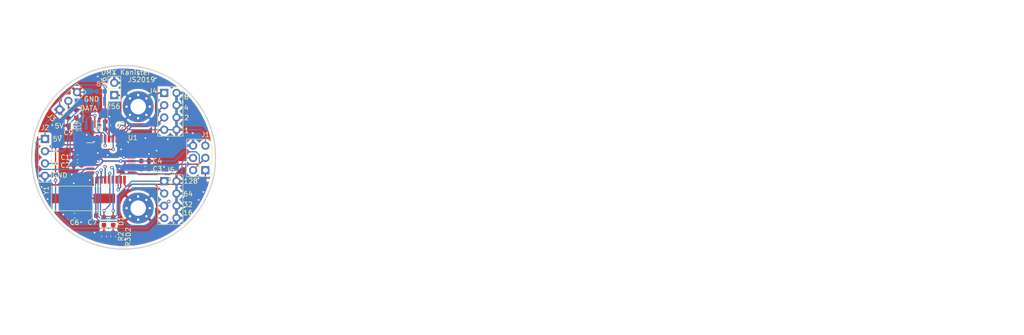
<source format=kicad_pcb>
(kicad_pcb (version 20171130) (host pcbnew "(5.1.4)-1")

  (general
    (thickness 1.6)
    (drawings 23)
    (tracks 321)
    (zones 0)
    (modules 26)
    (nets 33)
  )

  (page USLetter)
  (title_block
    (title "Project Title")
  )

  (layers
    (0 F.Cu signal)
    (31 B.Cu signal)
    (34 B.Paste user)
    (35 F.Paste user)
    (36 B.SilkS user)
    (37 F.SilkS user)
    (38 B.Mask user)
    (39 F.Mask user)
    (40 Dwgs.User user)
    (44 Edge.Cuts user)
    (45 Margin user)
    (46 B.CrtYd user)
    (47 F.CrtYd user)
    (48 B.Fab user)
    (49 F.Fab user)
  )

  (setup
    (last_trace_width 0.254)
    (user_trace_width 0.1524)
    (user_trace_width 0.254)
    (user_trace_width 0.3302)
    (user_trace_width 0.508)
    (user_trace_width 0.762)
    (user_trace_width 1.27)
    (trace_clearance 0.254)
    (zone_clearance 0.508)
    (zone_45_only no)
    (trace_min 0.1524)
    (via_size 0.6858)
    (via_drill 0.3302)
    (via_min_size 0.6858)
    (via_min_drill 0.3302)
    (user_via 0.6858 0.3302)
    (user_via 0.762 0.4064)
    (user_via 0.8636 0.508)
    (uvia_size 0.6858)
    (uvia_drill 0.3302)
    (uvias_allowed no)
    (uvia_min_size 0)
    (uvia_min_drill 0)
    (edge_width 0.1524)
    (segment_width 0.1524)
    (pcb_text_width 0.1524)
    (pcb_text_size 1.016 1.016)
    (mod_edge_width 0.1524)
    (mod_text_size 1.016 1.016)
    (mod_text_width 0.1524)
    (pad_size 1.524 1.524)
    (pad_drill 0.762)
    (pad_to_mask_clearance 0.0762)
    (solder_mask_min_width 0.1016)
    (pad_to_paste_clearance -0.0762)
    (aux_axis_origin 0 0)
    (grid_origin 70.485 91.186)
    (visible_elements 7FFFFFFF)
    (pcbplotparams
      (layerselection 0x310fc_80000001)
      (usegerberextensions true)
      (usegerberattributes false)
      (usegerberadvancedattributes false)
      (creategerberjobfile false)
      (excludeedgelayer true)
      (linewidth 0.100000)
      (plotframeref false)
      (viasonmask false)
      (mode 1)
      (useauxorigin false)
      (hpglpennumber 1)
      (hpglpenspeed 20)
      (hpglpendiameter 15.000000)
      (psnegative false)
      (psa4output false)
      (plotreference true)
      (plotvalue true)
      (plotinvisibletext false)
      (padsonsilk false)
      (subtractmaskfromsilk false)
      (outputformat 1)
      (mirror false)
      (drillshape 0)
      (scaleselection 1)
      (outputdirectory "gerbers"))
  )

  (net 0 "")
  (net 1 GND)
  (net 2 +5V)
  (net 3 /RESET)
  (net 4 "Net-(U1-Pad28)")
  (net 5 "Net-(U1-Pad22)")
  (net 6 "Net-(U1-Pad19)")
  (net 7 "Net-(U1-Pad14)")
  (net 8 /MOSI)
  (net 9 /SCK)
  (net 10 /MISO)
  (net 11 "Net-(C6-Pad2)")
  (net 12 "Net-(C7-Pad2)")
  (net 13 "Net-(D1-Pad2)")
  (net 14 "Net-(D1-Pad1)")
  (net 15 "Net-(D2-Pad2)")
  (net 16 "Net-(D2-Pad1)")
  (net 17 /RXD)
  (net 18 /TXD)
  (net 19 /DR)
  (net 20 /WS2812_DATA)
  (net 21 "Net-(J3-Pad2)")
  (net 22 /B)
  (net 23 /A)
  (net 24 /ADDR8)
  (net 25 /ADDR4)
  (net 26 /ADDR2)
  (net 27 /ADDR1)
  (net 28 /ADDR128)
  (net 29 /ADDR64)
  (net 30 /ADDR32)
  (net 31 /ADDR16)
  (net 32 /ADDR256)

  (net_class Default "This is the default net class."
    (clearance 0.254)
    (trace_width 0.254)
    (via_dia 0.6858)
    (via_drill 0.3302)
    (uvia_dia 0.6858)
    (uvia_drill 0.3302)
    (add_net +5V)
    (add_net /A)
    (add_net /ADDR1)
    (add_net /ADDR128)
    (add_net /ADDR16)
    (add_net /ADDR2)
    (add_net /ADDR256)
    (add_net /ADDR32)
    (add_net /ADDR4)
    (add_net /ADDR64)
    (add_net /ADDR8)
    (add_net /B)
    (add_net /DR)
    (add_net /MISO)
    (add_net /MOSI)
    (add_net /RESET)
    (add_net /RXD)
    (add_net /SCK)
    (add_net /TXD)
    (add_net /WS2812_DATA)
    (add_net GND)
    (add_net "Net-(C6-Pad2)")
    (add_net "Net-(C7-Pad2)")
    (add_net "Net-(D1-Pad1)")
    (add_net "Net-(D1-Pad2)")
    (add_net "Net-(D2-Pad1)")
    (add_net "Net-(D2-Pad2)")
    (add_net "Net-(J3-Pad2)")
    (add_net "Net-(U1-Pad14)")
    (add_net "Net-(U1-Pad19)")
    (add_net "Net-(U1-Pad22)")
    (add_net "Net-(U1-Pad28)")
  )

  (module Connector_PinHeader_2.54mm:PinHeader_2x03_P2.54mm_Vertical (layer F.Cu) (tedit 59FED5CC) (tstamp 5D8D78E2)
    (at 87.376 93.853 180)
    (descr "Through hole straight pin header, 2x03, 2.54mm pitch, double rows")
    (tags "Through hole pin header THT 2x03 2.54mm double row")
    (path /5D8ED466)
    (fp_text reference J1 (at -0.01524 7.33044) (layer F.SilkS)
      (effects (font (size 1 1) (thickness 0.15)))
    )
    (fp_text value AVR-ISP-6 (at 1.27 7.41) (layer F.Fab)
      (effects (font (size 1 1) (thickness 0.15)))
    )
    (fp_text user %R (at 1.27 2.54 90) (layer F.Fab)
      (effects (font (size 1 1) (thickness 0.15)))
    )
    (fp_line (start 4.35 -1.8) (end -1.8 -1.8) (layer F.CrtYd) (width 0.05))
    (fp_line (start 4.35 6.85) (end 4.35 -1.8) (layer F.CrtYd) (width 0.05))
    (fp_line (start -1.8 6.85) (end 4.35 6.85) (layer F.CrtYd) (width 0.05))
    (fp_line (start -1.8 -1.8) (end -1.8 6.85) (layer F.CrtYd) (width 0.05))
    (fp_line (start -1.33 -1.33) (end 0 -1.33) (layer F.SilkS) (width 0.12))
    (fp_line (start -1.33 0) (end -1.33 -1.33) (layer F.SilkS) (width 0.12))
    (fp_line (start 1.27 -1.33) (end 3.87 -1.33) (layer F.SilkS) (width 0.12))
    (fp_line (start 1.27 1.27) (end 1.27 -1.33) (layer F.SilkS) (width 0.12))
    (fp_line (start -1.33 1.27) (end 1.27 1.27) (layer F.SilkS) (width 0.12))
    (fp_line (start 3.87 -1.33) (end 3.87 6.41) (layer F.SilkS) (width 0.12))
    (fp_line (start -1.33 1.27) (end -1.33 6.41) (layer F.SilkS) (width 0.12))
    (fp_line (start -1.33 6.41) (end 3.87 6.41) (layer F.SilkS) (width 0.12))
    (fp_line (start -1.27 0) (end 0 -1.27) (layer F.Fab) (width 0.1))
    (fp_line (start -1.27 6.35) (end -1.27 0) (layer F.Fab) (width 0.1))
    (fp_line (start 3.81 6.35) (end -1.27 6.35) (layer F.Fab) (width 0.1))
    (fp_line (start 3.81 -1.27) (end 3.81 6.35) (layer F.Fab) (width 0.1))
    (fp_line (start 0 -1.27) (end 3.81 -1.27) (layer F.Fab) (width 0.1))
    (pad 6 thru_hole oval (at 2.54 5.08 180) (size 1.7 1.7) (drill 1) (layers *.Cu *.Mask)
      (net 1 GND))
    (pad 5 thru_hole oval (at 0 5.08 180) (size 1.7 1.7) (drill 1) (layers *.Cu *.Mask)
      (net 3 /RESET))
    (pad 4 thru_hole oval (at 2.54 2.54 180) (size 1.7 1.7) (drill 1) (layers *.Cu *.Mask)
      (net 8 /MOSI))
    (pad 3 thru_hole oval (at 0 2.54 180) (size 1.7 1.7) (drill 1) (layers *.Cu *.Mask)
      (net 9 /SCK))
    (pad 2 thru_hole oval (at 2.54 0 180) (size 1.7 1.7) (drill 1) (layers *.Cu *.Mask)
      (net 2 +5V))
    (pad 1 thru_hole rect (at 0 0 180) (size 1.7 1.7) (drill 1) (layers *.Cu *.Mask)
      (net 10 /MISO))
    (model ${KISYS3DMOD}/Connector_PinHeader_2.54mm.3dshapes/PinHeader_2x03_P2.54mm_Vertical.wrl
      (at (xyz 0 0 0))
      (scale (xyz 1 1 1))
      (rotate (xyz 0 0 0))
    )
  )

  (module MountingHole:MountingHole_3.2mm_M3_Pad_Via (layer F.Cu) (tedit 56DDBCCA) (tstamp 5DACCCAB)
    (at 73.48754 101.69616)
    (descr "Mounting Hole 3.2mm, M3")
    (tags "mounting hole 3.2mm m3")
    (path /5DB4F727)
    (attr virtual)
    (fp_text reference H2 (at 2.3975 -3.7944) (layer F.SilkS) hide
      (effects (font (size 1 1) (thickness 0.15)))
    )
    (fp_text value MountingHole_Pad (at 0 4.2) (layer F.Fab)
      (effects (font (size 1 1) (thickness 0.15)))
    )
    (fp_circle (center 0 0) (end 3.45 0) (layer F.CrtYd) (width 0.05))
    (fp_circle (center 0 0) (end 3.2 0) (layer Cmts.User) (width 0.15))
    (fp_text user %R (at 0.3 0) (layer F.Fab)
      (effects (font (size 1 1) (thickness 0.15)))
    )
    (pad 1 thru_hole circle (at 1.697056 -1.697056) (size 0.8 0.8) (drill 0.5) (layers *.Cu *.Mask)
      (net 1 GND))
    (pad 1 thru_hole circle (at 0 -2.4) (size 0.8 0.8) (drill 0.5) (layers *.Cu *.Mask)
      (net 1 GND))
    (pad 1 thru_hole circle (at -1.697056 -1.697056) (size 0.8 0.8) (drill 0.5) (layers *.Cu *.Mask)
      (net 1 GND))
    (pad 1 thru_hole circle (at -2.4 0) (size 0.8 0.8) (drill 0.5) (layers *.Cu *.Mask)
      (net 1 GND))
    (pad 1 thru_hole circle (at -1.697056 1.697056) (size 0.8 0.8) (drill 0.5) (layers *.Cu *.Mask)
      (net 1 GND))
    (pad 1 thru_hole circle (at 0 2.4) (size 0.8 0.8) (drill 0.5) (layers *.Cu *.Mask)
      (net 1 GND))
    (pad 1 thru_hole circle (at 1.697056 1.697056) (size 0.8 0.8) (drill 0.5) (layers *.Cu *.Mask)
      (net 1 GND))
    (pad 1 thru_hole circle (at 2.4 0) (size 0.8 0.8) (drill 0.5) (layers *.Cu *.Mask)
      (net 1 GND))
    (pad 1 thru_hole circle (at 0 0) (size 6.4 6.4) (drill 3.2) (layers *.Cu *.Mask)
      (net 1 GND))
  )

  (module MountingHole:MountingHole_3.2mm_M3_Pad_Via (layer F.Cu) (tedit 56DDBCCA) (tstamp 5DAC9672)
    (at 73.48754 80.69616)
    (descr "Mounting Hole 3.2mm, M3")
    (tags "mounting hole 3.2mm m3")
    (path /5DB50458)
    (attr virtual)
    (fp_text reference H1 (at 0 -4.2) (layer F.SilkS) hide
      (effects (font (size 1 1) (thickness 0.15)))
    )
    (fp_text value MountingHole_Pad (at 0 4.2) (layer F.Fab)
      (effects (font (size 1 1) (thickness 0.15)))
    )
    (fp_circle (center 0 0) (end 3.45 0) (layer F.CrtYd) (width 0.05))
    (fp_circle (center 0 0) (end 3.2 0) (layer Cmts.User) (width 0.15))
    (fp_text user %R (at 0.3 0) (layer F.Fab)
      (effects (font (size 1 1) (thickness 0.15)))
    )
    (pad 1 thru_hole circle (at 1.697056 -1.697056) (size 0.8 0.8) (drill 0.5) (layers *.Cu *.Mask)
      (net 1 GND))
    (pad 1 thru_hole circle (at 0 -2.4) (size 0.8 0.8) (drill 0.5) (layers *.Cu *.Mask)
      (net 1 GND))
    (pad 1 thru_hole circle (at -1.697056 -1.697056) (size 0.8 0.8) (drill 0.5) (layers *.Cu *.Mask)
      (net 1 GND))
    (pad 1 thru_hole circle (at -2.4 0) (size 0.8 0.8) (drill 0.5) (layers *.Cu *.Mask)
      (net 1 GND))
    (pad 1 thru_hole circle (at -1.697056 1.697056) (size 0.8 0.8) (drill 0.5) (layers *.Cu *.Mask)
      (net 1 GND))
    (pad 1 thru_hole circle (at 0 2.4) (size 0.8 0.8) (drill 0.5) (layers *.Cu *.Mask)
      (net 1 GND))
    (pad 1 thru_hole circle (at 1.697056 1.697056) (size 0.8 0.8) (drill 0.5) (layers *.Cu *.Mask)
      (net 1 GND))
    (pad 1 thru_hole circle (at 2.4 0) (size 0.8 0.8) (drill 0.5) (layers *.Cu *.Mask)
      (net 1 GND))
    (pad 1 thru_hole circle (at 0 0) (size 6.4 6.4) (drill 3.2) (layers *.Cu *.Mask)
      (net 1 GND))
  )

  (module Connector_PinHeader_2.54mm:PinHeader_2x01_P2.54mm_Vertical (layer F.Cu) (tedit 59FED5CC) (tstamp 5DAC61FD)
    (at 68.55968 78.29804 90)
    (descr "Through hole straight pin header, 2x01, 2.54mm pitch, double rows")
    (tags "Through hole pin header THT 2x01 2.54mm double row")
    (path /5DB0665E)
    (fp_text reference J6 (at 2.90576 -2.14376 270) (layer F.SilkS)
      (effects (font (size 1 1) (thickness 0.15)))
    )
    (fp_text value Conn_02x01 (at 1.27 2.33 90) (layer F.Fab)
      (effects (font (size 1 1) (thickness 0.15)))
    )
    (fp_text user %R (at 1.27 0) (layer F.Fab)
      (effects (font (size 1 1) (thickness 0.15)))
    )
    (fp_line (start 4.35 -1.8) (end -1.8 -1.8) (layer F.CrtYd) (width 0.05))
    (fp_line (start 4.35 1.8) (end 4.35 -1.8) (layer F.CrtYd) (width 0.05))
    (fp_line (start -1.8 1.8) (end 4.35 1.8) (layer F.CrtYd) (width 0.05))
    (fp_line (start -1.8 -1.8) (end -1.8 1.8) (layer F.CrtYd) (width 0.05))
    (fp_line (start -1.33 -1.33) (end 0 -1.33) (layer F.SilkS) (width 0.12))
    (fp_line (start -1.33 0) (end -1.33 -1.33) (layer F.SilkS) (width 0.12))
    (fp_line (start 1.27 -1.33) (end 3.87 -1.33) (layer F.SilkS) (width 0.12))
    (fp_line (start 1.27 1.27) (end 1.27 -1.33) (layer F.SilkS) (width 0.12))
    (fp_line (start -1.33 1.27) (end 1.27 1.27) (layer F.SilkS) (width 0.12))
    (fp_line (start 3.87 -1.33) (end 3.87 1.33) (layer F.SilkS) (width 0.12))
    (fp_line (start -1.33 1.27) (end -1.33 1.33) (layer F.SilkS) (width 0.12))
    (fp_line (start -1.33 1.33) (end 3.87 1.33) (layer F.SilkS) (width 0.12))
    (fp_line (start -1.27 0) (end 0 -1.27) (layer F.Fab) (width 0.1))
    (fp_line (start -1.27 1.27) (end -1.27 0) (layer F.Fab) (width 0.1))
    (fp_line (start 3.81 1.27) (end -1.27 1.27) (layer F.Fab) (width 0.1))
    (fp_line (start 3.81 -1.27) (end 3.81 1.27) (layer F.Fab) (width 0.1))
    (fp_line (start 0 -1.27) (end 3.81 -1.27) (layer F.Fab) (width 0.1))
    (pad 2 thru_hole oval (at 2.54 0 90) (size 1.7 1.7) (drill 1) (layers *.Cu *.Mask)
      (net 1 GND))
    (pad 1 thru_hole rect (at 0 0 90) (size 1.7 1.7) (drill 1) (layers *.Cu *.Mask)
      (net 32 /ADDR256))
    (model ${KISYS3DMOD}/Connector_PinHeader_2.54mm.3dshapes/PinHeader_2x01_P2.54mm_Vertical.wrl
      (at (xyz 0 0 0))
      (scale (xyz 1 1 1))
      (rotate (xyz 0 0 0))
    )
  )

  (module Connector_PinHeader_2.54mm:PinHeader_2x04_P2.54mm_Vertical (layer F.Cu) (tedit 59FED5CC) (tstamp 5DAC61E5)
    (at 78.87208 96.12884)
    (descr "Through hole straight pin header, 2x04, 2.54mm pitch, double rows")
    (tags "Through hole pin header THT 2x04 2.54mm double row")
    (path /5DAC889F)
    (fp_text reference J5 (at 1.27 -2.33) (layer F.SilkS)
      (effects (font (size 1 1) (thickness 0.15)))
    )
    (fp_text value Conn_02x04_Odd_Even (at 1.27 9.95) (layer F.Fab)
      (effects (font (size 1 1) (thickness 0.15)))
    )
    (fp_text user %R (at 1.27 3.81 90) (layer F.Fab)
      (effects (font (size 1 1) (thickness 0.15)))
    )
    (fp_line (start 4.35 -1.8) (end -1.8 -1.8) (layer F.CrtYd) (width 0.05))
    (fp_line (start 4.35 9.4) (end 4.35 -1.8) (layer F.CrtYd) (width 0.05))
    (fp_line (start -1.8 9.4) (end 4.35 9.4) (layer F.CrtYd) (width 0.05))
    (fp_line (start -1.8 -1.8) (end -1.8 9.4) (layer F.CrtYd) (width 0.05))
    (fp_line (start -1.33 -1.33) (end 0 -1.33) (layer F.SilkS) (width 0.12))
    (fp_line (start -1.33 0) (end -1.33 -1.33) (layer F.SilkS) (width 0.12))
    (fp_line (start 1.27 -1.33) (end 3.87 -1.33) (layer F.SilkS) (width 0.12))
    (fp_line (start 1.27 1.27) (end 1.27 -1.33) (layer F.SilkS) (width 0.12))
    (fp_line (start -1.33 1.27) (end 1.27 1.27) (layer F.SilkS) (width 0.12))
    (fp_line (start 3.87 -1.33) (end 3.87 8.95) (layer F.SilkS) (width 0.12))
    (fp_line (start -1.33 1.27) (end -1.33 8.95) (layer F.SilkS) (width 0.12))
    (fp_line (start -1.33 8.95) (end 3.87 8.95) (layer F.SilkS) (width 0.12))
    (fp_line (start -1.27 0) (end 0 -1.27) (layer F.Fab) (width 0.1))
    (fp_line (start -1.27 8.89) (end -1.27 0) (layer F.Fab) (width 0.1))
    (fp_line (start 3.81 8.89) (end -1.27 8.89) (layer F.Fab) (width 0.1))
    (fp_line (start 3.81 -1.27) (end 3.81 8.89) (layer F.Fab) (width 0.1))
    (fp_line (start 0 -1.27) (end 3.81 -1.27) (layer F.Fab) (width 0.1))
    (pad 8 thru_hole oval (at 2.54 7.62) (size 1.7 1.7) (drill 1) (layers *.Cu *.Mask)
      (net 1 GND))
    (pad 7 thru_hole oval (at 0 7.62) (size 1.7 1.7) (drill 1) (layers *.Cu *.Mask)
      (net 31 /ADDR16))
    (pad 6 thru_hole oval (at 2.54 5.08) (size 1.7 1.7) (drill 1) (layers *.Cu *.Mask)
      (net 1 GND))
    (pad 5 thru_hole oval (at 0 5.08) (size 1.7 1.7) (drill 1) (layers *.Cu *.Mask)
      (net 30 /ADDR32))
    (pad 4 thru_hole oval (at 2.54 2.54) (size 1.7 1.7) (drill 1) (layers *.Cu *.Mask)
      (net 1 GND))
    (pad 3 thru_hole oval (at 0 2.54) (size 1.7 1.7) (drill 1) (layers *.Cu *.Mask)
      (net 29 /ADDR64))
    (pad 2 thru_hole oval (at 2.54 0) (size 1.7 1.7) (drill 1) (layers *.Cu *.Mask)
      (net 1 GND))
    (pad 1 thru_hole rect (at 0 0) (size 1.7 1.7) (drill 1) (layers *.Cu *.Mask)
      (net 28 /ADDR128))
    (model ${KISYS3DMOD}/Connector_PinHeader_2.54mm.3dshapes/PinHeader_2x04_P2.54mm_Vertical.wrl
      (at (xyz 0 0 0))
      (scale (xyz 1 1 1))
      (rotate (xyz 0 0 0))
    )
  )

  (module Connector_PinHeader_2.54mm:PinHeader_2x04_P2.54mm_Vertical (layer F.Cu) (tedit 59FED5CC) (tstamp 5DAC61C7)
    (at 78.87208 77.85608)
    (descr "Through hole straight pin header, 2x04, 2.54mm pitch, double rows")
    (tags "Through hole pin header THT 2x04 2.54mm double row")
    (path /5DAC99F6)
    (fp_text reference J4 (at -2.30124 -0.40132 180) (layer F.SilkS)
      (effects (font (size 1 1) (thickness 0.15)))
    )
    (fp_text value Conn_02x04_Odd_Even (at 1.27 9.95) (layer F.Fab)
      (effects (font (size 1 1) (thickness 0.15)))
    )
    (fp_text user %R (at 1.27 3.81 90) (layer F.Fab)
      (effects (font (size 1 1) (thickness 0.15)))
    )
    (fp_line (start 4.35 -1.8) (end -1.8 -1.8) (layer F.CrtYd) (width 0.05))
    (fp_line (start 4.35 9.4) (end 4.35 -1.8) (layer F.CrtYd) (width 0.05))
    (fp_line (start -1.8 9.4) (end 4.35 9.4) (layer F.CrtYd) (width 0.05))
    (fp_line (start -1.8 -1.8) (end -1.8 9.4) (layer F.CrtYd) (width 0.05))
    (fp_line (start -1.33 -1.33) (end 0 -1.33) (layer F.SilkS) (width 0.12))
    (fp_line (start -1.33 0) (end -1.33 -1.33) (layer F.SilkS) (width 0.12))
    (fp_line (start 1.27 -1.33) (end 3.87 -1.33) (layer F.SilkS) (width 0.12))
    (fp_line (start 1.27 1.27) (end 1.27 -1.33) (layer F.SilkS) (width 0.12))
    (fp_line (start -1.33 1.27) (end 1.27 1.27) (layer F.SilkS) (width 0.12))
    (fp_line (start 3.87 -1.33) (end 3.87 8.95) (layer F.SilkS) (width 0.12))
    (fp_line (start -1.33 1.27) (end -1.33 8.95) (layer F.SilkS) (width 0.12))
    (fp_line (start -1.33 8.95) (end 3.87 8.95) (layer F.SilkS) (width 0.12))
    (fp_line (start -1.27 0) (end 0 -1.27) (layer F.Fab) (width 0.1))
    (fp_line (start -1.27 8.89) (end -1.27 0) (layer F.Fab) (width 0.1))
    (fp_line (start 3.81 8.89) (end -1.27 8.89) (layer F.Fab) (width 0.1))
    (fp_line (start 3.81 -1.27) (end 3.81 8.89) (layer F.Fab) (width 0.1))
    (fp_line (start 0 -1.27) (end 3.81 -1.27) (layer F.Fab) (width 0.1))
    (pad 8 thru_hole oval (at 2.54 7.62) (size 1.7 1.7) (drill 1) (layers *.Cu *.Mask)
      (net 1 GND))
    (pad 7 thru_hole oval (at 0 7.62) (size 1.7 1.7) (drill 1) (layers *.Cu *.Mask)
      (net 27 /ADDR1))
    (pad 6 thru_hole oval (at 2.54 5.08) (size 1.7 1.7) (drill 1) (layers *.Cu *.Mask)
      (net 1 GND))
    (pad 5 thru_hole oval (at 0 5.08) (size 1.7 1.7) (drill 1) (layers *.Cu *.Mask)
      (net 26 /ADDR2))
    (pad 4 thru_hole oval (at 2.54 2.54) (size 1.7 1.7) (drill 1) (layers *.Cu *.Mask)
      (net 1 GND))
    (pad 3 thru_hole oval (at 0 2.54) (size 1.7 1.7) (drill 1) (layers *.Cu *.Mask)
      (net 25 /ADDR4))
    (pad 2 thru_hole oval (at 2.54 0) (size 1.7 1.7) (drill 1) (layers *.Cu *.Mask)
      (net 1 GND))
    (pad 1 thru_hole rect (at 0 0) (size 1.7 1.7) (drill 1) (layers *.Cu *.Mask)
      (net 24 /ADDR8))
    (model ${KISYS3DMOD}/Connector_PinHeader_2.54mm.3dshapes/PinHeader_2x04_P2.54mm_Vertical.wrl
      (at (xyz 0 0 0))
      (scale (xyz 1 1 1))
      (rotate (xyz 0 0 0))
    )
  )

  (module Connector_PinHeader_2.54mm:PinHeader_1x04_P2.54mm_Vertical (layer F.Cu) (tedit 59FED5CC) (tstamp 5D96EC30)
    (at 54.229 87.376)
    (descr "Through hole straight pin header, 1x04, 2.54mm pitch, single row")
    (tags "Through hole pin header THT 1x04 2.54mm single row")
    (path /5D9DD45E)
    (fp_text reference J2 (at 0 -2.33) (layer F.SilkS)
      (effects (font (size 1 1) (thickness 0.15)))
    )
    (fp_text value Conn_01x04 (at 0 9.95) (layer F.Fab)
      (effects (font (size 1 1) (thickness 0.15)))
    )
    (fp_text user %R (at 0 3.81 90) (layer F.Fab)
      (effects (font (size 1 1) (thickness 0.15)))
    )
    (fp_line (start 1.8 -1.8) (end -1.8 -1.8) (layer F.CrtYd) (width 0.05))
    (fp_line (start 1.8 9.4) (end 1.8 -1.8) (layer F.CrtYd) (width 0.05))
    (fp_line (start -1.8 9.4) (end 1.8 9.4) (layer F.CrtYd) (width 0.05))
    (fp_line (start -1.8 -1.8) (end -1.8 9.4) (layer F.CrtYd) (width 0.05))
    (fp_line (start -1.33 -1.33) (end 0 -1.33) (layer F.SilkS) (width 0.12))
    (fp_line (start -1.33 0) (end -1.33 -1.33) (layer F.SilkS) (width 0.12))
    (fp_line (start -1.33 1.27) (end 1.33 1.27) (layer F.SilkS) (width 0.12))
    (fp_line (start 1.33 1.27) (end 1.33 8.95) (layer F.SilkS) (width 0.12))
    (fp_line (start -1.33 1.27) (end -1.33 8.95) (layer F.SilkS) (width 0.12))
    (fp_line (start -1.33 8.95) (end 1.33 8.95) (layer F.SilkS) (width 0.12))
    (fp_line (start -1.27 -0.635) (end -0.635 -1.27) (layer F.Fab) (width 0.1))
    (fp_line (start -1.27 8.89) (end -1.27 -0.635) (layer F.Fab) (width 0.1))
    (fp_line (start 1.27 8.89) (end -1.27 8.89) (layer F.Fab) (width 0.1))
    (fp_line (start 1.27 -1.27) (end 1.27 8.89) (layer F.Fab) (width 0.1))
    (fp_line (start -0.635 -1.27) (end 1.27 -1.27) (layer F.Fab) (width 0.1))
    (pad 4 thru_hole oval (at 0 7.62) (size 1.7 1.7) (drill 1) (layers *.Cu *.Mask)
      (net 1 GND))
    (pad 3 thru_hole oval (at 0 5.08) (size 1.7 1.7) (drill 1) (layers *.Cu *.Mask)
      (net 22 /B))
    (pad 2 thru_hole oval (at 0 2.54) (size 1.7 1.7) (drill 1) (layers *.Cu *.Mask)
      (net 23 /A))
    (pad 1 thru_hole rect (at 0 0) (size 1.7 1.7) (drill 1) (layers *.Cu *.Mask)
      (net 2 +5V))
    (model ${KISYS3DMOD}/Connector_PinHeader_2.54mm.3dshapes/PinHeader_1x04_P2.54mm_Vertical.wrl
      (at (xyz 0 0 0))
      (scale (xyz 1 1 1))
      (rotate (xyz 0 0 0))
    )
  )

  (module Resistor_SMD:R_0603_1608Metric (layer F.Cu) (tedit 5B301BBD) (tstamp 5D96E4B5)
    (at 60.706 82.1945 90)
    (descr "Resistor SMD 0603 (1608 Metric), square (rectangular) end terminal, IPC_7351 nominal, (Body size source: http://www.tortai-tech.com/upload/download/2011102023233369053.pdf), generated with kicad-footprint-generator")
    (tags resistor)
    (path /5D9CF5EE)
    (attr smd)
    (fp_text reference R4 (at -2.3367 -0.0254 90) (layer F.SilkS)
      (effects (font (size 1 1) (thickness 0.15)))
    )
    (fp_text value R (at 0 1.43 90) (layer F.Fab)
      (effects (font (size 1 1) (thickness 0.15)))
    )
    (fp_text user %R (at 0 0 90) (layer F.Fab)
      (effects (font (size 0.4 0.4) (thickness 0.06)))
    )
    (fp_line (start 1.48 0.73) (end -1.48 0.73) (layer F.CrtYd) (width 0.05))
    (fp_line (start 1.48 -0.73) (end 1.48 0.73) (layer F.CrtYd) (width 0.05))
    (fp_line (start -1.48 -0.73) (end 1.48 -0.73) (layer F.CrtYd) (width 0.05))
    (fp_line (start -1.48 0.73) (end -1.48 -0.73) (layer F.CrtYd) (width 0.05))
    (fp_line (start -0.162779 0.51) (end 0.162779 0.51) (layer F.SilkS) (width 0.12))
    (fp_line (start -0.162779 -0.51) (end 0.162779 -0.51) (layer F.SilkS) (width 0.12))
    (fp_line (start 0.8 0.4) (end -0.8 0.4) (layer F.Fab) (width 0.1))
    (fp_line (start 0.8 -0.4) (end 0.8 0.4) (layer F.Fab) (width 0.1))
    (fp_line (start -0.8 -0.4) (end 0.8 -0.4) (layer F.Fab) (width 0.1))
    (fp_line (start -0.8 0.4) (end -0.8 -0.4) (layer F.Fab) (width 0.1))
    (pad 2 smd roundrect (at 0.7875 0 90) (size 0.875 0.95) (layers F.Cu F.Paste F.Mask) (roundrect_rratio 0.25)
      (net 21 "Net-(J3-Pad2)"))
    (pad 1 smd roundrect (at -0.7875 0 90) (size 0.875 0.95) (layers F.Cu F.Paste F.Mask) (roundrect_rratio 0.25)
      (net 20 /WS2812_DATA))
    (model ${KISYS3DMOD}/Resistor_SMD.3dshapes/R_0603_1608Metric.wrl
      (at (xyz 0 0 0))
      (scale (xyz 1 1 1))
      (rotate (xyz 0 0 0))
    )
  )

  (module Capacitor_SMD:C_0603_1608Metric (layer F.Cu) (tedit 5B301BBE) (tstamp 5D9C9B5E)
    (at 59.055 83.82 270)
    (descr "Capacitor SMD 0603 (1608 Metric), square (rectangular) end terminal, IPC_7351 nominal, (Body size source: http://www.tortai-tech.com/upload/download/2011102023233369053.pdf), generated with kicad-footprint-generator")
    (tags capacitor)
    (path /5D9D4C61)
    (attr smd)
    (fp_text reference C9 (at 2.2352 0) (layer F.SilkS)
      (effects (font (size 1 1) (thickness 0.15)))
    )
    (fp_text value 100n (at 0 1.43 90) (layer F.Fab)
      (effects (font (size 1 1) (thickness 0.15)))
    )
    (fp_text user %R (at 0 0 90) (layer F.Fab)
      (effects (font (size 0.4 0.4) (thickness 0.06)))
    )
    (fp_line (start 1.48 0.73) (end -1.48 0.73) (layer F.CrtYd) (width 0.05))
    (fp_line (start 1.48 -0.73) (end 1.48 0.73) (layer F.CrtYd) (width 0.05))
    (fp_line (start -1.48 -0.73) (end 1.48 -0.73) (layer F.CrtYd) (width 0.05))
    (fp_line (start -1.48 0.73) (end -1.48 -0.73) (layer F.CrtYd) (width 0.05))
    (fp_line (start -0.162779 0.51) (end 0.162779 0.51) (layer F.SilkS) (width 0.12))
    (fp_line (start -0.162779 -0.51) (end 0.162779 -0.51) (layer F.SilkS) (width 0.12))
    (fp_line (start 0.8 0.4) (end -0.8 0.4) (layer F.Fab) (width 0.1))
    (fp_line (start 0.8 -0.4) (end 0.8 0.4) (layer F.Fab) (width 0.1))
    (fp_line (start -0.8 -0.4) (end 0.8 -0.4) (layer F.Fab) (width 0.1))
    (fp_line (start -0.8 0.4) (end -0.8 -0.4) (layer F.Fab) (width 0.1))
    (pad 2 smd roundrect (at 0.7875 0 270) (size 0.875 0.95) (layers F.Cu F.Paste F.Mask) (roundrect_rratio 0.25)
      (net 1 GND))
    (pad 1 smd roundrect (at -0.7875 0 270) (size 0.875 0.95) (layers F.Cu F.Paste F.Mask) (roundrect_rratio 0.25)
      (net 2 +5V))
    (model ${KISYS3DMOD}/Capacitor_SMD.3dshapes/C_0603_1608Metric.wrl
      (at (xyz 0 0 0))
      (scale (xyz 1 1 1))
      (rotate (xyz 0 0 0))
    )
  )

  (module Connector_PinHeader_2.54mm:PinHeader_1x03_P2.54mm_Vertical (layer F.Cu) (tedit 59FED5CC) (tstamp 5D96DD69)
    (at 57.258949 81.298051 135)
    (descr "Through hole straight pin header, 1x03, 2.54mm pitch, single row")
    (tags "Through hole pin header THT 1x03 2.54mm single row")
    (path /5D9BFB65)
    (fp_text reference J3 (at 0 -2.33 135) (layer F.SilkS)
      (effects (font (size 1 1) (thickness 0.15)))
    )
    (fp_text value Conn_01x03 (at 0 7.41 135) (layer F.Fab)
      (effects (font (size 1 1) (thickness 0.15)))
    )
    (fp_text user %R (at 0 2.54 45) (layer F.Fab)
      (effects (font (size 1 1) (thickness 0.15)))
    )
    (fp_line (start 1.8 -1.8) (end -1.8 -1.8) (layer F.CrtYd) (width 0.05))
    (fp_line (start 1.8 6.85) (end 1.8 -1.8) (layer F.CrtYd) (width 0.05))
    (fp_line (start -1.8 6.85) (end 1.8 6.85) (layer F.CrtYd) (width 0.05))
    (fp_line (start -1.8 -1.8) (end -1.8 6.85) (layer F.CrtYd) (width 0.05))
    (fp_line (start -1.33 -1.33) (end 0 -1.33) (layer F.SilkS) (width 0.12))
    (fp_line (start -1.33 0) (end -1.33 -1.33) (layer F.SilkS) (width 0.12))
    (fp_line (start -1.33 1.27) (end 1.33 1.27) (layer F.SilkS) (width 0.12))
    (fp_line (start 1.33 1.27) (end 1.33 6.41) (layer F.SilkS) (width 0.12))
    (fp_line (start -1.33 1.27) (end -1.33 6.41) (layer F.SilkS) (width 0.12))
    (fp_line (start -1.33 6.41) (end 1.33 6.41) (layer F.SilkS) (width 0.12))
    (fp_line (start -1.27 -0.635) (end -0.635 -1.27) (layer F.Fab) (width 0.1))
    (fp_line (start -1.27 6.35) (end -1.27 -0.635) (layer F.Fab) (width 0.1))
    (fp_line (start 1.27 6.35) (end -1.27 6.35) (layer F.Fab) (width 0.1))
    (fp_line (start 1.27 -1.27) (end 1.27 6.35) (layer F.Fab) (width 0.1))
    (fp_line (start -0.635 -1.27) (end 1.27 -1.27) (layer F.Fab) (width 0.1))
    (pad 3 thru_hole oval (at 0 5.08 135) (size 1.7 1.7) (drill 1) (layers *.Cu *.Mask)
      (net 1 GND))
    (pad 2 thru_hole oval (at 0 2.54 135) (size 1.7 1.7) (drill 1) (layers *.Cu *.Mask)
      (net 21 "Net-(J3-Pad2)"))
    (pad 1 thru_hole rect (at 0 0 135) (size 1.7 1.7) (drill 1) (layers *.Cu *.Mask)
      (net 2 +5V))
    (model ${KISYS3DMOD}/Connector_PinHeader_2.54mm.3dshapes/PinHeader_1x03_P2.54mm_Vertical.wrl
      (at (xyz 0 0 0))
      (scale (xyz 1 1 1))
      (rotate (xyz 0 0 0))
    )
  )

  (module Capacitor_SMD:C_0603_1608Metric (layer B.Cu) (tedit 5B301BBE) (tstamp 5D96D21E)
    (at 65.80124 77.53096 180)
    (descr "Capacitor SMD 0603 (1608 Metric), square (rectangular) end terminal, IPC_7351 nominal, (Body size source: http://www.tortai-tech.com/upload/download/2011102023233369053.pdf), generated with kicad-footprint-generator")
    (tags capacitor)
    (path /5D9B2AB7)
    (attr smd)
    (fp_text reference C8 (at -0.01016 1.53416) (layer B.SilkS)
      (effects (font (size 1 1) (thickness 0.15)) (justify mirror))
    )
    (fp_text value 100n (at 0 -1.43) (layer B.Fab)
      (effects (font (size 1 1) (thickness 0.15)) (justify mirror))
    )
    (fp_text user %R (at 0 0) (layer B.Fab)
      (effects (font (size 0.4 0.4) (thickness 0.06)) (justify mirror))
    )
    (fp_line (start 1.48 -0.73) (end -1.48 -0.73) (layer B.CrtYd) (width 0.05))
    (fp_line (start 1.48 0.73) (end 1.48 -0.73) (layer B.CrtYd) (width 0.05))
    (fp_line (start -1.48 0.73) (end 1.48 0.73) (layer B.CrtYd) (width 0.05))
    (fp_line (start -1.48 -0.73) (end -1.48 0.73) (layer B.CrtYd) (width 0.05))
    (fp_line (start -0.162779 -0.51) (end 0.162779 -0.51) (layer B.SilkS) (width 0.12))
    (fp_line (start -0.162779 0.51) (end 0.162779 0.51) (layer B.SilkS) (width 0.12))
    (fp_line (start 0.8 -0.4) (end -0.8 -0.4) (layer B.Fab) (width 0.1))
    (fp_line (start 0.8 0.4) (end 0.8 -0.4) (layer B.Fab) (width 0.1))
    (fp_line (start -0.8 0.4) (end 0.8 0.4) (layer B.Fab) (width 0.1))
    (fp_line (start -0.8 -0.4) (end -0.8 0.4) (layer B.Fab) (width 0.1))
    (pad 2 smd roundrect (at 0.7875 0 180) (size 0.875 0.95) (layers B.Cu B.Paste B.Mask) (roundrect_rratio 0.25)
      (net 1 GND))
    (pad 1 smd roundrect (at -0.7875 0 180) (size 0.875 0.95) (layers B.Cu B.Paste B.Mask) (roundrect_rratio 0.25)
      (net 2 +5V))
    (model ${KISYS3DMOD}/Capacitor_SMD.3dshapes/C_0603_1608Metric.wrl
      (at (xyz 0 0 0))
      (scale (xyz 1 1 1))
      (rotate (xyz 0 0 0))
    )
  )

  (module Package_SO:SOIC-8_3.9x4.9mm_P1.27mm (layer B.Cu) (tedit 5C97300E) (tstamp 5D966DFA)
    (at 64.643 82.042 90)
    (descr "SOIC, 8 Pin (JEDEC MS-012AA, https://www.analog.com/media/en/package-pcb-resources/package/pkg_pdf/soic_narrow-r/r_8.pdf), generated with kicad-footprint-generator ipc_gullwing_generator.py")
    (tags "SOIC SO")
    (path /5D997143)
    (attr smd)
    (fp_text reference U2 (at -2.8448 -3.46456 90) (layer B.SilkS)
      (effects (font (size 1 1) (thickness 0.15)) (justify mirror))
    )
    (fp_text value MAX485E (at 0 -3.4 90) (layer B.Fab)
      (effects (font (size 1 1) (thickness 0.15)) (justify mirror))
    )
    (fp_text user %R (at 0 0 90) (layer B.Fab)
      (effects (font (size 0.98 0.98) (thickness 0.15)) (justify mirror))
    )
    (fp_line (start 3.7 2.7) (end -3.7 2.7) (layer B.CrtYd) (width 0.05))
    (fp_line (start 3.7 -2.7) (end 3.7 2.7) (layer B.CrtYd) (width 0.05))
    (fp_line (start -3.7 -2.7) (end 3.7 -2.7) (layer B.CrtYd) (width 0.05))
    (fp_line (start -3.7 2.7) (end -3.7 -2.7) (layer B.CrtYd) (width 0.05))
    (fp_line (start -1.95 1.475) (end -0.975 2.45) (layer B.Fab) (width 0.1))
    (fp_line (start -1.95 -2.45) (end -1.95 1.475) (layer B.Fab) (width 0.1))
    (fp_line (start 1.95 -2.45) (end -1.95 -2.45) (layer B.Fab) (width 0.1))
    (fp_line (start 1.95 2.45) (end 1.95 -2.45) (layer B.Fab) (width 0.1))
    (fp_line (start -0.975 2.45) (end 1.95 2.45) (layer B.Fab) (width 0.1))
    (fp_line (start 0 2.56) (end -3.45 2.56) (layer B.SilkS) (width 0.12))
    (fp_line (start 0 2.56) (end 1.95 2.56) (layer B.SilkS) (width 0.12))
    (fp_line (start 0 -2.56) (end -1.95 -2.56) (layer B.SilkS) (width 0.12))
    (fp_line (start 0 -2.56) (end 1.95 -2.56) (layer B.SilkS) (width 0.12))
    (pad 8 smd roundrect (at 2.475 1.905 90) (size 1.95 0.6) (layers B.Cu B.Paste B.Mask) (roundrect_rratio 0.25)
      (net 2 +5V))
    (pad 7 smd roundrect (at 2.475 0.635 90) (size 1.95 0.6) (layers B.Cu B.Paste B.Mask) (roundrect_rratio 0.25)
      (net 22 /B))
    (pad 6 smd roundrect (at 2.475 -0.635 90) (size 1.95 0.6) (layers B.Cu B.Paste B.Mask) (roundrect_rratio 0.25)
      (net 23 /A))
    (pad 5 smd roundrect (at 2.475 -1.905 90) (size 1.95 0.6) (layers B.Cu B.Paste B.Mask) (roundrect_rratio 0.25)
      (net 1 GND))
    (pad 4 smd roundrect (at -2.475 -1.905 90) (size 1.95 0.6) (layers B.Cu B.Paste B.Mask) (roundrect_rratio 0.25)
      (net 18 /TXD))
    (pad 3 smd roundrect (at -2.475 -0.635 90) (size 1.95 0.6) (layers B.Cu B.Paste B.Mask) (roundrect_rratio 0.25)
      (net 19 /DR))
    (pad 2 smd roundrect (at -2.475 0.635 90) (size 1.95 0.6) (layers B.Cu B.Paste B.Mask) (roundrect_rratio 0.25)
      (net 19 /DR))
    (pad 1 smd roundrect (at -2.475 1.905 90) (size 1.95 0.6) (layers B.Cu B.Paste B.Mask) (roundrect_rratio 0.25)
      (net 17 /RXD))
    (model ${KISYS3DMOD}/Package_SO.3dshapes/SOIC-8_3.9x4.9mm_P1.27mm.wrl
      (at (xyz 0 0 0))
      (scale (xyz 1 1 1))
      (rotate (xyz 0 0 0))
    )
  )

  (module Resistor_SMD:R_0603_1608Metric (layer F.Cu) (tedit 5B301BBD) (tstamp 5D9660DB)
    (at 68.326 107.569 90)
    (descr "Resistor SMD 0603 (1608 Metric), square (rectangular) end terminal, IPC_7351 nominal, (Body size source: http://www.tortai-tech.com/upload/download/2011102023233369053.pdf), generated with kicad-footprint-generator")
    (tags resistor)
    (path /5D98793D)
    (attr smd)
    (fp_text reference R3 (at -1.08712 3.06324 90) (layer F.SilkS)
      (effects (font (size 1 1) (thickness 0.15)))
    )
    (fp_text value R (at 0 1.43 90) (layer F.Fab)
      (effects (font (size 1 1) (thickness 0.15)))
    )
    (fp_text user %R (at 0 0 90) (layer F.Fab)
      (effects (font (size 0.4 0.4) (thickness 0.06)))
    )
    (fp_line (start 1.48 0.73) (end -1.48 0.73) (layer F.CrtYd) (width 0.05))
    (fp_line (start 1.48 -0.73) (end 1.48 0.73) (layer F.CrtYd) (width 0.05))
    (fp_line (start -1.48 -0.73) (end 1.48 -0.73) (layer F.CrtYd) (width 0.05))
    (fp_line (start -1.48 0.73) (end -1.48 -0.73) (layer F.CrtYd) (width 0.05))
    (fp_line (start -0.162779 0.51) (end 0.162779 0.51) (layer F.SilkS) (width 0.12))
    (fp_line (start -0.162779 -0.51) (end 0.162779 -0.51) (layer F.SilkS) (width 0.12))
    (fp_line (start 0.8 0.4) (end -0.8 0.4) (layer F.Fab) (width 0.1))
    (fp_line (start 0.8 -0.4) (end 0.8 0.4) (layer F.Fab) (width 0.1))
    (fp_line (start -0.8 -0.4) (end 0.8 -0.4) (layer F.Fab) (width 0.1))
    (fp_line (start -0.8 0.4) (end -0.8 -0.4) (layer F.Fab) (width 0.1))
    (pad 2 smd roundrect (at 0.7875 0 90) (size 0.875 0.95) (layers F.Cu F.Paste F.Mask) (roundrect_rratio 0.25)
      (net 16 "Net-(D2-Pad1)"))
    (pad 1 smd roundrect (at -0.7875 0 90) (size 0.875 0.95) (layers F.Cu F.Paste F.Mask) (roundrect_rratio 0.25)
      (net 1 GND))
    (model ${KISYS3DMOD}/Resistor_SMD.3dshapes/R_0603_1608Metric.wrl
      (at (xyz 0 0 0))
      (scale (xyz 1 1 1))
      (rotate (xyz 0 0 0))
    )
  )

  (module Resistor_SMD:R_0603_1608Metric (layer F.Cu) (tedit 5B301BBD) (tstamp 5D9660CA)
    (at 66.421 107.569 90)
    (descr "Resistor SMD 0603 (1608 Metric), square (rectangular) end terminal, IPC_7351 nominal, (Body size source: http://www.tortai-tech.com/upload/download/2011102023233369053.pdf), generated with kicad-footprint-generator")
    (tags resistor)
    (path /5D9872BE)
    (attr smd)
    (fp_text reference R2 (at 0 3.4976 90) (layer F.SilkS)
      (effects (font (size 1 1) (thickness 0.15)))
    )
    (fp_text value R (at 0 1.43 90) (layer F.Fab)
      (effects (font (size 1 1) (thickness 0.15)))
    )
    (fp_text user %R (at 0 0 90) (layer F.Fab)
      (effects (font (size 0.4 0.4) (thickness 0.06)))
    )
    (fp_line (start 1.48 0.73) (end -1.48 0.73) (layer F.CrtYd) (width 0.05))
    (fp_line (start 1.48 -0.73) (end 1.48 0.73) (layer F.CrtYd) (width 0.05))
    (fp_line (start -1.48 -0.73) (end 1.48 -0.73) (layer F.CrtYd) (width 0.05))
    (fp_line (start -1.48 0.73) (end -1.48 -0.73) (layer F.CrtYd) (width 0.05))
    (fp_line (start -0.162779 0.51) (end 0.162779 0.51) (layer F.SilkS) (width 0.12))
    (fp_line (start -0.162779 -0.51) (end 0.162779 -0.51) (layer F.SilkS) (width 0.12))
    (fp_line (start 0.8 0.4) (end -0.8 0.4) (layer F.Fab) (width 0.1))
    (fp_line (start 0.8 -0.4) (end 0.8 0.4) (layer F.Fab) (width 0.1))
    (fp_line (start -0.8 -0.4) (end 0.8 -0.4) (layer F.Fab) (width 0.1))
    (fp_line (start -0.8 0.4) (end -0.8 -0.4) (layer F.Fab) (width 0.1))
    (pad 2 smd roundrect (at 0.7875 0 90) (size 0.875 0.95) (layers F.Cu F.Paste F.Mask) (roundrect_rratio 0.25)
      (net 14 "Net-(D1-Pad1)"))
    (pad 1 smd roundrect (at -0.7875 0 90) (size 0.875 0.95) (layers F.Cu F.Paste F.Mask) (roundrect_rratio 0.25)
      (net 1 GND))
    (model ${KISYS3DMOD}/Resistor_SMD.3dshapes/R_0603_1608Metric.wrl
      (at (xyz 0 0 0))
      (scale (xyz 1 1 1))
      (rotate (xyz 0 0 0))
    )
  )

  (module LED_SMD:LED_0603_1608Metric (layer F.Cu) (tedit 5B301BBE) (tstamp 5DACCD00)
    (at 68.326 104.394 90)
    (descr "LED SMD 0603 (1608 Metric), square (rectangular) end terminal, IPC_7351 nominal, (Body size source: http://www.tortai-tech.com/upload/download/2011102023233369053.pdf), generated with kicad-footprint-generator")
    (tags diode)
    (path /5D98631F)
    (attr smd)
    (fp_text reference D2 (at -2.25552 3.11912 90) (layer F.SilkS)
      (effects (font (size 1 1) (thickness 0.15)))
    )
    (fp_text value LED (at 0 1.43 90) (layer F.Fab)
      (effects (font (size 1 1) (thickness 0.15)))
    )
    (fp_text user %R (at 0 0 90) (layer F.Fab)
      (effects (font (size 0.4 0.4) (thickness 0.06)))
    )
    (fp_line (start 1.48 0.73) (end -1.48 0.73) (layer F.CrtYd) (width 0.05))
    (fp_line (start 1.48 -0.73) (end 1.48 0.73) (layer F.CrtYd) (width 0.05))
    (fp_line (start -1.48 -0.73) (end 1.48 -0.73) (layer F.CrtYd) (width 0.05))
    (fp_line (start -1.48 0.73) (end -1.48 -0.73) (layer F.CrtYd) (width 0.05))
    (fp_line (start -1.485 0.735) (end 0.8 0.735) (layer F.SilkS) (width 0.12))
    (fp_line (start -1.485 -0.735) (end -1.485 0.735) (layer F.SilkS) (width 0.12))
    (fp_line (start 0.8 -0.735) (end -1.485 -0.735) (layer F.SilkS) (width 0.12))
    (fp_line (start 0.8 0.4) (end 0.8 -0.4) (layer F.Fab) (width 0.1))
    (fp_line (start -0.8 0.4) (end 0.8 0.4) (layer F.Fab) (width 0.1))
    (fp_line (start -0.8 -0.1) (end -0.8 0.4) (layer F.Fab) (width 0.1))
    (fp_line (start -0.5 -0.4) (end -0.8 -0.1) (layer F.Fab) (width 0.1))
    (fp_line (start 0.8 -0.4) (end -0.5 -0.4) (layer F.Fab) (width 0.1))
    (pad 2 smd roundrect (at 0.7875 0 90) (size 0.875 0.95) (layers F.Cu F.Paste F.Mask) (roundrect_rratio 0.25)
      (net 15 "Net-(D2-Pad2)"))
    (pad 1 smd roundrect (at -0.7875 0 90) (size 0.875 0.95) (layers F.Cu F.Paste F.Mask) (roundrect_rratio 0.25)
      (net 16 "Net-(D2-Pad1)"))
    (model ${KISYS3DMOD}/LED_SMD.3dshapes/LED_0603_1608Metric.wrl
      (at (xyz 0 0 0))
      (scale (xyz 1 1 1))
      (rotate (xyz 0 0 0))
    )
  )

  (module LED_SMD:LED_0603_1608Metric (layer F.Cu) (tedit 5B301BBE) (tstamp 5D9662AB)
    (at 66.421 104.394 90)
    (descr "LED SMD 0603 (1608 Metric), square (rectangular) end terminal, IPC_7351 nominal, (Body size source: http://www.tortai-tech.com/upload/download/2011102023233369053.pdf), generated with kicad-footprint-generator")
    (tags diode)
    (path /5D985AA8)
    (attr smd)
    (fp_text reference D1 (at 0 3.4976 90) (layer F.SilkS)
      (effects (font (size 1 1) (thickness 0.15)))
    )
    (fp_text value LED (at 0 1.43 90) (layer F.Fab)
      (effects (font (size 1 1) (thickness 0.15)))
    )
    (fp_text user %R (at 0 0 90) (layer F.Fab)
      (effects (font (size 0.4 0.4) (thickness 0.06)))
    )
    (fp_line (start 1.48 0.73) (end -1.48 0.73) (layer F.CrtYd) (width 0.05))
    (fp_line (start 1.48 -0.73) (end 1.48 0.73) (layer F.CrtYd) (width 0.05))
    (fp_line (start -1.48 -0.73) (end 1.48 -0.73) (layer F.CrtYd) (width 0.05))
    (fp_line (start -1.48 0.73) (end -1.48 -0.73) (layer F.CrtYd) (width 0.05))
    (fp_line (start -1.485 0.735) (end 0.8 0.735) (layer F.SilkS) (width 0.12))
    (fp_line (start -1.485 -0.735) (end -1.485 0.735) (layer F.SilkS) (width 0.12))
    (fp_line (start 0.8 -0.735) (end -1.485 -0.735) (layer F.SilkS) (width 0.12))
    (fp_line (start 0.8 0.4) (end 0.8 -0.4) (layer F.Fab) (width 0.1))
    (fp_line (start -0.8 0.4) (end 0.8 0.4) (layer F.Fab) (width 0.1))
    (fp_line (start -0.8 -0.1) (end -0.8 0.4) (layer F.Fab) (width 0.1))
    (fp_line (start -0.5 -0.4) (end -0.8 -0.1) (layer F.Fab) (width 0.1))
    (fp_line (start 0.8 -0.4) (end -0.5 -0.4) (layer F.Fab) (width 0.1))
    (pad 2 smd roundrect (at 0.7875 0 90) (size 0.875 0.95) (layers F.Cu F.Paste F.Mask) (roundrect_rratio 0.25)
      (net 13 "Net-(D1-Pad2)"))
    (pad 1 smd roundrect (at -0.7875 0 90) (size 0.875 0.95) (layers F.Cu F.Paste F.Mask) (roundrect_rratio 0.25)
      (net 14 "Net-(D1-Pad1)"))
    (model ${KISYS3DMOD}/LED_SMD.3dshapes/LED_0603_1608Metric.wrl
      (at (xyz 0 0 0))
      (scale (xyz 1 1 1))
      (rotate (xyz 0 0 0))
    )
  )

  (module Crystal:Crystal_SMD_HC49-SD (layer F.Cu) (tedit 5A1AD52C) (tstamp 5D965370)
    (at 62.23 99.695)
    (descr "SMD Crystal HC-49-SD http://cdn-reichelt.de/documents/datenblatt/B400/xxx-HC49-SMD.pdf, 11.4x4.7mm^2 package")
    (tags "SMD SMT crystal")
    (path /5D965856)
    (attr smd)
    (fp_text reference Y1 (at -7.747 -1.651 90) (layer F.SilkS)
      (effects (font (size 1 1) (thickness 0.15)))
    )
    (fp_text value Crystal (at 0 3.55) (layer F.Fab)
      (effects (font (size 1 1) (thickness 0.15)))
    )
    (fp_arc (start 3.015 0) (end 3.015 -2.115) (angle 180) (layer F.Fab) (width 0.1))
    (fp_arc (start -3.015 0) (end -3.015 -2.115) (angle -180) (layer F.Fab) (width 0.1))
    (fp_line (start 6.8 -2.6) (end -6.8 -2.6) (layer F.CrtYd) (width 0.05))
    (fp_line (start 6.8 2.6) (end 6.8 -2.6) (layer F.CrtYd) (width 0.05))
    (fp_line (start -6.8 2.6) (end 6.8 2.6) (layer F.CrtYd) (width 0.05))
    (fp_line (start -6.8 -2.6) (end -6.8 2.6) (layer F.CrtYd) (width 0.05))
    (fp_line (start -6.7 2.55) (end 5.9 2.55) (layer F.SilkS) (width 0.12))
    (fp_line (start -6.7 -2.55) (end -6.7 2.55) (layer F.SilkS) (width 0.12))
    (fp_line (start 5.9 -2.55) (end -6.7 -2.55) (layer F.SilkS) (width 0.12))
    (fp_line (start -3.015 2.115) (end 3.015 2.115) (layer F.Fab) (width 0.1))
    (fp_line (start -3.015 -2.115) (end 3.015 -2.115) (layer F.Fab) (width 0.1))
    (fp_line (start 5.7 -2.35) (end -5.7 -2.35) (layer F.Fab) (width 0.1))
    (fp_line (start 5.7 2.35) (end 5.7 -2.35) (layer F.Fab) (width 0.1))
    (fp_line (start -5.7 2.35) (end 5.7 2.35) (layer F.Fab) (width 0.1))
    (fp_line (start -5.7 -2.35) (end -5.7 2.35) (layer F.Fab) (width 0.1))
    (fp_text user %R (at 0 0) (layer F.Fab)
      (effects (font (size 1 1) (thickness 0.15)))
    )
    (pad 2 smd rect (at 4.25 0) (size 4.5 2) (layers F.Cu F.Paste F.Mask)
      (net 12 "Net-(C7-Pad2)"))
    (pad 1 smd rect (at -4.25 0) (size 4.5 2) (layers F.Cu F.Paste F.Mask)
      (net 11 "Net-(C6-Pad2)"))
    (model ${KISYS3DMOD}/Crystal.3dshapes/Crystal_SMD_HC49-SD.wrl
      (at (xyz 0 0 0))
      (scale (xyz 1 1 1))
      (rotate (xyz 0 0 0))
    )
  )

  (module Capacitor_SMD:C_0603_1608Metric (layer F.Cu) (tedit 5B301BBE) (tstamp 5D964EB6)
    (at 64.008 103.251)
    (descr "Capacitor SMD 0603 (1608 Metric), square (rectangular) end terminal, IPC_7351 nominal, (Body size source: http://www.tortai-tech.com/upload/download/2011102023233369053.pdf), generated with kicad-footprint-generator")
    (tags capacitor)
    (path /5D96AE5C)
    (attr smd)
    (fp_text reference C7 (at 0 1.397) (layer F.SilkS)
      (effects (font (size 1 1) (thickness 0.15)))
    )
    (fp_text value 22p (at 0 1.43) (layer F.Fab)
      (effects (font (size 1 1) (thickness 0.15)))
    )
    (fp_text user %R (at 0 0) (layer F.Fab)
      (effects (font (size 0.4 0.4) (thickness 0.06)))
    )
    (fp_line (start 1.48 0.73) (end -1.48 0.73) (layer F.CrtYd) (width 0.05))
    (fp_line (start 1.48 -0.73) (end 1.48 0.73) (layer F.CrtYd) (width 0.05))
    (fp_line (start -1.48 -0.73) (end 1.48 -0.73) (layer F.CrtYd) (width 0.05))
    (fp_line (start -1.48 0.73) (end -1.48 -0.73) (layer F.CrtYd) (width 0.05))
    (fp_line (start -0.162779 0.51) (end 0.162779 0.51) (layer F.SilkS) (width 0.12))
    (fp_line (start -0.162779 -0.51) (end 0.162779 -0.51) (layer F.SilkS) (width 0.12))
    (fp_line (start 0.8 0.4) (end -0.8 0.4) (layer F.Fab) (width 0.1))
    (fp_line (start 0.8 -0.4) (end 0.8 0.4) (layer F.Fab) (width 0.1))
    (fp_line (start -0.8 -0.4) (end 0.8 -0.4) (layer F.Fab) (width 0.1))
    (fp_line (start -0.8 0.4) (end -0.8 -0.4) (layer F.Fab) (width 0.1))
    (pad 2 smd roundrect (at 0.7875 0) (size 0.875 0.95) (layers F.Cu F.Paste F.Mask) (roundrect_rratio 0.25)
      (net 12 "Net-(C7-Pad2)"))
    (pad 1 smd roundrect (at -0.7875 0) (size 0.875 0.95) (layers F.Cu F.Paste F.Mask) (roundrect_rratio 0.25)
      (net 1 GND))
    (model ${KISYS3DMOD}/Capacitor_SMD.3dshapes/C_0603_1608Metric.wrl
      (at (xyz 0 0 0))
      (scale (xyz 1 1 1))
      (rotate (xyz 0 0 0))
    )
  )

  (module Capacitor_SMD:C_0603_1608Metric (layer F.Cu) (tedit 5B301BBE) (tstamp 5D964EA5)
    (at 60.325 103.251 180)
    (descr "Capacitor SMD 0603 (1608 Metric), square (rectangular) end terminal, IPC_7351 nominal, (Body size source: http://www.tortai-tech.com/upload/download/2011102023233369053.pdf), generated with kicad-footprint-generator")
    (tags capacitor)
    (path /5D96A581)
    (attr smd)
    (fp_text reference C6 (at 0 -1.43) (layer F.SilkS)
      (effects (font (size 1 1) (thickness 0.15)))
    )
    (fp_text value 22p (at 0 1.43) (layer F.Fab)
      (effects (font (size 1 1) (thickness 0.15)))
    )
    (fp_text user %R (at 0 0) (layer F.Fab)
      (effects (font (size 0.4 0.4) (thickness 0.06)))
    )
    (fp_line (start 1.48 0.73) (end -1.48 0.73) (layer F.CrtYd) (width 0.05))
    (fp_line (start 1.48 -0.73) (end 1.48 0.73) (layer F.CrtYd) (width 0.05))
    (fp_line (start -1.48 -0.73) (end 1.48 -0.73) (layer F.CrtYd) (width 0.05))
    (fp_line (start -1.48 0.73) (end -1.48 -0.73) (layer F.CrtYd) (width 0.05))
    (fp_line (start -0.162779 0.51) (end 0.162779 0.51) (layer F.SilkS) (width 0.12))
    (fp_line (start -0.162779 -0.51) (end 0.162779 -0.51) (layer F.SilkS) (width 0.12))
    (fp_line (start 0.8 0.4) (end -0.8 0.4) (layer F.Fab) (width 0.1))
    (fp_line (start 0.8 -0.4) (end 0.8 0.4) (layer F.Fab) (width 0.1))
    (fp_line (start -0.8 -0.4) (end 0.8 -0.4) (layer F.Fab) (width 0.1))
    (fp_line (start -0.8 0.4) (end -0.8 -0.4) (layer F.Fab) (width 0.1))
    (pad 2 smd roundrect (at 0.7875 0 180) (size 0.875 0.95) (layers F.Cu F.Paste F.Mask) (roundrect_rratio 0.25)
      (net 11 "Net-(C6-Pad2)"))
    (pad 1 smd roundrect (at -0.7875 0 180) (size 0.875 0.95) (layers F.Cu F.Paste F.Mask) (roundrect_rratio 0.25)
      (net 1 GND))
    (model ${KISYS3DMOD}/Capacitor_SMD.3dshapes/C_0603_1608Metric.wrl
      (at (xyz 0 0 0))
      (scale (xyz 1 1 1))
      (rotate (xyz 0 0 0))
    )
  )

  (module Package_QFP:TQFP-32_7x7mm_P0.8mm (layer F.Cu) (tedit 5A02F146) (tstamp 5DACDCF6)
    (at 67.862 91.565)
    (descr "32-Lead Plastic Thin Quad Flatpack (PT) - 7x7x1.0 mm Body, 2.00 mm [TQFP] (see Microchip Packaging Specification 00000049BS.pdf)")
    (tags "QFP 0.8")
    (path /5D8D0D82)
    (attr smd)
    (fp_text reference U1 (at 4.528 -4.443) (layer F.SilkS)
      (effects (font (size 1 1) (thickness 0.15)))
    )
    (fp_text value ATmega48-20AU (at 0 6.05) (layer F.Fab)
      (effects (font (size 1 1) (thickness 0.15)))
    )
    (fp_line (start -3.625 -3.4) (end -5.05 -3.4) (layer F.SilkS) (width 0.15))
    (fp_line (start 3.625 -3.625) (end 3.3 -3.625) (layer F.SilkS) (width 0.15))
    (fp_line (start 3.625 3.625) (end 3.3 3.625) (layer F.SilkS) (width 0.15))
    (fp_line (start -3.625 3.625) (end -3.3 3.625) (layer F.SilkS) (width 0.15))
    (fp_line (start -3.625 -3.625) (end -3.3 -3.625) (layer F.SilkS) (width 0.15))
    (fp_line (start -3.625 3.625) (end -3.625 3.3) (layer F.SilkS) (width 0.15))
    (fp_line (start 3.625 3.625) (end 3.625 3.3) (layer F.SilkS) (width 0.15))
    (fp_line (start 3.625 -3.625) (end 3.625 -3.3) (layer F.SilkS) (width 0.15))
    (fp_line (start -3.625 -3.625) (end -3.625 -3.4) (layer F.SilkS) (width 0.15))
    (fp_line (start -5.3 5.3) (end 5.3 5.3) (layer F.CrtYd) (width 0.05))
    (fp_line (start -5.3 -5.3) (end 5.3 -5.3) (layer F.CrtYd) (width 0.05))
    (fp_line (start 5.3 -5.3) (end 5.3 5.3) (layer F.CrtYd) (width 0.05))
    (fp_line (start -5.3 -5.3) (end -5.3 5.3) (layer F.CrtYd) (width 0.05))
    (fp_line (start -3.5 -2.5) (end -2.5 -3.5) (layer F.Fab) (width 0.15))
    (fp_line (start -3.5 3.5) (end -3.5 -2.5) (layer F.Fab) (width 0.15))
    (fp_line (start 3.5 3.5) (end -3.5 3.5) (layer F.Fab) (width 0.15))
    (fp_line (start 3.5 -3.5) (end 3.5 3.5) (layer F.Fab) (width 0.15))
    (fp_line (start -2.5 -3.5) (end 3.5 -3.5) (layer F.Fab) (width 0.15))
    (fp_text user %R (at 0 0) (layer F.Fab)
      (effects (font (size 1 1) (thickness 0.15)))
    )
    (pad 32 smd rect (at -2.8 -4.25 90) (size 1.6 0.55) (layers F.Cu F.Paste F.Mask)
      (net 17 /RXD))
    (pad 31 smd rect (at -2 -4.25 90) (size 1.6 0.55) (layers F.Cu F.Paste F.Mask)
      (net 18 /TXD))
    (pad 30 smd rect (at -1.2 -4.25 90) (size 1.6 0.55) (layers F.Cu F.Paste F.Mask)
      (net 19 /DR))
    (pad 29 smd rect (at -0.4 -4.25 90) (size 1.6 0.55) (layers F.Cu F.Paste F.Mask)
      (net 3 /RESET))
    (pad 28 smd rect (at 0.4 -4.25 90) (size 1.6 0.55) (layers F.Cu F.Paste F.Mask)
      (net 4 "Net-(U1-Pad28)"))
    (pad 27 smd rect (at 1.2 -4.25 90) (size 1.6 0.55) (layers F.Cu F.Paste F.Mask)
      (net 32 /ADDR256))
    (pad 26 smd rect (at 2 -4.25 90) (size 1.6 0.55) (layers F.Cu F.Paste F.Mask)
      (net 24 /ADDR8))
    (pad 25 smd rect (at 2.8 -4.25 90) (size 1.6 0.55) (layers F.Cu F.Paste F.Mask)
      (net 25 /ADDR4))
    (pad 24 smd rect (at 4.25 -2.8) (size 1.6 0.55) (layers F.Cu F.Paste F.Mask)
      (net 26 /ADDR2))
    (pad 23 smd rect (at 4.25 -2) (size 1.6 0.55) (layers F.Cu F.Paste F.Mask)
      (net 27 /ADDR1))
    (pad 22 smd rect (at 4.25 -1.2) (size 1.6 0.55) (layers F.Cu F.Paste F.Mask)
      (net 5 "Net-(U1-Pad22)"))
    (pad 21 smd rect (at 4.25 -0.4) (size 1.6 0.55) (layers F.Cu F.Paste F.Mask)
      (net 1 GND))
    (pad 20 smd rect (at 4.25 0.4) (size 1.6 0.55) (layers F.Cu F.Paste F.Mask)
      (net 2 +5V))
    (pad 19 smd rect (at 4.25 1.2) (size 1.6 0.55) (layers F.Cu F.Paste F.Mask)
      (net 6 "Net-(U1-Pad19)"))
    (pad 18 smd rect (at 4.25 2) (size 1.6 0.55) (layers F.Cu F.Paste F.Mask)
      (net 2 +5V))
    (pad 17 smd rect (at 4.25 2.8) (size 1.6 0.55) (layers F.Cu F.Paste F.Mask)
      (net 9 /SCK))
    (pad 16 smd rect (at 2.8 4.25 90) (size 1.6 0.55) (layers F.Cu F.Paste F.Mask)
      (net 10 /MISO))
    (pad 15 smd rect (at 2 4.25 90) (size 1.6 0.55) (layers F.Cu F.Paste F.Mask)
      (net 8 /MOSI))
    (pad 14 smd rect (at 1.2 4.25 90) (size 1.6 0.55) (layers F.Cu F.Paste F.Mask)
      (net 7 "Net-(U1-Pad14)"))
    (pad 13 smd rect (at 0.4 4.25 90) (size 1.6 0.55) (layers F.Cu F.Paste F.Mask)
      (net 15 "Net-(D2-Pad2)"))
    (pad 12 smd rect (at -0.4 4.25 90) (size 1.6 0.55) (layers F.Cu F.Paste F.Mask)
      (net 13 "Net-(D1-Pad2)"))
    (pad 11 smd rect (at -1.2 4.25 90) (size 1.6 0.55) (layers F.Cu F.Paste F.Mask)
      (net 28 /ADDR128))
    (pad 10 smd rect (at -2 4.25 90) (size 1.6 0.55) (layers F.Cu F.Paste F.Mask)
      (net 29 /ADDR64))
    (pad 9 smd rect (at -2.8 4.25 90) (size 1.6 0.55) (layers F.Cu F.Paste F.Mask)
      (net 30 /ADDR32))
    (pad 8 smd rect (at -4.25 2.8) (size 1.6 0.55) (layers F.Cu F.Paste F.Mask)
      (net 12 "Net-(C7-Pad2)"))
    (pad 7 smd rect (at -4.25 2) (size 1.6 0.55) (layers F.Cu F.Paste F.Mask)
      (net 11 "Net-(C6-Pad2)"))
    (pad 6 smd rect (at -4.25 1.2) (size 1.6 0.55) (layers F.Cu F.Paste F.Mask)
      (net 2 +5V))
    (pad 5 smd rect (at -4.25 0.4) (size 1.6 0.55) (layers F.Cu F.Paste F.Mask)
      (net 1 GND))
    (pad 4 smd rect (at -4.25 -0.4) (size 1.6 0.55) (layers F.Cu F.Paste F.Mask)
      (net 2 +5V))
    (pad 3 smd rect (at -4.25 -1.2) (size 1.6 0.55) (layers F.Cu F.Paste F.Mask)
      (net 1 GND))
    (pad 2 smd rect (at -4.25 -2) (size 1.6 0.55) (layers F.Cu F.Paste F.Mask)
      (net 31 /ADDR16))
    (pad 1 smd rect (at -4.25 -2.8) (size 1.6 0.55) (layers F.Cu F.Paste F.Mask)
      (net 20 /WS2812_DATA))
    (model ${KISYS3DMOD}/Package_QFP.3dshapes/TQFP-32_7x7mm_P0.8mm.wrl
      (at (xyz 0 0 0))
      (scale (xyz 1 1 1))
      (rotate (xyz 0 0 0))
    )
  )

  (module Resistor_SMD:R_0603_1608Metric (layer F.Cu) (tedit 5B301BBD) (tstamp 5D8D6BFF)
    (at 66.675 84.582 270)
    (descr "Resistor SMD 0603 (1608 Metric), square (rectangular) end terminal, IPC_7351 nominal, (Body size source: http://www.tortai-tech.com/upload/download/2011102023233369053.pdf), generated with kicad-footprint-generator")
    (tags resistor)
    (path /5D8D5350)
    (attr smd)
    (fp_text reference R1 (at -0.01524 1.38684 90) (layer F.SilkS)
      (effects (font (size 1 1) (thickness 0.15)))
    )
    (fp_text value 10k (at 0 1.43 90) (layer F.Fab)
      (effects (font (size 1 1) (thickness 0.15)))
    )
    (fp_text user %R (at 0 0 90) (layer F.Fab)
      (effects (font (size 0.4 0.4) (thickness 0.06)))
    )
    (fp_line (start 1.48 0.73) (end -1.48 0.73) (layer F.CrtYd) (width 0.05))
    (fp_line (start 1.48 -0.73) (end 1.48 0.73) (layer F.CrtYd) (width 0.05))
    (fp_line (start -1.48 -0.73) (end 1.48 -0.73) (layer F.CrtYd) (width 0.05))
    (fp_line (start -1.48 0.73) (end -1.48 -0.73) (layer F.CrtYd) (width 0.05))
    (fp_line (start -0.162779 0.51) (end 0.162779 0.51) (layer F.SilkS) (width 0.12))
    (fp_line (start -0.162779 -0.51) (end 0.162779 -0.51) (layer F.SilkS) (width 0.12))
    (fp_line (start 0.8 0.4) (end -0.8 0.4) (layer F.Fab) (width 0.1))
    (fp_line (start 0.8 -0.4) (end 0.8 0.4) (layer F.Fab) (width 0.1))
    (fp_line (start -0.8 -0.4) (end 0.8 -0.4) (layer F.Fab) (width 0.1))
    (fp_line (start -0.8 0.4) (end -0.8 -0.4) (layer F.Fab) (width 0.1))
    (pad 2 smd roundrect (at 0.7875 0 270) (size 0.875 0.95) (layers F.Cu F.Paste F.Mask) (roundrect_rratio 0.25)
      (net 3 /RESET))
    (pad 1 smd roundrect (at -0.7875 0 270) (size 0.875 0.95) (layers F.Cu F.Paste F.Mask) (roundrect_rratio 0.25)
      (net 2 +5V))
    (model ${KISYS3DMOD}/Resistor_SMD.3dshapes/R_0603_1608Metric.wrl
      (at (xyz 0 0 0))
      (scale (xyz 1 1 1))
      (rotate (xyz 0 0 0))
    )
  )

  (module Capacitor_SMD:C_0603_1608Metric (layer F.Cu) (tedit 5B301BBE) (tstamp 5D8D73B4)
    (at 68.326 84.582 90)
    (descr "Capacitor SMD 0603 (1608 Metric), square (rectangular) end terminal, IPC_7351 nominal, (Body size source: http://www.tortai-tech.com/upload/download/2011102023233369053.pdf), generated with kicad-footprint-generator")
    (tags capacitor)
    (path /5D8D5E5D)
    (attr smd)
    (fp_text reference C5 (at 0.04064 1.70688 90) (layer F.SilkS)
      (effects (font (size 1 1) (thickness 0.15)))
    )
    (fp_text value 100n (at 0 1.43 90) (layer F.Fab)
      (effects (font (size 1 1) (thickness 0.15)))
    )
    (fp_text user %R (at 0 0 90) (layer F.Fab)
      (effects (font (size 0.4 0.4) (thickness 0.06)))
    )
    (fp_line (start 1.48 0.73) (end -1.48 0.73) (layer F.CrtYd) (width 0.05))
    (fp_line (start 1.48 -0.73) (end 1.48 0.73) (layer F.CrtYd) (width 0.05))
    (fp_line (start -1.48 -0.73) (end 1.48 -0.73) (layer F.CrtYd) (width 0.05))
    (fp_line (start -1.48 0.73) (end -1.48 -0.73) (layer F.CrtYd) (width 0.05))
    (fp_line (start -0.162779 0.51) (end 0.162779 0.51) (layer F.SilkS) (width 0.12))
    (fp_line (start -0.162779 -0.51) (end 0.162779 -0.51) (layer F.SilkS) (width 0.12))
    (fp_line (start 0.8 0.4) (end -0.8 0.4) (layer F.Fab) (width 0.1))
    (fp_line (start 0.8 -0.4) (end 0.8 0.4) (layer F.Fab) (width 0.1))
    (fp_line (start -0.8 -0.4) (end 0.8 -0.4) (layer F.Fab) (width 0.1))
    (fp_line (start -0.8 0.4) (end -0.8 -0.4) (layer F.Fab) (width 0.1))
    (pad 2 smd roundrect (at 0.7875 0 90) (size 0.875 0.95) (layers F.Cu F.Paste F.Mask) (roundrect_rratio 0.25)
      (net 1 GND))
    (pad 1 smd roundrect (at -0.7875 0 90) (size 0.875 0.95) (layers F.Cu F.Paste F.Mask) (roundrect_rratio 0.25)
      (net 3 /RESET))
    (model ${KISYS3DMOD}/Capacitor_SMD.3dshapes/C_0603_1608Metric.wrl
      (at (xyz 0 0 0))
      (scale (xyz 1 1 1))
      (rotate (xyz 0 0 0))
    )
  )

  (module Capacitor_SMD:C_0603_1608Metric (layer F.Cu) (tedit 5B301BBE) (tstamp 5D8D6BDD)
    (at 74.93 91.948)
    (descr "Capacitor SMD 0603 (1608 Metric), square (rectangular) end terminal, IPC_7351 nominal, (Body size source: http://www.tortai-tech.com/upload/download/2011102023233369053.pdf), generated with kicad-footprint-generator")
    (tags capacitor)
    (path /5D8DA849)
    (attr smd)
    (fp_text reference C4 (at 2.54 0) (layer F.SilkS)
      (effects (font (size 1 1) (thickness 0.15)))
    )
    (fp_text value 100n (at 0 1.43) (layer F.Fab)
      (effects (font (size 1 1) (thickness 0.15)))
    )
    (fp_text user %R (at 0 0) (layer F.Fab)
      (effects (font (size 0.4 0.4) (thickness 0.06)))
    )
    (fp_line (start 1.48 0.73) (end -1.48 0.73) (layer F.CrtYd) (width 0.05))
    (fp_line (start 1.48 -0.73) (end 1.48 0.73) (layer F.CrtYd) (width 0.05))
    (fp_line (start -1.48 -0.73) (end 1.48 -0.73) (layer F.CrtYd) (width 0.05))
    (fp_line (start -1.48 0.73) (end -1.48 -0.73) (layer F.CrtYd) (width 0.05))
    (fp_line (start -0.162779 0.51) (end 0.162779 0.51) (layer F.SilkS) (width 0.12))
    (fp_line (start -0.162779 -0.51) (end 0.162779 -0.51) (layer F.SilkS) (width 0.12))
    (fp_line (start 0.8 0.4) (end -0.8 0.4) (layer F.Fab) (width 0.1))
    (fp_line (start 0.8 -0.4) (end 0.8 0.4) (layer F.Fab) (width 0.1))
    (fp_line (start -0.8 -0.4) (end 0.8 -0.4) (layer F.Fab) (width 0.1))
    (fp_line (start -0.8 0.4) (end -0.8 -0.4) (layer F.Fab) (width 0.1))
    (pad 2 smd roundrect (at 0.7875 0) (size 0.875 0.95) (layers F.Cu F.Paste F.Mask) (roundrect_rratio 0.25)
      (net 1 GND))
    (pad 1 smd roundrect (at -0.7875 0) (size 0.875 0.95) (layers F.Cu F.Paste F.Mask) (roundrect_rratio 0.25)
      (net 2 +5V))
    (model ${KISYS3DMOD}/Capacitor_SMD.3dshapes/C_0603_1608Metric.wrl
      (at (xyz 0 0 0))
      (scale (xyz 1 1 1))
      (rotate (xyz 0 0 0))
    )
  )

  (module Capacitor_SMD:C_0603_1608Metric (layer F.Cu) (tedit 5B301BBE) (tstamp 5D8D6BCC)
    (at 74.93 93.599)
    (descr "Capacitor SMD 0603 (1608 Metric), square (rectangular) end terminal, IPC_7351 nominal, (Body size source: http://www.tortai-tech.com/upload/download/2011102023233369053.pdf), generated with kicad-footprint-generator")
    (tags capacitor)
    (path /5D8DA579)
    (attr smd)
    (fp_text reference C3 (at 2.54 0) (layer F.SilkS)
      (effects (font (size 1 1) (thickness 0.15)))
    )
    (fp_text value 100n (at 0 1.43) (layer F.Fab)
      (effects (font (size 1 1) (thickness 0.15)))
    )
    (fp_text user %R (at 0 0) (layer F.Fab)
      (effects (font (size 0.4 0.4) (thickness 0.06)))
    )
    (fp_line (start 1.48 0.73) (end -1.48 0.73) (layer F.CrtYd) (width 0.05))
    (fp_line (start 1.48 -0.73) (end 1.48 0.73) (layer F.CrtYd) (width 0.05))
    (fp_line (start -1.48 -0.73) (end 1.48 -0.73) (layer F.CrtYd) (width 0.05))
    (fp_line (start -1.48 0.73) (end -1.48 -0.73) (layer F.CrtYd) (width 0.05))
    (fp_line (start -0.162779 0.51) (end 0.162779 0.51) (layer F.SilkS) (width 0.12))
    (fp_line (start -0.162779 -0.51) (end 0.162779 -0.51) (layer F.SilkS) (width 0.12))
    (fp_line (start 0.8 0.4) (end -0.8 0.4) (layer F.Fab) (width 0.1))
    (fp_line (start 0.8 -0.4) (end 0.8 0.4) (layer F.Fab) (width 0.1))
    (fp_line (start -0.8 -0.4) (end 0.8 -0.4) (layer F.Fab) (width 0.1))
    (fp_line (start -0.8 0.4) (end -0.8 -0.4) (layer F.Fab) (width 0.1))
    (pad 2 smd roundrect (at 0.7875 0) (size 0.875 0.95) (layers F.Cu F.Paste F.Mask) (roundrect_rratio 0.25)
      (net 1 GND))
    (pad 1 smd roundrect (at -0.7875 0) (size 0.875 0.95) (layers F.Cu F.Paste F.Mask) (roundrect_rratio 0.25)
      (net 2 +5V))
    (model ${KISYS3DMOD}/Capacitor_SMD.3dshapes/C_0603_1608Metric.wrl
      (at (xyz 0 0 0))
      (scale (xyz 1 1 1))
      (rotate (xyz 0 0 0))
    )
  )

  (module Capacitor_SMD:C_0603_1608Metric (layer F.Cu) (tedit 5B301BBE) (tstamp 5D8D6F6A)
    (at 60.96 92.837 180)
    (descr "Capacitor SMD 0603 (1608 Metric), square (rectangular) end terminal, IPC_7351 nominal, (Body size source: http://www.tortai-tech.com/upload/download/2011102023233369053.pdf), generated with kicad-footprint-generator")
    (tags capacitor)
    (path /5D8DA3A5)
    (attr smd)
    (fp_text reference C2 (at 2.54 0) (layer F.SilkS)
      (effects (font (size 1 1) (thickness 0.15)))
    )
    (fp_text value 100n (at 0 1.43) (layer F.Fab)
      (effects (font (size 1 1) (thickness 0.15)))
    )
    (fp_text user %R (at 0 0) (layer F.Fab)
      (effects (font (size 0.4 0.4) (thickness 0.06)))
    )
    (fp_line (start 1.48 0.73) (end -1.48 0.73) (layer F.CrtYd) (width 0.05))
    (fp_line (start 1.48 -0.73) (end 1.48 0.73) (layer F.CrtYd) (width 0.05))
    (fp_line (start -1.48 -0.73) (end 1.48 -0.73) (layer F.CrtYd) (width 0.05))
    (fp_line (start -1.48 0.73) (end -1.48 -0.73) (layer F.CrtYd) (width 0.05))
    (fp_line (start -0.162779 0.51) (end 0.162779 0.51) (layer F.SilkS) (width 0.12))
    (fp_line (start -0.162779 -0.51) (end 0.162779 -0.51) (layer F.SilkS) (width 0.12))
    (fp_line (start 0.8 0.4) (end -0.8 0.4) (layer F.Fab) (width 0.1))
    (fp_line (start 0.8 -0.4) (end 0.8 0.4) (layer F.Fab) (width 0.1))
    (fp_line (start -0.8 -0.4) (end 0.8 -0.4) (layer F.Fab) (width 0.1))
    (fp_line (start -0.8 0.4) (end -0.8 -0.4) (layer F.Fab) (width 0.1))
    (pad 2 smd roundrect (at 0.7875 0 180) (size 0.875 0.95) (layers F.Cu F.Paste F.Mask) (roundrect_rratio 0.25)
      (net 1 GND))
    (pad 1 smd roundrect (at -0.7875 0 180) (size 0.875 0.95) (layers F.Cu F.Paste F.Mask) (roundrect_rratio 0.25)
      (net 2 +5V))
    (model ${KISYS3DMOD}/Capacitor_SMD.3dshapes/C_0603_1608Metric.wrl
      (at (xyz 0 0 0))
      (scale (xyz 1 1 1))
      (rotate (xyz 0 0 0))
    )
  )

  (module Capacitor_SMD:C_0603_1608Metric (layer F.Cu) (tedit 5B301BBE) (tstamp 5D8D6BAA)
    (at 60.96 91.186 180)
    (descr "Capacitor SMD 0603 (1608 Metric), square (rectangular) end terminal, IPC_7351 nominal, (Body size source: http://www.tortai-tech.com/upload/download/2011102023233369053.pdf), generated with kicad-footprint-generator")
    (tags capacitor)
    (path /5D8D8260)
    (attr smd)
    (fp_text reference C1 (at 2.54 0) (layer F.SilkS)
      (effects (font (size 1 1) (thickness 0.15)))
    )
    (fp_text value 100n (at 0 1.43) (layer F.Fab)
      (effects (font (size 1 1) (thickness 0.15)))
    )
    (fp_text user %R (at -0.635 1.016) (layer F.Fab)
      (effects (font (size 0.4 0.4) (thickness 0.06)))
    )
    (fp_line (start 1.48 0.73) (end -1.48 0.73) (layer F.CrtYd) (width 0.05))
    (fp_line (start 1.48 -0.73) (end 1.48 0.73) (layer F.CrtYd) (width 0.05))
    (fp_line (start -1.48 -0.73) (end 1.48 -0.73) (layer F.CrtYd) (width 0.05))
    (fp_line (start -1.48 0.73) (end -1.48 -0.73) (layer F.CrtYd) (width 0.05))
    (fp_line (start -0.162779 0.51) (end 0.162779 0.51) (layer F.SilkS) (width 0.12))
    (fp_line (start -0.162779 -0.51) (end 0.162779 -0.51) (layer F.SilkS) (width 0.12))
    (fp_line (start 0.8 0.4) (end -0.8 0.4) (layer F.Fab) (width 0.1))
    (fp_line (start 0.8 -0.4) (end 0.8 0.4) (layer F.Fab) (width 0.1))
    (fp_line (start -0.8 -0.4) (end 0.8 -0.4) (layer F.Fab) (width 0.1))
    (fp_line (start -0.8 0.4) (end -0.8 -0.4) (layer F.Fab) (width 0.1))
    (pad 2 smd roundrect (at 0.7875 0 180) (size 0.875 0.95) (layers F.Cu F.Paste F.Mask) (roundrect_rratio 0.25)
      (net 1 GND))
    (pad 1 smd roundrect (at -0.7875 0 180) (size 0.875 0.95) (layers F.Cu F.Paste F.Mask) (roundrect_rratio 0.25)
      (net 2 +5V))
    (model ${KISYS3DMOD}/Capacitor_SMD.3dshapes/C_0603_1608Metric.wrl
      (at (xyz 0 0 0))
      (scale (xyz 1 1 1))
      (rotate (xyz 0 0 0))
    )
  )

  (gr_text 5V (at 57.15 84.69376) (layer F.SilkS)
    (effects (font (size 1.016 1.016) (thickness 0.1524)))
  )
  (gr_text DATA (at 63.25616 81.03616) (layer F.SilkS)
    (effects (font (size 1.016 1.016) (thickness 0.1524)))
  )
  (gr_text GND (at 63.84544 79.1464) (layer F.SilkS)
    (effects (font (size 1.016 1.016) (thickness 0.1524)))
  )
  (gr_text . (at 87.89924 95.11792) (layer F.SilkS)
    (effects (font (size 2 2) (thickness 0.5)))
  )
  (gr_text 256 (at 68.326 80.66532) (layer F.SilkS)
    (effects (font (size 1.016 1.016) (thickness 0.1524)))
  )
  (gr_text 1 (at 83.51012 85.60308) (layer F.SilkS)
    (effects (font (size 1.016 1.016) (thickness 0.1524)))
  )
  (gr_text 2 (at 83.51012 82.99196) (layer F.SilkS)
    (effects (font (size 1.016 1.016) (thickness 0.1524)))
  )
  (gr_text 4 (at 83.439 80.92948) (layer F.SilkS)
    (effects (font (size 1.016 1.016) (thickness 0.1524)))
  )
  (gr_text 8 (at 83.439 78.67396) (layer F.SilkS)
    (effects (font (size 1.016 1.016) (thickness 0.1524)))
  )
  (gr_text 128 (at 84.3534 96.11868) (layer F.SilkS)
    (effects (font (size 1.016 1.016) (thickness 0.1524)))
  )
  (gr_text 64 (at 83.80476 98.76028) (layer F.SilkS)
    (effects (font (size 1.016 1.016) (thickness 0.1524)))
  )
  (gr_text 32 (at 83.77936 100.97008) (layer F.SilkS)
    (effects (font (size 1.016 1.016) (thickness 0.1524)))
  )
  (gr_text 16 (at 83.77936 102.66172) (layer F.SilkS)
    (effects (font (size 1.016 1.016) (thickness 0.1524)))
  )
  (gr_text GND (at 57.277 94.8944) (layer F.SilkS)
    (effects (font (size 1.016 1.016) (thickness 0.1524)))
  )
  (gr_text B (at 56.4642 92.456 90) (layer F.SilkS)
    (effects (font (size 1.016 1.016) (thickness 0.1524)))
  )
  (gr_text A (at 56.4642 89.8652 90) (layer F.SilkS)
    (effects (font (size 1.016 1.016) (thickness 0.1524)))
  )
  (gr_text 5V (at 56.769 87.376) (layer F.SilkS)
    (effects (font (size 1.016 1.016) (thickness 0.1524)))
  )
  (gr_text JS2019 (at 74.18324 75.1078) (layer F.SilkS) (tstamp 5DACCDBC)
    (effects (font (size 1.016 1.016) (thickness 0.1524)))
  )
  (gr_text "DMX Kanister" (at 70.9168 73.6092) (layer F.SilkS)
    (effects (font (size 1.016 1.016) (thickness 0.1524)))
  )
  (gr_line (start 70.485 112.186) (end 70.485 70.186) (layer Dwgs.User) (width 0.254) (tstamp 5D8D1FA0))
  (gr_line (start 49.485 91.186) (end 91.485 91.186) (layer Dwgs.User) (width 0.254) (tstamp 5D8D1F9F))
  (gr_circle (center 70.485 91.186) (end 89.485 91.186) (layer Edge.Cuts) (width 0.254) (tstamp 5D8D1F9E))
  (gr_text "FABRICATION NOTES\n\n1. THIS IS A 2 LAYER BOARD. \n2. EXTERNAL LAYERS SHALL HAVE 1 OZ COPPER.\n3. MATERIAL: FR4 AND 0.062 INCH +/- 10% THICK.\n4. BOARDS SHALL BE ROHS COMPLIANT. \n5. MANUFACTURE IN ACCORDANCE WITH IPC-6012 CLASS 2\n6. MASK: BOTH SIDES OF THE BOARD SHALL HAVE \n   SOLDER MASK (ANY COLOR) OVER BARE COPPER. \n7. SILK: BOTH SIDES OF THE BOARD SHALL HAVE \n   WHITE SILKSCREEN. DO NOT PLACE SILK OVER BARE COPPER.\n8. FINISH: ENIG.\n9. MINIMUM TRACE WIDTH - 0.006 INCH.\n   MINIMUM SPACE - 0.006 INCH.\n   MINIMUM HOLE DIA - 0.013 INCH. \n10. MAX HOLE PLACEMENT TOLERANCE OF +/- 0.003 INCH.\n11. MAX HOLE DIAMETER TOLERANCE OF +/- 0.003 INCH AFTER PLATING." (at 113.4872 93.2688) (layer Dwgs.User)
    (effects (font (size 2.54 2.54) (thickness 0.254)) (justify left))
  )

  (via (at 79.9338 95.7072) (size 0.6858) (drill 0.3302) (layers F.Cu B.Cu) (net 1))
  (via (at 69.62648 93.49232) (size 0.6858) (drill 0.3302) (layers F.Cu B.Cu) (net 1) (tstamp 5DACDD66))
  (via (at 58.039 103.0224) (size 0.6858) (drill 0.3302) (layers F.Cu B.Cu) (net 1) (tstamp 5D9C8EFE) (status 40000))
  (via (at 54.7878 99.822) (size 0.6858) (drill 0.3302) (layers F.Cu B.Cu) (net 1) (tstamp 5D9C8EFE) (status 40000))
  (via (at 53.5178 97.3328) (size 0.6858) (drill 0.3302) (layers F.Cu B.Cu) (net 1) (tstamp 5D9C8EFE) (status 40000))
  (via (at 61.6966 104.5972) (size 0.6858) (drill 0.3302) (layers F.Cu B.Cu) (net 1) (tstamp 5D9C8EF2) (status 40000))
  (via (at 86 100) (size 0.6858) (drill 0.3302) (layers F.Cu B.Cu) (net 1))
  (segment (start 60.198 91.582) (end 60.198 90.043) (width 0.3302) (layer F.Cu) (net 1) (tstamp 5D8D7602))
  (via (at 60.1726 89.662) (size 0.6858) (drill 0.3302) (layers F.Cu B.Cu) (net 1) (tstamp 5D8D75D1))
  (segment (start 75.709 92.344) (end 75.709 90.805) (width 0.3302) (layer F.Cu) (net 1) (tstamp 5D8D75A1))
  (via (at 75.7174 90.4748) (size 0.6858) (drill 0.3302) (layers F.Cu B.Cu) (net 1) (tstamp 5D8D7591))
  (via (at 65.151 91.965) (size 0.6858) (drill 0.3302) (layers F.Cu B.Cu) (net 1) (tstamp 5D8D6F9E))
  (segment (start 63.612 91.965) (end 65.151 91.965) (width 0.3302) (layer F.Cu) (net 1))
  (via (at 70.485 91.186) (size 0.6858) (drill 0.3302) (layers F.Cu B.Cu) (net 1))
  (segment (start 72.112 91.165) (end 70.506 91.165) (width 0.3302) (layer F.Cu) (net 1))
  (segment (start 70.506 91.165) (end 70.485 91.186) (width 0.3302) (layer F.Cu) (net 1))
  (via (at 65.151 90.297) (size 0.6858) (drill 0.3302) (layers F.Cu B.Cu) (net 1))
  (segment (start 63.612 90.365) (end 65.083 90.365) (width 0.3302) (layer F.Cu) (net 1))
  (segment (start 65.083 90.365) (end 65.151 90.297) (width 0.3302) (layer F.Cu) (net 1))
  (segment (start 75.7175 93.599) (end 75.7175 91.948) (width 0.3302) (layer F.Cu) (net 1))
  (segment (start 60.1725 92.837) (end 60.1725 91.186) (width 0.3302) (layer F.Cu) (net 1))
  (via (at 63.4746 95.9104) (size 0.6858) (drill 0.3302) (layers F.Cu B.Cu) (net 1))
  (via (at 78.8162 93.1672) (size 0.6858) (drill 0.3302) (layers F.Cu B.Cu) (net 1))
  (via (at 85.9282 95.5548) (size 0.6858) (drill 0.3302) (layers F.Cu B.Cu) (net 1))
  (via (at 86.9442 98.3488) (size 0.6858) (drill 0.3302) (layers F.Cu B.Cu) (net 1))
  (via (at 69.977 89.5096) (size 0.6858) (drill 0.3302) (layers F.Cu B.Cu) (net 1))
  (via (at 67.183 90.7288) (size 0.6858) (drill 0.3302) (layers F.Cu B.Cu) (net 1))
  (via (at 59.7662 94.742) (size 0.6858) (drill 0.3302) (layers F.Cu B.Cu) (net 1))
  (via (at 60.1726 96.5708) (size 0.6858) (drill 0.3302) (layers F.Cu B.Cu) (net 1))
  (via (at 77.2922 89.79408) (size 0.6858) (drill 0.3302) (layers F.Cu B.Cu) (net 1))
  (via (at 64.4906 106.7816) (size 0.6858) (drill 0.3302) (layers F.Cu B.Cu) (net 1))
  (via (at 84.7598 86.2076) (size 0.6858) (drill 0.3302) (layers F.Cu B.Cu) (net 1))
  (via (at 67.58432 82.74812) (size 0.6858) (drill 0.3302) (layers F.Cu B.Cu) (net 1))
  (segment (start 68.08216 82.74812) (end 67.58432 82.74812) (width 0.254) (layer F.Cu) (net 1))
  (segment (start 68.326 83.7945) (end 68.326 82.99196) (width 0.254) (layer F.Cu) (net 1))
  (segment (start 68.326 82.99196) (end 68.08216 82.74812) (width 0.254) (layer F.Cu) (net 1))
  (via (at 75.00112 87.21344) (size 0.6858) (drill 0.3302) (layers F.Cu B.Cu) (net 1))
  (via (at 79.61376 87.45728) (size 0.6858) (drill 0.3302) (layers F.Cu B.Cu) (net 1))
  (via (at 82.64652 79.66456) (size 0.6858) (drill 0.3302) (layers F.Cu B.Cu) (net 1))
  (via (at 57.4802 86.72576) (size 0.6858) (drill 0.3302) (layers F.Cu B.Cu) (net 1))
  (via (at 55.74792 84.51596) (size 0.6858) (drill 0.3302) (layers F.Cu B.Cu) (net 1))
  (via (at 62.84468 86.5378) (size 0.6858) (drill 0.3302) (layers F.Cu B.Cu) (net 1))
  (via (at 70.76948 108.21924) (size 0.6858) (drill 0.3302) (layers F.Cu B.Cu) (net 1))
  (via (at 80.7974 104.73436) (size 0.6858) (drill 0.3302) (layers F.Cu B.Cu) (net 1))
  (via (at 79.8322 100.32492) (size 0.6858) (drill 0.3302) (layers F.Cu B.Cu) (net 1))
  (via (at 83.02752 101.53396) (size 0.6858) (drill 0.3302) (layers F.Cu B.Cu) (net 1))
  (via (at 82.8802 99.40544) (size 0.6858) (drill 0.3302) (layers F.Cu B.Cu) (net 1))
  (segment (start 62.053132 77.705949) (end 62.055401 77.70368) (width 0.254) (layer B.Cu) (net 1))
  (segment (start 60.851051 77.705949) (end 62.053132 77.705949) (width 0.254) (layer B.Cu) (net 1))
  (segment (start 62.055401 77.70368) (end 62.71768 77.70368) (width 0.254) (layer B.Cu) (net 1))
  (segment (start 62.738 77.724) (end 62.738 79.567) (width 0.254) (layer B.Cu) (net 1))
  (segment (start 62.71768 77.70368) (end 62.738 77.724) (width 0.254) (layer B.Cu) (net 1))
  (via (at 68.58 73.95464) (size 0.6858) (drill 0.3302) (layers F.Cu B.Cu) (net 1))
  (via (at 73.55332 74.00544) (size 0.6858) (drill 0.3302) (layers F.Cu B.Cu) (net 1))
  (via (at 77.14488 74.80808) (size 0.6858) (drill 0.3302) (layers F.Cu B.Cu) (net 1))
  (via (at 65.13068 74.43216) (size 0.6858) (drill 0.3302) (layers F.Cu B.Cu) (net 1))
  (segment (start 71.058 91.965) (end 72.112 91.965) (width 0.3302) (layer F.Cu) (net 2))
  (segment (start 71.058 93.565) (end 70.739 93.246) (width 0.3302) (layer F.Cu) (net 2))
  (segment (start 72.112 93.565) (end 71.058 93.565) (width 0.3302) (layer F.Cu) (net 2))
  (segment (start 70.739 92.075) (end 70.629 91.965) (width 0.3302) (layer F.Cu) (net 2))
  (segment (start 70.739 93.246) (end 70.739 92.075) (width 0.3302) (layer F.Cu) (net 2))
  (segment (start 70.629 91.965) (end 71.058 91.965) (width 0.3302) (layer F.Cu) (net 2))
  (segment (start 70.9818 91.965) (end 72.112 91.965) (width 0.3302) (layer F.Cu) (net 2))
  (segment (start 65.478762 91.165) (end 66.278762 91.965) (width 0.3302) (layer F.Cu) (net 2))
  (segment (start 63.612 91.165) (end 65.478762 91.165) (width 0.3302) (layer F.Cu) (net 2))
  (segment (start 65.723381 92.520381) (end 66.278762 91.965) (width 0.3302) (layer F.Cu) (net 2))
  (segment (start 65.478762 92.765) (end 65.723381 92.520381) (width 0.3302) (layer F.Cu) (net 2))
  (segment (start 63.612 92.765) (end 65.478762 92.765) (width 0.3302) (layer F.Cu) (net 2))
  (segment (start 61.8195 92.765) (end 61.7475 92.837) (width 0.3302) (layer F.Cu) (net 2))
  (segment (start 63.612 92.765) (end 61.8195 92.765) (width 0.3302) (layer F.Cu) (net 2))
  (segment (start 61.7685 91.165) (end 61.7475 91.186) (width 0.3302) (layer F.Cu) (net 2))
  (segment (start 63.612 91.165) (end 61.7685 91.165) (width 0.3302) (layer F.Cu) (net 2))
  (segment (start 74.1085 93.565) (end 74.1425 93.599) (width 0.3302) (layer F.Cu) (net 2))
  (segment (start 72.112 93.565) (end 74.1085 93.565) (width 0.3302) (layer F.Cu) (net 2))
  (segment (start 74.1255 91.965) (end 74.1425 91.948) (width 0.3302) (layer F.Cu) (net 2))
  (segment (start 72.112 91.965) (end 74.1255 91.965) (width 0.3302) (layer F.Cu) (net 2))
  (segment (start 86.131399 90.715591) (end 85.458808 90.043) (width 0.254) (layer B.Cu) (net 2))
  (segment (start 84.836 93.853) (end 86.131399 92.557601) (width 0.254) (layer B.Cu) (net 2))
  (segment (start 86.131399 92.557601) (end 86.131399 90.715591) (width 0.254) (layer B.Cu) (net 2))
  (segment (start 85.458808 90.043) (end 82.931 90.043) (width 0.254) (layer B.Cu) (net 2))
  (segment (start 82.931 90.043) (end 81.026 91.948) (width 0.254) (layer B.Cu) (net 2))
  (via (at 69.867 91.965) (size 0.6858) (drill 0.3302) (layers F.Cu B.Cu) (net 2))
  (segment (start 69.884 91.948) (end 69.867 91.965) (width 0.254) (layer B.Cu) (net 2))
  (segment (start 81.026 91.948) (end 69.884 91.948) (width 0.254) (layer B.Cu) (net 2))
  (segment (start 66.278762 91.965) (end 69.867 91.965) (width 0.3302) (layer F.Cu) (net 2))
  (segment (start 69.867 91.965) (end 70.9818 91.965) (width 0.3302) (layer F.Cu) (net 2))
  (segment (start 66.548 77.5715) (end 66.6495 77.47) (width 0.254) (layer B.Cu) (net 2))
  (segment (start 66.548 79.567) (end 66.548 77.5715) (width 0.254) (layer B.Cu) (net 2))
  (segment (start 66.6495 77.47) (end 66.6495 76.4414) (width 0.254) (layer B.Cu) (net 2))
  (segment (start 66.6495 76.4414) (end 66.675 76.4159) (width 0.254) (layer B.Cu) (net 2))
  (segment (start 54.229 84.328) (end 57.258949 81.298051) (width 0.254) (layer B.Cu) (net 2))
  (segment (start 54.229 87.376) (end 54.229 84.9376) (width 0.254) (layer B.Cu) (net 2))
  (segment (start 58.48 83.0325) (end 59.055 83.0325) (width 0.254) (layer F.Cu) (net 2))
  (segment (start 58.3691 83.0325) (end 58.48 83.0325) (width 0.254) (layer F.Cu) (net 2))
  (segment (start 57.258949 81.298051) (end 57.258949 81.922349) (width 0.254) (layer F.Cu) (net 2))
  (segment (start 57.258949 81.922349) (end 58.3691 83.0325) (width 0.254) (layer F.Cu) (net 2))
  (via (at 66.675 76.580978) (size 0.6858) (drill 0.3302) (layers F.Cu B.Cu) (net 2))
  (segment (start 66.675 83.7945) (end 66.675 76.580978) (width 0.254) (layer F.Cu) (net 2))
  (segment (start 57.258949 81.298051) (end 57.258949 79.062851) (width 0.254) (layer B.Cu) (net 2))
  (segment (start 57.258949 79.062851) (end 60.083721 76.238079) (width 0.254) (layer B.Cu) (net 2))
  (segment (start 60.083721 76.238079) (end 66.332101 76.238079) (width 0.254) (layer B.Cu) (net 2))
  (segment (start 66.332101 76.238079) (end 66.675 76.580978) (width 0.254) (layer B.Cu) (net 2))
  (segment (start 54.229 84.9376) (end 54.229 84.328) (width 0.254) (layer B.Cu) (net 2) (tstamp 5D9C99B8))
  (segment (start 53.125 87.376) (end 54.229 87.376) (width 0.254) (layer B.Cu) (net 2))
  (segment (start 66.2516 91.965) (end 64.529599 93.687001) (width 0.254) (layer B.Cu) (net 2))
  (segment (start 69.867 91.965) (end 66.2516 91.965) (width 0.254) (layer B.Cu) (net 2))
  (segment (start 64.529599 93.687001) (end 53.638119 93.687001) (width 0.254) (layer B.Cu) (net 2))
  (segment (start 53.638119 93.687001) (end 52.4002 92.449082) (width 0.254) (layer B.Cu) (net 2))
  (segment (start 52.4002 92.449082) (end 52.4002 88.1008) (width 0.254) (layer B.Cu) (net 2))
  (segment (start 52.4002 88.1008) (end 53.125 87.376) (width 0.254) (layer B.Cu) (net 2))
  (segment (start 67.462 85.37) (end 67.4625 85.3695) (width 0.3302) (layer F.Cu) (net 3))
  (segment (start 67.462 87.315) (end 67.462 85.37) (width 0.3302) (layer F.Cu) (net 3))
  (segment (start 66.675 85.3695) (end 67.4625 85.3695) (width 0.3302) (layer F.Cu) (net 3))
  (segment (start 67.4625 85.3695) (end 68.199 85.3695) (width 0.3302) (layer F.Cu) (net 3))
  (segment (start 68.326 85.3695) (end 69.3165 85.3695) (width 0.254) (layer F.Cu) (net 3))
  (segment (start 69.3165 85.3695) (end 69.596 85.09) (width 0.254) (layer F.Cu) (net 3))
  (via (at 69.596 84.582) (size 0.6858) (drill 0.3302) (layers F.Cu B.Cu) (net 3))
  (segment (start 69.596 85.09) (end 69.596 84.582) (width 0.254) (layer F.Cu) (net 3))
  (segment (start 69.596 84.582) (end 70.612 84.582) (width 0.254) (layer B.Cu) (net 3))
  (segment (start 70.612 84.582) (end 71.501 85.471) (width 0.254) (layer B.Cu) (net 3))
  (segment (start 71.501 85.471) (end 86.487 85.471) (width 0.254) (layer B.Cu) (net 3))
  (segment (start 87.376 86.36) (end 87.376 88.773) (width 0.254) (layer B.Cu) (net 3))
  (segment (start 86.487 85.471) (end 87.376 86.36) (width 0.254) (layer B.Cu) (net 3))
  (via (at 69.342 97.917) (size 0.6858) (drill 0.3302) (layers F.Cu B.Cu) (net 8))
  (segment (start 69.862 95.815) (end 69.862 97.397) (width 0.254) (layer F.Cu) (net 8))
  (segment (start 69.862 97.397) (end 69.342 97.917) (width 0.254) (layer F.Cu) (net 8))
  (segment (start 83.439 91.313) (end 84.836 91.313) (width 0.254) (layer B.Cu) (net 8))
  (segment (start 69.342 95.21444) (end 69.9516 94.60484) (width 0.254) (layer B.Cu) (net 8))
  (segment (start 69.342 97.917) (end 69.342 95.21444) (width 0.254) (layer B.Cu) (net 8))
  (segment (start 69.9516 94.60484) (end 82.1436 94.60484) (width 0.254) (layer B.Cu) (net 8))
  (segment (start 82.55 94.19844) (end 82.55 92.202) (width 0.254) (layer B.Cu) (net 8))
  (segment (start 82.1436 94.60484) (end 82.55 94.19844) (width 0.254) (layer B.Cu) (net 8))
  (segment (start 82.55 92.202) (end 83.439 91.313) (width 0.254) (layer B.Cu) (net 8))
  (segment (start 86.080601 92.608399) (end 87.376 91.313) (width 0.254) (layer F.Cu) (net 9))
  (segment (start 82.143601 92.608399) (end 86.080601 92.608399) (width 0.254) (layer F.Cu) (net 9))
  (segment (start 80.01 94.742) (end 82.143601 92.608399) (width 0.254) (layer F.Cu) (net 9))
  (segment (start 73.543 94.742) (end 80.01 94.742) (width 0.254) (layer F.Cu) (net 9))
  (segment (start 72.112 94.365) (end 73.166 94.365) (width 0.254) (layer F.Cu) (net 9))
  (segment (start 73.166 94.365) (end 73.543 94.742) (width 0.254) (layer F.Cu) (net 9))
  (segment (start 70.662 96.869) (end 70.948 97.155) (width 0.254) (layer F.Cu) (net 10))
  (segment (start 70.662 95.815) (end 70.662 96.869) (width 0.254) (layer F.Cu) (net 10))
  (segment (start 70.948 97.155) (end 71.628 97.155) (width 0.254) (layer F.Cu) (net 10))
  (segment (start 71.628 97.155) (end 72.009 96.774) (width 0.254) (layer F.Cu) (net 10))
  (segment (start 72.009 96.774) (end 86.614 96.774) (width 0.254) (layer F.Cu) (net 10))
  (segment (start 87.376 96.012) (end 87.376 93.853) (width 0.254) (layer F.Cu) (net 10))
  (segment (start 86.614 96.774) (end 87.376 96.012) (width 0.254) (layer F.Cu) (net 10))
  (segment (start 59.5375 103.251) (end 59.5375 100.457) (width 0.254) (layer F.Cu) (net 11))
  (segment (start 60.7568 99.695) (end 57.98 99.695) (width 0.254) (layer F.Cu) (net 11))
  (segment (start 61.467991 98.983809) (end 60.7568 99.695) (width 0.254) (layer F.Cu) (net 11))
  (segment (start 61.467991 94.655009) (end 61.467991 98.983809) (width 0.254) (layer F.Cu) (net 11))
  (segment (start 63.612 93.565) (end 62.558 93.565) (width 0.254) (layer F.Cu) (net 11))
  (segment (start 62.558 93.565) (end 61.467991 94.655009) (width 0.254) (layer F.Cu) (net 11))
  (segment (start 62.476434 94.365) (end 61.976 94.865434) (width 0.254) (layer F.Cu) (net 12))
  (segment (start 63.612 94.365) (end 62.476434 94.365) (width 0.254) (layer F.Cu) (net 12))
  (segment (start 61.976 94.865434) (end 61.976 99.06) (width 0.254) (layer F.Cu) (net 12))
  (segment (start 62.611 99.695) (end 66.48 99.695) (width 0.254) (layer F.Cu) (net 12))
  (segment (start 61.976 99.06) (end 62.611 99.695) (width 0.254) (layer F.Cu) (net 12))
  (segment (start 64.77 103.2255) (end 64.77 100.076) (width 0.254) (layer F.Cu) (net 12))
  (segment (start 64.7955 103.251) (end 64.77 103.2255) (width 0.254) (layer F.Cu) (net 12))
  (via (at 66.421 102.235) (size 0.6858) (drill 0.3302) (layers F.Cu B.Cu) (net 13) (tstamp 5D966395))
  (segment (start 66.421 103.6065) (end 66.421 102.235) (width 0.254) (layer F.Cu) (net 13) (tstamp 5D966396))
  (via (at 67.62451 94.518951) (size 0.6858) (drill 0.3302) (layers F.Cu B.Cu) (net 13))
  (segment (start 67.462 95.815) (end 67.462 94.681461) (width 0.254) (layer F.Cu) (net 13))
  (segment (start 67.462 94.681461) (end 67.62451 94.518951) (width 0.254) (layer F.Cu) (net 13))
  (segment (start 67.62451 95.003884) (end 67.62451 94.518951) (width 0.254) (layer B.Cu) (net 13))
  (segment (start 66.421 102.235) (end 67.62451 101.03149) (width 0.254) (layer B.Cu) (net 13))
  (segment (start 67.62451 101.03149) (end 67.62451 95.003884) (width 0.254) (layer B.Cu) (net 13))
  (segment (start 66.421 106.7815) (end 66.421 105.1815) (width 0.254) (layer F.Cu) (net 14))
  (via (at 68.326 102.235) (size 0.6858) (drill 0.3302) (layers F.Cu B.Cu) (net 15))
  (segment (start 68.326 103.6065) (end 68.326 102.235) (width 0.254) (layer F.Cu) (net 15))
  (segment (start 68.405941 94.776291) (end 68.405941 93.653283) (width 0.254) (layer B.Cu) (net 15))
  (segment (start 68.262 95.815) (end 68.405941 95.671059) (width 0.254) (layer F.Cu) (net 15))
  (segment (start 68.405941 93.653283) (end 68.063042 93.310384) (width 0.254) (layer B.Cu) (net 15))
  (segment (start 68.326 102.235) (end 68.326 94.856232) (width 0.254) (layer B.Cu) (net 15))
  (segment (start 68.405941 95.671059) (end 68.405941 93.653283) (width 0.254) (layer F.Cu) (net 15))
  (via (at 68.063042 93.310384) (size 0.6858) (drill 0.3302) (layers F.Cu B.Cu) (net 15))
  (segment (start 68.405941 93.653283) (end 68.063042 93.310384) (width 0.254) (layer F.Cu) (net 15))
  (segment (start 68.326 94.856232) (end 68.405941 94.776291) (width 0.254) (layer B.Cu) (net 15))
  (segment (start 68.326 106.7815) (end 68.326 105.1815) (width 0.254) (layer F.Cu) (net 16))
  (via (at 68.326 89.535) (size 0.6858) (drill 0.3302) (layers F.Cu B.Cu) (net 17))
  (segment (start 66.548 84.517) (end 66.548 85.641566) (width 0.254) (layer B.Cu) (net 17))
  (segment (start 68.326 87.419566) (end 68.326 88.773) (width 0.254) (layer B.Cu) (net 17))
  (segment (start 66.548 85.641566) (end 68.326 87.419566) (width 0.254) (layer B.Cu) (net 17))
  (segment (start 68.326 88.773) (end 68.326 89.535) (width 0.254) (layer B.Cu) (net 17))
  (segment (start 65.61328 89.535) (end 68.326 89.535) (width 0.254) (layer F.Cu) (net 17))
  (segment (start 65.062 87.315) (end 65.062 88.98372) (width 0.254) (layer F.Cu) (net 17))
  (segment (start 65.062 88.98372) (end 65.61328 89.535) (width 0.254) (layer F.Cu) (net 17))
  (segment (start 62.738 84.517) (end 62.738 83.442) (width 0.254) (layer B.Cu) (net 18))
  (via (at 64.538736 82.51191) (size 0.6858) (drill 0.3302) (layers F.Cu B.Cu) (net 18))
  (segment (start 64.538736 84.937736) (end 64.538736 82.996843) (width 0.254) (layer F.Cu) (net 18))
  (segment (start 64.053803 82.51191) (end 64.538736 82.51191) (width 0.254) (layer B.Cu) (net 18))
  (segment (start 63.66809 82.51191) (end 64.053803 82.51191) (width 0.254) (layer B.Cu) (net 18))
  (segment (start 62.738 83.442) (end 63.66809 82.51191) (width 0.254) (layer B.Cu) (net 18))
  (segment (start 65.862 86.261) (end 64.538736 84.937736) (width 0.254) (layer F.Cu) (net 18))
  (segment (start 64.538736 82.996843) (end 64.538736 82.51191) (width 0.254) (layer F.Cu) (net 18))
  (segment (start 65.862 87.315) (end 65.862 86.261) (width 0.254) (layer F.Cu) (net 18))
  (segment (start 66.662 88.369) (end 66.675 88.382) (width 0.254) (layer F.Cu) (net 19))
  (segment (start 66.662 87.315) (end 66.662 88.369) (width 0.254) (layer F.Cu) (net 19))
  (via (at 66.675 88.773) (size 0.6858) (drill 0.3302) (layers F.Cu B.Cu) (net 19))
  (segment (start 66.675 88.382) (end 66.675 88.773) (width 0.254) (layer F.Cu) (net 19))
  (segment (start 64.008 84.517) (end 64.008 85.852) (width 0.254) (layer B.Cu) (net 19))
  (segment (start 64.008 85.852) (end 64.262 86.106) (width 0.254) (layer B.Cu) (net 19))
  (segment (start 65.278 84.517) (end 65.278 86.106) (width 0.254) (layer B.Cu) (net 19))
  (segment (start 64.262 86.106) (end 65.278 86.106) (width 0.254) (layer B.Cu) (net 19))
  (segment (start 65.913 86.106) (end 65.278 86.106) (width 0.254) (layer B.Cu) (net 19))
  (segment (start 66.294 86.106) (end 65.913 86.106) (width 0.254) (layer B.Cu) (net 19))
  (segment (start 66.675 88.773) (end 66.675 86.487) (width 0.254) (layer B.Cu) (net 19))
  (segment (start 66.675 86.487) (end 66.294 86.106) (width 0.254) (layer B.Cu) (net 19))
  (segment (start 61.46 88.765) (end 63.612 88.765) (width 0.254) (layer F.Cu) (net 20))
  (segment (start 60.706 82.982) (end 60.706 88.011) (width 0.254) (layer F.Cu) (net 20))
  (segment (start 60.706 88.011) (end 61.46 88.765) (width 0.254) (layer F.Cu) (net 20))
  (segment (start 59.757919 81.407) (end 60.706 81.407) (width 0.254) (layer F.Cu) (net 21))
  (segment (start 59.055 79.502) (end 59.055 80.704081) (width 0.254) (layer F.Cu) (net 21))
  (segment (start 59.055 80.704081) (end 59.757919 81.407) (width 0.254) (layer F.Cu) (net 21))
  (segment (start 65.278 81.153) (end 65.278 79.567) (width 0.254) (layer B.Cu) (net 22))
  (segment (start 54.229 92.456) (end 58.42 92.456) (width 0.254) (layer B.Cu) (net 22))
  (segment (start 59.436009 91.439991) (end 59.436009 84.073991) (width 0.254) (layer B.Cu) (net 22))
  (segment (start 59.436009 84.073991) (end 61.722 81.788) (width 0.254) (layer B.Cu) (net 22))
  (segment (start 58.42 92.456) (end 59.436009 91.439991) (width 0.254) (layer B.Cu) (net 22))
  (segment (start 61.722 81.788) (end 64.643 81.788) (width 0.254) (layer B.Cu) (net 22))
  (segment (start 64.643 81.788) (end 65.278 81.153) (width 0.254) (layer B.Cu) (net 22))
  (segment (start 64.008 80.642) (end 64.008 79.567) (width 0.254) (layer B.Cu) (net 23))
  (segment (start 57.912 89.916) (end 58.928 88.9) (width 0.254) (layer B.Cu) (net 23))
  (segment (start 58.928 88.9) (end 58.928 83.693) (width 0.254) (layer B.Cu) (net 23))
  (segment (start 58.928 83.693) (end 61.341 81.28) (width 0.254) (layer B.Cu) (net 23))
  (segment (start 54.229 89.916) (end 57.912 89.916) (width 0.254) (layer B.Cu) (net 23))
  (segment (start 61.341 81.28) (end 63.37 81.28) (width 0.254) (layer B.Cu) (net 23))
  (segment (start 63.37 81.28) (end 64.008 80.642) (width 0.254) (layer B.Cu) (net 23))
  (segment (start 69.862 86.2718) (end 69.862 87.315) (width 0.254) (layer F.Cu) (net 24))
  (segment (start 77.068541 78.555619) (end 77.068541 82.415041) (width 0.254) (layer F.Cu) (net 24))
  (segment (start 77.76808 77.85608) (end 77.068541 78.555619) (width 0.254) (layer F.Cu) (net 24))
  (segment (start 77.068541 82.415041) (end 75.206421 84.277161) (width 0.254) (layer F.Cu) (net 24))
  (segment (start 78.87208 77.85608) (end 77.76808 77.85608) (width 0.254) (layer F.Cu) (net 24))
  (segment (start 75.206421 84.277161) (end 71.856639 84.277161) (width 0.254) (layer F.Cu) (net 24))
  (segment (start 71.856639 84.277161) (end 69.862 86.2718) (width 0.254) (layer F.Cu) (net 24))
  (segment (start 70.662 86.261) (end 70.662 87.315) (width 0.254) (layer F.Cu) (net 25))
  (segment (start 72.10732 84.81568) (end 70.662 86.261) (width 0.254) (layer F.Cu) (net 25))
  (segment (start 75.386336 84.81568) (end 72.10732 84.81568) (width 0.254) (layer F.Cu) (net 25))
  (segment (start 77.641079 82.560937) (end 75.386336 84.81568) (width 0.254) (layer F.Cu) (net 25))
  (segment (start 78.87208 80.39608) (end 77.641079 81.627081) (width 0.254) (layer F.Cu) (net 25))
  (segment (start 77.641079 81.627081) (end 77.641079 82.560937) (width 0.254) (layer F.Cu) (net 25))
  (segment (start 75.387964 88.765) (end 73.166 88.765) (width 0.254) (layer F.Cu) (net 26))
  (segment (start 73.166 88.765) (end 72.112 88.765) (width 0.254) (layer F.Cu) (net 26))
  (segment (start 76.99248 87.160484) (end 75.387964 88.765) (width 0.254) (layer F.Cu) (net 26))
  (segment (start 76.99248 84.81568) (end 76.99248 87.160484) (width 0.254) (layer F.Cu) (net 26))
  (segment (start 78.87208 82.93608) (end 76.99248 84.81568) (width 0.254) (layer F.Cu) (net 26))
  (segment (start 77.96784 85.47608) (end 78.87208 85.47608) (width 0.254) (layer F.Cu) (net 27))
  (segment (start 77.52588 85.91804) (end 77.96784 85.47608) (width 0.254) (layer F.Cu) (net 27))
  (segment (start 77.52588 87.34552) (end 77.52588 85.91804) (width 0.254) (layer F.Cu) (net 27))
  (segment (start 75.3064 89.565) (end 77.52588 87.34552) (width 0.254) (layer F.Cu) (net 27))
  (segment (start 72.112 89.565) (end 75.3064 89.565) (width 0.254) (layer F.Cu) (net 27))
  (segment (start 72.4662 82.0792) (end 72.4662 80.9752) (width 0.254) (layer F.Cu) (net 1))
  (segment (start 75.0062 81.9168) (end 75.0062 81.19364) (width 0.254) (layer F.Cu) (net 1))
  (segment (start 75.0062 81.19364) (end 75.0062 80.9752) (width 0.254) (layer F.Cu) (net 1))
  (segment (start 66.662 95.815) (end 66.662 93.129398) (width 0.254) (layer F.Cu) (net 28))
  (via (at 66.662 93.129398) (size 0.6858) (drill 0.3302) (layers F.Cu B.Cu) (net 28))
  (segment (start 66.662 93.614331) (end 66.662 93.129398) (width 0.254) (layer B.Cu) (net 28))
  (segment (start 66.662 94.929476) (end 66.662 93.614331) (width 0.254) (layer B.Cu) (net 28))
  (segment (start 65.6971 95.894376) (end 66.662 94.929476) (width 0.254) (layer B.Cu) (net 28))
  (segment (start 65.6971 103.121458) (end 65.6971 95.894376) (width 0.254) (layer B.Cu) (net 28))
  (segment (start 69.143879 103.083361) (end 68.818762 103.408478) (width 0.254) (layer B.Cu) (net 28))
  (segment (start 68.818762 103.408478) (end 65.98412 103.408478) (width 0.254) (layer B.Cu) (net 28))
  (segment (start 65.98412 103.408478) (end 65.6971 103.121458) (width 0.254) (layer B.Cu) (net 28))
  (segment (start 78.87208 96.12884) (end 72.164324 96.12884) (width 0.254) (layer B.Cu) (net 28))
  (segment (start 69.143879 99.149285) (end 69.143879 103.083361) (width 0.254) (layer B.Cu) (net 28))
  (segment (start 72.164324 96.12884) (end 69.143879 99.149285) (width 0.254) (layer B.Cu) (net 28))
  (segment (start 73.9902 98.8568) (end 72.9488 98.8568) (width 0.254) (layer B.Cu) (net 1))
  (segment (start 72.0852 99.7204) (end 72.0852 102.33152) (width 0.254) (layer B.Cu) (net 1))
  (segment (start 72.9488 98.8568) (end 72.0852 99.7204) (width 0.254) (layer B.Cu) (net 1))
  (segment (start 65.862 95.815) (end 65.862 93.902767) (width 0.254) (layer F.Cu) (net 29))
  (segment (start 65.862 93.902767) (end 65.813332 93.854099) (width 0.254) (layer F.Cu) (net 29))
  (via (at 65.813332 93.854099) (size 0.6858) (drill 0.3302) (layers F.Cu B.Cu) (net 29))
  (segment (start 78.022081 97.813761) (end 76.9366 96.72828) (width 0.254) (layer B.Cu) (net 29))
  (segment (start 65.813332 94.339032) (end 65.813332 93.854099) (width 0.254) (layer B.Cu) (net 29))
  (segment (start 78.87208 98.66884) (end 78.022081 97.818841) (width 0.254) (layer B.Cu) (net 29))
  (segment (start 69.65189 99.39019) (end 69.651889 103.293787) (width 0.254) (layer B.Cu) (net 29))
  (segment (start 69.029187 103.916489) (end 65.773694 103.916488) (width 0.254) (layer B.Cu) (net 29))
  (segment (start 65.773694 103.916488) (end 65.189089 103.331883) (width 0.254) (layer B.Cu) (net 29))
  (segment (start 78.022081 97.818841) (end 78.022081 97.813761) (width 0.254) (layer B.Cu) (net 29))
  (segment (start 65.189089 103.331883) (end 65.18909 95.68395) (width 0.254) (layer B.Cu) (net 29))
  (segment (start 65.813332 95.059708) (end 65.813332 94.339032) (width 0.254) (layer B.Cu) (net 29))
  (segment (start 65.18909 95.68395) (end 65.813332 95.059708) (width 0.254) (layer B.Cu) (net 29))
  (segment (start 72.3138 96.72828) (end 69.65189 99.39019) (width 0.254) (layer B.Cu) (net 29))
  (segment (start 76.9366 96.72828) (end 72.3138 96.72828) (width 0.254) (layer B.Cu) (net 29))
  (segment (start 69.651889 103.293787) (end 69.029187 103.916489) (width 0.254) (layer B.Cu) (net 29))
  (segment (start 73.9902 103.9368) (end 72.788119 103.9368) (width 0.254) (layer B.Cu) (net 1))
  (segment (start 72.788119 103.9368) (end 72.30042 104.424499) (width 0.254) (layer B.Cu) (net 1))
  (via (at 65.011249 94.343884) (size 0.6858) (drill 0.3302) (layers F.Cu B.Cu) (net 30))
  (segment (start 65.05956 94.234) (end 65.16624 94.234) (width 0.254) (layer B.Cu) (net 30))
  (segment (start 65.011249 95.764249) (end 65.062 95.815) (width 0.254) (layer F.Cu) (net 30))
  (segment (start 65.011249 94.343884) (end 65.011249 95.764249) (width 0.254) (layer F.Cu) (net 30))
  (segment (start 65.011249 95.143357) (end 65.011249 94.343884) (width 0.254) (layer B.Cu) (net 30))
  (segment (start 64.681079 103.542307) (end 64.681079 95.473527) (width 0.254) (layer B.Cu) (net 30))
  (segment (start 65.56327 104.424498) (end 64.681079 103.542307) (width 0.254) (layer B.Cu) (net 30))
  (segment (start 70.363099 104.424499) (end 65.56327 104.424498) (width 0.254) (layer B.Cu) (net 30))
  (segment (start 77.669999 101.20884) (end 77.068541 101.810298) (width 0.254) (layer B.Cu) (net 30))
  (segment (start 64.681079 95.473527) (end 65.011249 95.143357) (width 0.254) (layer B.Cu) (net 30))
  (segment (start 78.87208 101.20884) (end 77.669999 101.20884) (width 0.254) (layer B.Cu) (net 30))
  (segment (start 77.068541 101.810298) (end 77.068541 103.415041) (width 0.254) (layer B.Cu) (net 30))
  (segment (start 75.180262 105.30332) (end 71.24192 105.30332) (width 0.254) (layer B.Cu) (net 30))
  (segment (start 77.068541 103.415041) (end 75.180262 105.30332) (width 0.254) (layer B.Cu) (net 30))
  (segment (start 71.24192 105.30332) (end 70.363099 104.424499) (width 0.254) (layer B.Cu) (net 30))
  (via (at 56.4134 95.95612) (size 0.6858) (drill 0.3302) (layers F.Cu B.Cu) (net 31))
  (segment (start 63.612 89.565) (end 61.63104 89.565) (width 0.254) (layer F.Cu) (net 31))
  (segment (start 56.4134 89.12352) (end 56.4134 95.95612) (width 0.254) (layer F.Cu) (net 31))
  (segment (start 56.94172 88.5952) (end 56.4134 89.12352) (width 0.254) (layer F.Cu) (net 31))
  (segment (start 60.4266 88.5952) (end 56.94172 88.5952) (width 0.254) (layer F.Cu) (net 31))
  (segment (start 61.63104 89.565) (end 61.3964 89.565) (width 0.254) (layer F.Cu) (net 31))
  (segment (start 61.3964 89.565) (end 60.4266 88.5952) (width 0.254) (layer F.Cu) (net 31))
  (segment (start 77.47508 103.74884) (end 78.87208 103.74884) (width 0.254) (layer B.Cu) (net 31))
  (segment (start 75.37196 105.85196) (end 77.47508 103.74884) (width 0.254) (layer B.Cu) (net 31))
  (segment (start 59.78652 105.85196) (end 75.37196 105.85196) (width 0.254) (layer B.Cu) (net 31))
  (segment (start 56.4134 95.95612) (end 56.4134 102.47884) (width 0.254) (layer B.Cu) (net 31))
  (segment (start 56.4134 102.47884) (end 59.78652 105.85196) (width 0.254) (layer B.Cu) (net 31))
  (segment (start 69.56044 78.29804) (end 68.55968 78.29804) (width 0.254) (layer F.Cu) (net 32))
  (segment (start 69.062 86.342434) (end 70.81012 84.594314) (width 0.254) (layer F.Cu) (net 32))
  (segment (start 69.062 87.315) (end 69.062 86.342434) (width 0.254) (layer F.Cu) (net 32))
  (segment (start 70.81012 84.594314) (end 70.81012 83.318622) (width 0.254) (layer F.Cu) (net 32))
  (segment (start 70.81012 83.318622) (end 69.906539 82.415041) (width 0.254) (layer F.Cu) (net 32))
  (segment (start 69.906539 82.415041) (end 69.906539 78.644139) (width 0.254) (layer F.Cu) (net 32))
  (segment (start 69.906539 78.644139) (end 69.56044 78.29804) (width 0.254) (layer F.Cu) (net 32))

  (zone (net 1) (net_name GND) (layer F.Cu) (tstamp 0) (hatch edge 0.508)
    (connect_pads (clearance 0.508))
    (min_thickness 0.254)
    (fill yes (arc_segments 32) (thermal_gap 0.508) (thermal_bridge_width 0.508))
    (polygon
      (pts
        (xy 44.9326 67.9196) (xy 96.5454 67.9196) (xy 96.5454 112.776) (xy 45.339 112.776) (xy 44.9326 69.5452)
      )
    )
    (filled_polygon
      (pts
        (xy 87.777554 96.98188) (xy 87.169011 98.552711) (xy 86.418125 100.060692) (xy 85.531304 101.492958) (xy 84.516113 102.837288)
        (xy 83.381213 104.082213) (xy 82.136288 105.217113) (xy 80.791958 106.232304) (xy 79.359692 107.119125) (xy 77.851711 107.870011)
        (xy 76.28088 108.478554) (xy 74.6606 108.939563) (xy 73.004696 109.249105) (xy 71.327294 109.40454) (xy 69.642706 109.40454)
        (xy 69.099919 109.354243) (xy 69.155494 109.324537) (xy 69.252185 109.245185) (xy 69.331537 109.148494) (xy 69.390502 109.03818)
        (xy 69.426812 108.918482) (xy 69.439072 108.794) (xy 69.436 108.64225) (xy 69.27725 108.4835) (xy 68.453 108.4835)
        (xy 68.453 108.5035) (xy 68.199 108.5035) (xy 68.199 108.4835) (xy 67.37475 108.4835) (xy 67.3735 108.48475)
        (xy 67.37225 108.4835) (xy 66.548 108.4835) (xy 66.548 108.5035) (xy 66.294 108.5035) (xy 66.294 108.4835)
        (xy 65.46975 108.4835) (xy 65.311 108.64225) (xy 65.310733 108.655418) (xy 64.68912 108.478554) (xy 63.118289 107.870011)
        (xy 61.610308 107.119125) (xy 60.178042 106.232304) (xy 58.833712 105.217113) (xy 57.588787 104.082213) (xy 56.453887 102.837288)
        (xy 56.229234 102.5398) (xy 58.595064 102.5398) (xy 58.52715 102.666858) (xy 58.478392 102.827592) (xy 58.461928 102.99475)
        (xy 58.461928 103.50725) (xy 58.478392 103.674408) (xy 58.52715 103.835142) (xy 58.606329 103.983275) (xy 58.712885 104.113115)
        (xy 58.842725 104.219671) (xy 58.990858 104.29885) (xy 59.151592 104.347608) (xy 59.31875 104.364072) (xy 59.75625 104.364072)
        (xy 59.923408 104.347608) (xy 60.084142 104.29885) (xy 60.232275 104.219671) (xy 60.25393 104.2019) (xy 60.320506 104.256537)
        (xy 60.43082 104.315502) (xy 60.550518 104.351812) (xy 60.675 104.364072) (xy 60.82675 104.361) (xy 60.9855 104.20225)
        (xy 60.9855 103.378) (xy 61.2395 103.378) (xy 61.2395 104.20225) (xy 61.39825 104.361) (xy 61.55 104.364072)
        (xy 61.674482 104.351812) (xy 61.79418 104.315502) (xy 61.904494 104.256537) (xy 62.001185 104.177185) (xy 62.080537 104.080494)
        (xy 62.139502 103.97018) (xy 62.1665 103.88118) (xy 62.193498 103.97018) (xy 62.252463 104.080494) (xy 62.331815 104.177185)
        (xy 62.428506 104.256537) (xy 62.53882 104.315502) (xy 62.658518 104.351812) (xy 62.783 104.364072) (xy 62.93475 104.361)
        (xy 63.0935 104.20225) (xy 63.0935 103.378) (xy 62.30675 103.378) (xy 62.1665 103.51825) (xy 62.02625 103.378)
        (xy 61.2395 103.378) (xy 60.9855 103.378) (xy 60.9655 103.378) (xy 60.9655 103.124) (xy 60.9855 103.124)
        (xy 60.9855 103.104) (xy 61.2395 103.104) (xy 61.2395 103.124) (xy 62.02625 103.124) (xy 62.1665 102.98375)
        (xy 62.30675 103.124) (xy 63.0935 103.124) (xy 63.0935 103.104) (xy 63.3475 103.104) (xy 63.3475 103.124)
        (xy 63.3675 103.124) (xy 63.3675 103.378) (xy 63.3475 103.378) (xy 63.3475 104.20225) (xy 63.50625 104.361)
        (xy 63.658 104.364072) (xy 63.782482 104.351812) (xy 63.90218 104.315502) (xy 64.012494 104.256537) (xy 64.07907 104.2019)
        (xy 64.100725 104.219671) (xy 64.248858 104.29885) (xy 64.409592 104.347608) (xy 64.57675 104.364072) (xy 65.01425 104.364072)
        (xy 65.181408 104.347608) (xy 65.342142 104.29885) (xy 65.426836 104.25358) (xy 65.452329 104.301275) (xy 65.528426 104.394)
        (xy 65.452329 104.486725) (xy 65.37315 104.634858) (xy 65.324392 104.795592) (xy 65.307928 104.96275) (xy 65.307928 105.40025)
        (xy 65.324392 105.567408) (xy 65.37315 105.728142) (xy 65.452329 105.876275) (xy 65.538684 105.9815) (xy 65.452329 106.086725)
        (xy 65.37315 106.234858) (xy 65.324392 106.395592) (xy 65.307928 106.56275) (xy 65.307928 107.00025) (xy 65.324392 107.167408)
        (xy 65.37315 107.328142) (xy 65.452329 107.476275) (xy 65.4701 107.49793) (xy 65.415463 107.564506) (xy 65.356498 107.67482)
        (xy 65.320188 107.794518) (xy 65.307928 107.919) (xy 65.311 108.07075) (xy 65.46975 108.2295) (xy 66.294 108.2295)
        (xy 66.294 108.2095) (xy 66.548 108.2095) (xy 66.548 108.2295) (xy 67.37225 108.2295) (xy 67.3735 108.22825)
        (xy 67.37475 108.2295) (xy 68.199 108.2295) (xy 68.199 108.2095) (xy 68.453 108.2095) (xy 68.453 108.2295)
        (xy 69.27725 108.2295) (xy 69.436 108.07075) (xy 69.439072 107.919) (xy 69.426812 107.794518) (xy 69.390502 107.67482)
        (xy 69.331537 107.564506) (xy 69.2769 107.49793) (xy 69.294671 107.476275) (xy 69.37385 107.328142) (xy 69.422608 107.167408)
        (xy 69.439072 107.00025) (xy 69.439072 106.56275) (xy 69.422608 106.395592) (xy 69.37385 106.234858) (xy 69.294671 106.086725)
        (xy 69.208316 105.9815) (xy 69.294671 105.876275) (xy 69.37385 105.728142) (xy 69.422608 105.567408) (xy 69.439072 105.40025)
        (xy 69.439072 104.96275) (xy 69.422608 104.795592) (xy 69.37385 104.634858) (xy 69.294671 104.486725) (xy 69.22107 104.397041)
        (xy 70.966264 104.397041) (xy 71.326452 104.886708) (xy 71.990422 105.247009) (xy 72.711925 105.470854) (xy 73.463235 105.54964)
        (xy 74.215478 105.480338) (xy 74.939748 105.265612) (xy 75.60821 104.913715) (xy 75.648628 104.886708) (xy 76.008816 104.397041)
        (xy 73.48754 101.875765) (xy 70.966264 104.397041) (xy 69.22107 104.397041) (xy 69.218574 104.394) (xy 69.294671 104.301275)
        (xy 69.37385 104.153142) (xy 69.422608 103.992408) (xy 69.439072 103.82525) (xy 69.439072 103.38775) (xy 69.422608 103.220592)
        (xy 69.37385 103.059858) (xy 69.294671 102.911725) (xy 69.188115 102.781885) (xy 69.154905 102.75463) (xy 69.192604 102.69821)
        (xy 69.26632 102.520243) (xy 69.3039 102.331315) (xy 69.3039 102.138685) (xy 69.26632 101.949757) (xy 69.192604 101.77179)
        (xy 69.183369 101.757969) (xy 69.182549 101.671855) (xy 69.63406 101.671855) (xy 69.703362 102.424098) (xy 69.918088 103.148368)
        (xy 70.269985 103.81683) (xy 70.296992 103.857248) (xy 70.786659 104.217436) (xy 73.307935 101.69616) (xy 73.667145 101.69616)
        (xy 76.188421 104.217436) (xy 76.678088 103.857248) (xy 77.038389 103.193278) (xy 77.262234 102.471775) (xy 77.34102 101.720465)
        (xy 77.271718 100.968222) (xy 77.056992 100.243952) (xy 76.705095 99.57549) (xy 76.678088 99.535072) (xy 76.188421 99.174884)
        (xy 73.667145 101.69616) (xy 73.307935 101.69616) (xy 70.786659 99.174884) (xy 70.296992 99.535072) (xy 69.936691 100.199042)
        (xy 69.712846 100.920545) (xy 69.63406 101.671855) (xy 69.182549 101.671855) (xy 69.177571 101.149151) (xy 69.181185 101.146185)
        (xy 69.260537 101.049494) (xy 69.319502 100.93918) (xy 69.355812 100.819482) (xy 69.368072 100.695) (xy 69.368072 98.995279)
        (xy 70.966264 98.995279) (xy 73.48754 101.516555) (xy 76.008816 98.995279) (xy 75.648628 98.505612) (xy 74.984658 98.145311)
        (xy 74.263155 97.921466) (xy 73.511845 97.84268) (xy 72.759602 97.911982) (xy 72.035332 98.126708) (xy 71.36687 98.478605)
        (xy 71.326452 98.505612) (xy 70.966264 98.995279) (xy 69.368072 98.995279) (xy 69.368072 98.8949) (xy 69.438315 98.8949)
        (xy 69.627243 98.85732) (xy 69.80521 98.783604) (xy 69.965375 98.676585) (xy 70.101585 98.540375) (xy 70.208604 98.38021)
        (xy 70.28232 98.202243) (xy 70.319052 98.017579) (xy 70.374351 97.96228) (xy 70.403422 97.938422) (xy 70.498645 97.822392)
        (xy 70.517375 97.78735) (xy 70.522608 97.791645) (xy 70.654985 97.862402) (xy 70.798622 97.905974) (xy 70.910574 97.917)
        (xy 70.910576 97.917) (xy 70.947999 97.920686) (xy 70.985422 97.917) (xy 71.590577 97.917) (xy 71.628 97.920686)
        (xy 71.665423 97.917) (xy 71.665426 97.917) (xy 71.777378 97.905974) (xy 71.921015 97.862402) (xy 72.053392 97.791645)
        (xy 72.169422 97.696422) (xy 72.193284 97.667346) (xy 72.32463 97.536) (xy 77.717393 97.536) (xy 77.7779 97.568342)
        (xy 77.846767 97.589233) (xy 77.816946 97.613706) (xy 77.631374 97.839826) (xy 77.493481 98.097806) (xy 77.408567 98.377729)
        (xy 77.379895 98.66884) (xy 77.408567 98.959951) (xy 77.493481 99.239874) (xy 77.631374 99.497854) (xy 77.816946 99.723974)
        (xy 78.043066 99.909546) (xy 78.097871 99.93884) (xy 78.043066 99.968134) (xy 77.816946 100.153706) (xy 77.631374 100.379826)
        (xy 77.493481 100.637806) (xy 77.408567 100.917729) (xy 77.379895 101.20884) (xy 77.408567 101.499951) (xy 77.493481 101.779874)
        (xy 77.631374 102.037854) (xy 77.816946 102.263974) (xy 78.043066 102.449546) (xy 78.097871 102.47884) (xy 78.043066 102.508134)
        (xy 77.816946 102.693706) (xy 77.631374 102.919826) (xy 77.493481 103.177806) (xy 77.408567 103.457729) (xy 77.379895 103.74884)
        (xy 77.408567 104.039951) (xy 77.493481 104.319874) (xy 77.631374 104.577854) (xy 77.816946 104.803974) (xy 78.043066 104.989546)
        (xy 78.301046 105.127439) (xy 78.580969 105.212353) (xy 78.79913 105.23384) (xy 78.94503 105.23384) (xy 79.163191 105.212353)
        (xy 79.443114 105.127439) (xy 79.701094 104.989546) (xy 79.927214 104.803974) (xy 80.112786 104.577854) (xy 80.143664 104.520084)
        (xy 80.314492 104.749109) (xy 80.530725 104.944018) (xy 80.780828 105.092997) (xy 81.055189 105.190321) (xy 81.28508 105.069654)
        (xy 81.28508 103.87584) (xy 81.53908 103.87584) (xy 81.53908 105.069654) (xy 81.768971 105.190321) (xy 82.043332 105.092997)
        (xy 82.293435 104.944018) (xy 82.509668 104.749109) (xy 82.683721 104.51576) (xy 82.808905 104.252939) (xy 82.853556 104.10573)
        (xy 82.732235 103.87584) (xy 81.53908 103.87584) (xy 81.28508 103.87584) (xy 81.26508 103.87584) (xy 81.26508 103.62184)
        (xy 81.28508 103.62184) (xy 81.28508 101.33584) (xy 81.53908 101.33584) (xy 81.53908 103.62184) (xy 82.732235 103.62184)
        (xy 82.853556 103.39195) (xy 82.808905 103.244741) (xy 82.683721 102.98192) (xy 82.509668 102.748571) (xy 82.293435 102.553662)
        (xy 82.167825 102.47884) (xy 82.293435 102.404018) (xy 82.509668 102.209109) (xy 82.683721 101.97576) (xy 82.808905 101.712939)
        (xy 82.853556 101.56573) (xy 82.732235 101.33584) (xy 81.53908 101.33584) (xy 81.28508 101.33584) (xy 81.26508 101.33584)
        (xy 81.26508 101.08184) (xy 81.28508 101.08184) (xy 81.28508 98.79584) (xy 81.53908 98.79584) (xy 81.53908 101.08184)
        (xy 82.732235 101.08184) (xy 82.853556 100.85195) (xy 82.808905 100.704741) (xy 82.683721 100.44192) (xy 82.509668 100.208571)
        (xy 82.293435 100.013662) (xy 82.167825 99.93884) (xy 82.293435 99.864018) (xy 82.509668 99.669109) (xy 82.683721 99.43576)
        (xy 82.808905 99.172939) (xy 82.853556 99.02573) (xy 82.732235 98.79584) (xy 81.53908 98.79584) (xy 81.28508 98.79584)
        (xy 81.26508 98.79584) (xy 81.26508 98.54184) (xy 81.28508 98.54184) (xy 81.28508 98.52184) (xy 81.53908 98.52184)
        (xy 81.53908 98.54184) (xy 82.732235 98.54184) (xy 82.853556 98.31195) (xy 82.808905 98.164741) (xy 82.683721 97.90192)
        (xy 82.509668 97.668571) (xy 82.362593 97.536) (xy 86.576577 97.536) (xy 86.614 97.539686) (xy 86.651423 97.536)
        (xy 86.651426 97.536) (xy 86.763378 97.524974) (xy 86.907015 97.481402) (xy 87.039392 97.410645) (xy 87.155422 97.315422)
        (xy 87.179284 97.286347) (xy 87.888353 96.577278) (xy 87.893989 96.572653)
      )
    )
    (filled_polygon
      (pts
        (xy 52.740928 88.226) (xy 52.753188 88.350482) (xy 52.789498 88.47018) (xy 52.848463 88.580494) (xy 52.927815 88.677185)
        (xy 53.024506 88.756537) (xy 53.13482 88.815502) (xy 53.203687 88.836393) (xy 53.173866 88.860866) (xy 52.988294 89.086986)
        (xy 52.850401 89.344966) (xy 52.765487 89.624889) (xy 52.736815 89.916) (xy 52.765487 90.207111) (xy 52.850401 90.487034)
        (xy 52.988294 90.745014) (xy 53.173866 90.971134) (xy 53.399986 91.156706) (xy 53.454791 91.186) (xy 53.399986 91.215294)
        (xy 53.173866 91.400866) (xy 52.988294 91.626986) (xy 52.850401 91.884966) (xy 52.765487 92.164889) (xy 52.736815 92.456)
        (xy 52.765487 92.747111) (xy 52.850401 93.027034) (xy 52.988294 93.285014) (xy 53.173866 93.511134) (xy 53.399986 93.696706)
        (xy 53.464523 93.731201) (xy 53.347645 93.800822) (xy 53.131412 93.995731) (xy 52.957359 94.22908) (xy 52.832175 94.491901)
        (xy 52.787524 94.63911) (xy 52.908845 94.869) (xy 54.102 94.869) (xy 54.102 94.849) (xy 54.356 94.849)
        (xy 54.356 94.869) (xy 54.376 94.869) (xy 54.376 95.123) (xy 54.356 95.123) (xy 54.356 96.316814)
        (xy 54.585891 96.437481) (xy 54.860252 96.340157) (xy 55.110355 96.191178) (xy 55.326588 95.996269) (xy 55.438091 95.846779)
        (xy 55.4355 95.859805) (xy 55.4355 96.052435) (xy 55.47308 96.241363) (xy 55.546796 96.41933) (xy 55.653815 96.579495)
        (xy 55.790025 96.715705) (xy 55.95019 96.822724) (xy 56.128157 96.89644) (xy 56.317085 96.93402) (xy 56.509715 96.93402)
        (xy 56.698643 96.89644) (xy 56.87661 96.822724) (xy 57.036775 96.715705) (xy 57.172985 96.579495) (xy 57.280004 96.41933)
        (xy 57.35372 96.241363) (xy 57.3913 96.052435) (xy 57.3913 95.859805) (xy 57.35372 95.670877) (xy 57.280004 95.49291)
        (xy 57.1754 95.336359) (xy 57.1754 93.312) (xy 59.096928 93.312) (xy 59.109188 93.436482) (xy 59.145498 93.55618)
        (xy 59.204463 93.666494) (xy 59.283815 93.763185) (xy 59.380506 93.842537) (xy 59.49082 93.901502) (xy 59.610518 93.937812)
        (xy 59.735 93.950072) (xy 59.88675 93.947) (xy 60.0455 93.78825) (xy 60.0455 92.964) (xy 59.25875 92.964)
        (xy 59.1 93.12275) (xy 59.096928 93.312) (xy 57.1754 93.312) (xy 57.1754 91.661) (xy 59.096928 91.661)
        (xy 59.109188 91.785482) (xy 59.145498 91.90518) (xy 59.202328 92.0115) (xy 59.145498 92.11782) (xy 59.109188 92.237518)
        (xy 59.096928 92.362) (xy 59.1 92.55125) (xy 59.25875 92.71) (xy 60.0455 92.71) (xy 60.0455 91.313)
        (xy 59.25875 91.313) (xy 59.1 91.47175) (xy 59.096928 91.661) (xy 57.1754 91.661) (xy 57.1754 90.711)
        (xy 59.096928 90.711) (xy 59.1 90.90025) (xy 59.25875 91.059) (xy 60.0455 91.059) (xy 60.0455 90.23475)
        (xy 59.88675 90.076) (xy 59.735 90.072928) (xy 59.610518 90.085188) (xy 59.49082 90.121498) (xy 59.380506 90.180463)
        (xy 59.283815 90.259815) (xy 59.204463 90.356506) (xy 59.145498 90.46682) (xy 59.109188 90.586518) (xy 59.096928 90.711)
        (xy 57.1754 90.711) (xy 57.1754 89.43915) (xy 57.257351 89.3572) (xy 60.11097 89.3572) (xy 60.831121 90.077351)
        (xy 60.854978 90.106422) (xy 60.909153 90.150882) (xy 60.85418 90.121498) (xy 60.734482 90.085188) (xy 60.61 90.072928)
        (xy 60.45825 90.076) (xy 60.2995 90.23475) (xy 60.2995 91.059) (xy 60.3195 91.059) (xy 60.3195 91.313)
        (xy 60.2995 91.313) (xy 60.2995 92.71) (xy 60.3195 92.71) (xy 60.3195 92.964) (xy 60.2995 92.964)
        (xy 60.2995 93.78825) (xy 60.45825 93.947) (xy 60.61 93.950072) (xy 60.734482 93.937812) (xy 60.85418 93.901502)
        (xy 60.964494 93.842537) (xy 61.03107 93.7879) (xy 61.052725 93.805671) (xy 61.174571 93.870799) (xy 60.955645 94.089725)
        (xy 60.926569 94.113587) (xy 60.889672 94.158547) (xy 60.831346 94.229617) (xy 60.81111 94.267477) (xy 60.760589 94.361995)
        (xy 60.717017 94.505632) (xy 60.706375 94.613684) (xy 60.702305 94.655009) (xy 60.705991 94.692432) (xy 60.705992 96.9518)
        (xy 55.3974 96.9518) (xy 55.372624 96.95424) (xy 55.348799 96.961467) (xy 55.326843 96.973203) (xy 55.307597 96.988997)
        (xy 55.291803 97.008243) (xy 55.280067 97.030199) (xy 55.27284 97.054024) (xy 55.2704 97.0788) (xy 55.2704 98.254069)
        (xy 55.199463 98.340506) (xy 55.140498 98.45082) (xy 55.104188 98.570518) (xy 55.091928 98.695) (xy 55.091928 100.695)
        (xy 55.104188 100.819482) (xy 55.140498 100.93918) (xy 55.199463 101.049494) (xy 55.2704 101.135931) (xy 55.2704 101.22115)
        (xy 54.551875 100.060692) (xy 53.800989 98.552711) (xy 53.192446 96.98188) (xy 52.731437 95.3616) (xy 52.729809 95.35289)
        (xy 52.787524 95.35289) (xy 52.832175 95.500099) (xy 52.957359 95.76292) (xy 53.131412 95.996269) (xy 53.347645 96.191178)
        (xy 53.597748 96.340157) (xy 53.872109 96.437481) (xy 54.102 96.316814) (xy 54.102 95.123) (xy 52.908845 95.123)
        (xy 52.787524 95.35289) (xy 52.729809 95.35289) (xy 52.421895 93.705696) (xy 52.26646 92.028294) (xy 52.26646 90.343706)
        (xy 52.421895 88.666304) (xy 52.731437 87.0104) (xy 52.740928 86.977043)
      )
    )
    (filled_polygon
      (pts
        (xy 62.812 95.278072) (xy 64.148928 95.278072) (xy 64.148928 96.615) (xy 64.161188 96.739482) (xy 64.197498 96.85918)
        (xy 64.247005 96.9518) (xy 62.738 96.9518) (xy 62.738 95.270784)
      )
    )
    (filled_polygon
      (pts
        (xy 83.372487 93.561889) (xy 83.343815 93.853) (xy 83.372487 94.144111) (xy 83.457401 94.424034) (xy 83.595294 94.682014)
        (xy 83.780866 94.908134) (xy 84.006986 95.093706) (xy 84.264966 95.231599) (xy 84.544889 95.316513) (xy 84.76305 95.338)
        (xy 84.90895 95.338) (xy 85.127111 95.316513) (xy 85.407034 95.231599) (xy 85.665014 95.093706) (xy 85.891134 94.908134)
        (xy 85.915607 94.878313) (xy 85.936498 94.94718) (xy 85.995463 95.057494) (xy 86.074815 95.154185) (xy 86.171506 95.233537)
        (xy 86.28182 95.292502) (xy 86.401518 95.328812) (xy 86.526 95.341072) (xy 86.614 95.341072) (xy 86.614 95.696369)
        (xy 86.29837 96.012) (xy 82.89708 96.012) (xy 82.89708 96.001838) (xy 82.732236 96.001838) (xy 82.853556 95.77195)
        (xy 82.808905 95.624741) (xy 82.683721 95.36192) (xy 82.509668 95.128571) (xy 82.293435 94.933662) (xy 82.043332 94.784683)
        (xy 81.768971 94.687359) (xy 81.53908 94.808026) (xy 81.53908 96.00184) (xy 81.55908 96.00184) (xy 81.55908 96.012)
        (xy 81.26508 96.012) (xy 81.26508 96.00184) (xy 81.28508 96.00184) (xy 81.28508 94.808026) (xy 81.112296 94.717334)
        (xy 82.459232 93.370399) (xy 83.430575 93.370399)
      )
    )
    (filled_polygon
      (pts
        (xy 69.40379 92.831604) (xy 69.581757 92.90532) (xy 69.770685 92.9429) (xy 69.9389 92.9429) (xy 69.9389 93.206707)
        (xy 69.93503 93.246) (xy 69.9389 93.285293) (xy 69.9389 93.285302) (xy 69.950477 93.402846) (xy 69.996228 93.553665)
        (xy 70.026207 93.609752) (xy 70.070523 93.692662) (xy 70.105906 93.735776) (xy 70.170507 93.814493) (xy 70.201039 93.83955)
        (xy 70.46445 94.102961) (xy 70.489507 94.133493) (xy 70.611338 94.233477) (xy 70.673928 94.266932) (xy 70.673928 94.376928)
        (xy 70.387 94.376928) (xy 70.262518 94.389188) (xy 70.262 94.389345) (xy 70.261482 94.389188) (xy 70.137 94.376928)
        (xy 69.587 94.376928) (xy 69.462518 94.389188) (xy 69.462 94.389345) (xy 69.461482 94.389188) (xy 69.337 94.376928)
        (xy 69.167941 94.376928) (xy 69.167941 93.690705) (xy 69.171627 93.653282) (xy 69.167761 93.614027) (xy 69.156915 93.503905)
        (xy 69.113343 93.360268) (xy 69.042586 93.227891) (xy 69.040942 93.225888) (xy 69.040942 93.214069) (xy 69.003362 93.025141)
        (xy 68.929646 92.847174) (xy 68.874806 92.7651) (xy 69.30426 92.7651)
      )
    )
    (filled_polygon
      (pts
        (xy 83.381213 78.289787) (xy 84.516113 79.534712) (xy 85.531304 80.879042) (xy 86.418125 82.311308) (xy 87.169011 83.819289)
        (xy 87.777554 85.39012) (xy 88.238563 87.0104) (xy 88.35988 87.659389) (xy 88.205014 87.532294) (xy 87.947034 87.394401)
        (xy 87.667111 87.309487) (xy 87.44895 87.288) (xy 87.30305 87.288) (xy 87.084889 87.309487) (xy 86.804966 87.394401)
        (xy 86.546986 87.532294) (xy 86.320866 87.717866) (xy 86.135294 87.943986) (xy 86.104416 88.001756) (xy 85.933588 87.772731)
        (xy 85.717355 87.577822) (xy 85.467252 87.428843) (xy 85.192891 87.331519) (xy 84.963 87.452186) (xy 84.963 88.646)
        (xy 84.983 88.646) (xy 84.983 88.9) (xy 84.963 88.9) (xy 84.963 88.92) (xy 84.709 88.92)
        (xy 84.709 88.9) (xy 83.515845 88.9) (xy 83.394524 89.12989) (xy 83.439175 89.277099) (xy 83.564359 89.53992)
        (xy 83.738412 89.773269) (xy 83.954645 89.968178) (xy 84.071523 90.037799) (xy 84.006986 90.072294) (xy 83.780866 90.257866)
        (xy 83.595294 90.483986) (xy 83.457401 90.741966) (xy 83.372487 91.021889) (xy 83.343815 91.313) (xy 83.372487 91.604111)
        (xy 83.445985 91.846399) (xy 82.181023 91.846399) (xy 82.1436 91.842713) (xy 82.106177 91.846399) (xy 82.106175 91.846399)
        (xy 81.994223 91.857425) (xy 81.850586 91.900997) (xy 81.718209 91.971754) (xy 81.602179 92.066977) (xy 81.578322 92.096047)
        (xy 79.69437 93.98) (xy 76.791546 93.98) (xy 76.79 93.88475) (xy 76.63125 93.726) (xy 75.8445 93.726)
        (xy 75.8445 93.746) (xy 75.5905 93.746) (xy 75.5905 93.726) (xy 75.5705 93.726) (xy 75.5705 93.472)
        (xy 75.5905 93.472) (xy 75.5905 92.075) (xy 75.8445 92.075) (xy 75.8445 93.472) (xy 76.63125 93.472)
        (xy 76.79 93.31325) (xy 76.793072 93.124) (xy 76.780812 92.999518) (xy 76.744502 92.87982) (xy 76.687672 92.7735)
        (xy 76.744502 92.66718) (xy 76.780812 92.547482) (xy 76.793072 92.423) (xy 76.79 92.23375) (xy 76.63125 92.075)
        (xy 75.8445 92.075) (xy 75.5905 92.075) (xy 75.5705 92.075) (xy 75.5705 91.821) (xy 75.5905 91.821)
        (xy 75.5905 90.99675) (xy 75.8445 90.99675) (xy 75.8445 91.821) (xy 76.63125 91.821) (xy 76.79 91.66225)
        (xy 76.793072 91.473) (xy 76.780812 91.348518) (xy 76.744502 91.22882) (xy 76.685537 91.118506) (xy 76.606185 91.021815)
        (xy 76.509494 90.942463) (xy 76.39918 90.883498) (xy 76.279482 90.847188) (xy 76.155 90.834928) (xy 76.00325 90.838)
        (xy 75.8445 90.99675) (xy 75.5905 90.99675) (xy 75.43175 90.838) (xy 75.28 90.834928) (xy 75.155518 90.847188)
        (xy 75.03582 90.883498) (xy 74.925506 90.942463) (xy 74.85893 90.9971) (xy 74.837275 90.979329) (xy 74.689142 90.90015)
        (xy 74.528408 90.851392) (xy 74.36125 90.834928) (xy 73.92375 90.834928) (xy 73.756592 90.851392) (xy 73.595858 90.90015)
        (xy 73.45181 90.977145) (xy 73.454917 90.971333) (xy 73.547 90.87925) (xy 73.537467 90.76562) (xy 73.537812 90.764482)
        (xy 73.550072 90.64) (xy 73.550072 90.327) (xy 75.268977 90.327) (xy 75.3064 90.330686) (xy 75.343823 90.327)
        (xy 75.343826 90.327) (xy 75.455778 90.315974) (xy 75.599415 90.272402) (xy 75.731792 90.201645) (xy 75.847822 90.106422)
        (xy 75.871684 90.077346) (xy 77.53292 88.41611) (xy 83.394524 88.41611) (xy 83.515845 88.646) (xy 84.709 88.646)
        (xy 84.709 87.452186) (xy 84.479109 87.331519) (xy 84.204748 87.428843) (xy 83.954645 87.577822) (xy 83.738412 87.772731)
        (xy 83.564359 88.00608) (xy 83.439175 88.268901) (xy 83.394524 88.41611) (xy 77.53292 88.41611) (xy 78.038227 87.910803)
        (xy 78.067302 87.886942) (xy 78.127737 87.813301) (xy 78.162525 87.770913) (xy 78.233281 87.638536) (xy 78.233282 87.638535)
        (xy 78.276854 87.494898) (xy 78.28788 87.382946) (xy 78.28788 87.382943) (xy 78.291566 87.34552) (xy 78.28788 87.308097)
        (xy 78.28788 86.847642) (xy 78.301046 86.854679) (xy 78.580969 86.939593) (xy 78.79913 86.96108) (xy 78.94503 86.96108)
        (xy 79.163191 86.939593) (xy 79.443114 86.854679) (xy 79.701094 86.716786) (xy 79.927214 86.531214) (xy 80.112786 86.305094)
        (xy 80.143664 86.247324) (xy 80.314492 86.476349) (xy 80.530725 86.671258) (xy 80.780828 86.820237) (xy 81.055189 86.917561)
        (xy 81.28508 86.796894) (xy 81.28508 85.60308) (xy 81.53908 85.60308) (xy 81.53908 86.796894) (xy 81.768971 86.917561)
        (xy 82.043332 86.820237) (xy 82.293435 86.671258) (xy 82.509668 86.476349) (xy 82.683721 86.243) (xy 82.808905 85.980179)
        (xy 82.853556 85.83297) (xy 82.732235 85.60308) (xy 81.53908 85.60308) (xy 81.28508 85.60308) (xy 81.26508 85.60308)
        (xy 81.26508 85.34908) (xy 81.28508 85.34908) (xy 81.28508 83.06308) (xy 81.53908 83.06308) (xy 81.53908 85.34908)
        (xy 82.732235 85.34908) (xy 82.853556 85.11919) (xy 82.808905 84.971981) (xy 82.683721 84.70916) (xy 82.509668 84.475811)
        (xy 82.293435 84.280902) (xy 82.167825 84.20608) (xy 82.293435 84.131258) (xy 82.509668 83.936349) (xy 82.683721 83.703)
        (xy 82.808905 83.440179) (xy 82.853556 83.29297) (xy 82.732235 83.06308) (xy 81.53908 83.06308) (xy 81.28508 83.06308)
        (xy 81.26508 83.06308) (xy 81.26508 82.80908) (xy 81.28508 82.80908) (xy 81.28508 80.52308) (xy 81.53908 80.52308)
        (xy 81.53908 82.80908) (xy 82.732235 82.80908) (xy 82.853556 82.57919) (xy 82.808905 82.431981) (xy 82.683721 82.16916)
        (xy 82.509668 81.935811) (xy 82.293435 81.740902) (xy 82.167825 81.66608) (xy 82.293435 81.591258) (xy 82.509668 81.396349)
        (xy 82.683721 81.163) (xy 82.808905 80.900179) (xy 82.853556 80.75297) (xy 82.732235 80.52308) (xy 81.53908 80.52308)
        (xy 81.28508 80.52308) (xy 81.26508 80.52308) (xy 81.26508 80.26908) (xy 81.28508 80.26908) (xy 81.28508 77.98308)
        (xy 81.53908 77.98308) (xy 81.53908 80.26908) (xy 82.732235 80.26908) (xy 82.853556 80.03919) (xy 82.808905 79.891981)
        (xy 82.683721 79.62916) (xy 82.509668 79.395811) (xy 82.293435 79.200902) (xy 82.167825 79.12608) (xy 82.293435 79.051258)
        (xy 82.509668 78.856349) (xy 82.683721 78.623) (xy 82.808905 78.360179) (xy 82.853556 78.21297) (xy 82.732235 77.98308)
        (xy 81.53908 77.98308) (xy 81.28508 77.98308) (xy 81.26508 77.98308) (xy 81.26508 77.72908) (xy 81.28508 77.72908)
        (xy 81.28508 77.70908) (xy 81.53908 77.70908) (xy 81.53908 77.72908) (xy 82.732235 77.72908) (xy 82.74325 77.708207)
      )
    )
    (filled_polygon
      (pts
        (xy 70.262518 88.740812) (xy 70.387 88.753072) (xy 70.673928 88.753072) (xy 70.673928 89.04) (xy 70.686188 89.164482)
        (xy 70.686345 89.165) (xy 70.686188 89.165518) (xy 70.673928 89.29) (xy 70.673928 89.84) (xy 70.686188 89.964482)
        (xy 70.686345 89.965) (xy 70.686188 89.965518) (xy 70.673928 90.09) (xy 70.673928 90.64) (xy 70.686188 90.764482)
        (xy 70.686533 90.76562) (xy 70.677 90.87925) (xy 70.769083 90.971333) (xy 70.781463 90.994494) (xy 70.817166 91.037998)
        (xy 70.677 91.037998) (xy 70.677 91.1649) (xy 70.668293 91.1649) (xy 70.629 91.16103) (xy 70.589707 91.1649)
        (xy 70.42974 91.1649) (xy 70.33021 91.098396) (xy 70.152243 91.02468) (xy 69.963315 90.9871) (xy 69.770685 90.9871)
        (xy 69.581757 91.02468) (xy 69.40379 91.098396) (xy 69.30426 91.1649) (xy 66.610174 91.1649) (xy 66.072311 90.627038)
        (xy 66.047255 90.596507) (xy 65.925424 90.496523) (xy 65.786428 90.422228) (xy 65.635609 90.376477) (xy 65.518065 90.3649)
        (xy 65.518055 90.3649) (xy 65.478762 90.36103) (xy 65.439469 90.3649) (xy 65.047 90.3649) (xy 65.047 90.237998)
        (xy 64.906834 90.237998) (xy 64.942537 90.194494) (xy 64.954917 90.171333) (xy 65.047 90.07925) (xy 65.043987 90.043337)
        (xy 65.047996 90.047346) (xy 65.071858 90.076422) (xy 65.137483 90.130279) (xy 65.187887 90.171645) (xy 65.204385 90.180463)
        (xy 65.320265 90.242402) (xy 65.463902 90.285974) (xy 65.575854 90.297) (xy 65.575857 90.297) (xy 65.61328 90.300686)
        (xy 65.650703 90.297) (xy 67.706239 90.297) (xy 67.86279 90.401604) (xy 68.040757 90.47532) (xy 68.229685 90.5129)
        (xy 68.422315 90.5129) (xy 68.611243 90.47532) (xy 68.78921 90.401604) (xy 68.949375 90.294585) (xy 69.085585 90.158375)
        (xy 69.192604 89.99821) (xy 69.26632 89.820243) (xy 69.3039 89.631315) (xy 69.3039 89.438685) (xy 69.26632 89.249757)
        (xy 69.192604 89.07179) (xy 69.085585 88.911625) (xy 68.949375 88.775415) (xy 68.915936 88.753072) (xy 69.337 88.753072)
        (xy 69.461482 88.740812) (xy 69.462 88.740655) (xy 69.462518 88.740812) (xy 69.587 88.753072) (xy 70.137 88.753072)
        (xy 70.261482 88.740812) (xy 70.262 88.740655)
      )
    )
    (filled_polygon
      (pts
        (xy 73.004696 73.122895) (xy 74.6606 73.432437) (xy 76.28088 73.893446) (xy 77.851711 74.501989) (xy 79.359692 75.252875)
        (xy 80.791958 76.139696) (xy 81.285078 76.512083) (xy 81.285078 76.535265) (xy 81.055189 76.414599) (xy 80.780828 76.511923)
        (xy 80.530725 76.660902) (xy 80.334578 76.837706) (xy 80.311582 76.7619) (xy 80.252617 76.651586) (xy 80.173265 76.554895)
        (xy 80.076574 76.475543) (xy 79.96626 76.416578) (xy 79.846562 76.380268) (xy 79.72208 76.368008) (xy 78.02208 76.368008)
        (xy 77.897598 76.380268) (xy 77.7779 76.416578) (xy 77.667586 76.475543) (xy 77.570895 76.554895) (xy 77.491543 76.651586)
        (xy 77.432578 76.7619) (xy 77.396268 76.881598) (xy 77.384008 77.00608) (xy 77.384008 77.197349) (xy 77.342687 77.219435)
        (xy 77.300299 77.254223) (xy 77.226658 77.314658) (xy 77.202796 77.343734) (xy 76.556195 77.990335) (xy 76.527119 78.014197)
        (xy 76.477517 78.074638) (xy 76.431896 78.130227) (xy 76.408027 78.174884) (xy 76.361139 78.262605) (xy 76.351386 78.294757)
        (xy 76.188421 78.174884) (xy 73.667145 80.69616) (xy 73.681288 80.710303) (xy 73.501683 80.889908) (xy 73.48754 80.875765)
        (xy 73.473398 80.889908) (xy 73.293793 80.710303) (xy 73.307935 80.69616) (xy 70.786659 78.174884) (xy 70.595068 78.315814)
        (xy 70.543184 78.218747) (xy 70.447961 78.102717) (xy 70.418885 78.078855) (xy 70.335309 77.995279) (xy 70.966264 77.995279)
        (xy 73.48754 80.516555) (xy 76.008816 77.995279) (xy 75.648628 77.505612) (xy 74.984658 77.145311) (xy 74.263155 76.921466)
        (xy 73.511845 76.84268) (xy 72.759602 76.911982) (xy 72.035332 77.126708) (xy 71.36687 77.478605) (xy 71.326452 77.505612)
        (xy 70.966264 77.995279) (xy 70.335309 77.995279) (xy 70.125724 77.785694) (xy 70.101862 77.756618) (xy 70.047752 77.712211)
        (xy 70.047752 77.44804) (xy 70.035492 77.323558) (xy 69.999182 77.20386) (xy 69.940217 77.093546) (xy 69.860865 76.996855)
        (xy 69.764174 76.917503) (xy 69.65386 76.858538) (xy 69.578054 76.835542) (xy 69.754858 76.639395) (xy 69.903837 76.389292)
        (xy 70.001161 76.114931) (xy 69.880494 75.88504) (xy 68.68668 75.88504) (xy 68.68668 75.90504) (xy 68.43268 75.90504)
        (xy 68.43268 75.88504) (xy 68.41268 75.88504) (xy 68.41268 75.63104) (xy 68.43268 75.63104) (xy 68.43268 74.437885)
        (xy 68.68668 74.437885) (xy 68.68668 75.63104) (xy 69.880494 75.63104) (xy 70.001161 75.401149) (xy 69.903837 75.126788)
        (xy 69.754858 74.876685) (xy 69.559949 74.660452) (xy 69.3266 74.486399) (xy 69.063779 74.361215) (xy 68.91657 74.316564)
        (xy 68.68668 74.437885) (xy 68.43268 74.437885) (xy 68.20279 74.316564) (xy 68.055581 74.361215) (xy 67.79276 74.486399)
        (xy 67.559411 74.660452) (xy 67.364502 74.876685) (xy 67.215523 75.126788) (xy 67.118199 75.401149) (xy 67.238865 75.631038)
        (xy 67.07468 75.631038) (xy 67.07468 75.688059) (xy 66.960243 75.640658) (xy 66.771315 75.603078) (xy 66.578685 75.603078)
        (xy 66.389757 75.640658) (xy 66.21179 75.714374) (xy 66.051625 75.821393) (xy 65.915415 75.957603) (xy 65.808396 76.117768)
        (xy 65.73468 76.295735) (xy 65.6971 76.484663) (xy 65.6971 76.677293) (xy 65.73468 76.866221) (xy 65.808396 77.044188)
        (xy 65.913001 77.20074) (xy 65.913 82.887723) (xy 65.812885 82.969885) (xy 65.706329 83.099725) (xy 65.62715 83.247858)
        (xy 65.578392 83.408592) (xy 65.561928 83.57575) (xy 65.561928 84.01325) (xy 65.578392 84.180408) (xy 65.62715 84.341142)
        (xy 65.706329 84.489275) (xy 65.782426 84.582) (xy 65.706329 84.674725) (xy 65.62715 84.822858) (xy 65.597903 84.919273)
        (xy 65.300736 84.622106) (xy 65.300736 83.131671) (xy 65.40534 82.97512) (xy 65.479056 82.797153) (xy 65.516636 82.608225)
        (xy 65.516636 82.415595) (xy 65.479056 82.226667) (xy 65.40534 82.0487) (xy 65.298321 81.888535) (xy 65.162111 81.752325)
        (xy 65.001946 81.645306) (xy 64.823979 81.57159) (xy 64.635051 81.53401) (xy 64.442421 81.53401) (xy 64.253493 81.57159)
        (xy 64.075526 81.645306) (xy 63.915361 81.752325) (xy 63.779151 81.888535) (xy 63.672132 82.0487) (xy 63.598416 82.226667)
        (xy 63.560836 82.415595) (xy 63.560836 82.608225) (xy 63.598416 82.797153) (xy 63.672132 82.97512) (xy 63.776737 83.131672)
        (xy 63.776736 84.900312) (xy 63.77305 84.937736) (xy 63.776736 84.975159) (xy 63.776736 84.975161) (xy 63.787762 85.087113)
        (xy 63.831334 85.23075) (xy 63.864271 85.292371) (xy 63.902091 85.363128) (xy 63.918412 85.383015) (xy 63.997314 85.479158)
        (xy 64.02639 85.50302) (xy 64.481594 85.958224) (xy 64.432506 85.984463) (xy 64.335815 86.063815) (xy 64.256463 86.160506)
        (xy 64.197498 86.27082) (xy 64.161188 86.390518) (xy 64.148928 86.515) (xy 64.148928 87.851928) (xy 62.812 87.851928)
        (xy 62.687518 87.864188) (xy 62.56782 87.900498) (xy 62.457506 87.959463) (xy 62.404456 88.003) (xy 61.775631 88.003)
        (xy 61.468 87.69537) (xy 61.468 83.888777) (xy 61.568115 83.806615) (xy 61.674671 83.676775) (xy 61.75385 83.528642)
        (xy 61.802608 83.367908) (xy 61.819072 83.20075) (xy 61.819072 82.76325) (xy 61.802608 82.596092) (xy 61.75385 82.435358)
        (xy 61.674671 82.287225) (xy 61.598574 82.1945) (xy 61.674671 82.101775) (xy 61.75385 81.953642) (xy 61.802608 81.792908)
        (xy 61.819072 81.62575) (xy 61.819072 81.18825) (xy 61.802608 81.021092) (xy 61.75385 80.860358) (xy 61.674671 80.712225)
        (xy 61.568115 80.582385) (xy 61.438275 80.475829) (xy 61.290142 80.39665) (xy 61.129408 80.347892) (xy 60.96225 80.331428)
        (xy 60.44975 80.331428) (xy 60.282592 80.347892) (xy 60.28161 80.34819) (xy 60.295706 80.331014) (xy 60.433599 80.073034)
        (xy 60.518513 79.793111) (xy 60.547185 79.502) (xy 60.518513 79.210889) (xy 60.497271 79.140864) (xy 60.629145 79.17428)
        (xy 60.919866 79.189358) (xy 61.207943 79.147429) (xy 61.482304 79.050105) (xy 61.617969 78.977586) (xy 61.694739 78.729242)
        (xy 60.851051 77.885554) (xy 60.836909 77.899697) (xy 60.657304 77.720092) (xy 60.671446 77.705949) (xy 61.030656 77.705949)
        (xy 61.874344 78.549637) (xy 62.122688 78.472867) (xy 62.195207 78.337202) (xy 62.292531 78.062841) (xy 62.33446 77.774764)
        (xy 62.319382 77.484043) (xy 62.247876 77.201849) (xy 62.122692 76.939028) (xy 61.87481 76.861795) (xy 61.030656 77.705949)
        (xy 60.671446 77.705949) (xy 59.827758 76.862261) (xy 59.579414 76.939031) (xy 59.506895 77.074696) (xy 59.409571 77.349057)
        (xy 59.367642 77.637134) (xy 59.38272 77.927855) (xy 59.416136 78.059729) (xy 59.346111 78.038487) (xy 59.12795 78.017)
        (xy 58.98205 78.017) (xy 58.763889 78.038487) (xy 58.483966 78.123401) (xy 58.225986 78.261294) (xy 57.999866 78.446866)
        (xy 57.814294 78.672986) (xy 57.676401 78.930966) (xy 57.591487 79.210889) (xy 57.562815 79.502) (xy 57.566596 79.540391)
        (xy 57.503129 79.506467) (xy 57.383431 79.470157) (xy 57.258949 79.457897) (xy 57.134467 79.470157) (xy 57.014769 79.506467)
        (xy 56.904455 79.565432) (xy 56.807764 79.644784) (xy 55.605682 80.846866) (xy 55.52633 80.943557) (xy 55.467365 81.053871)
        (xy 55.431055 81.173569) (xy 55.418795 81.298051) (xy 55.431055 81.422533) (xy 55.467365 81.542231) (xy 55.52633 81.652545)
        (xy 55.605682 81.749236) (xy 56.807764 82.951318) (xy 56.904455 83.03067) (xy 57.014769 83.089635) (xy 57.134467 83.125945)
        (xy 57.258949 83.138205) (xy 57.383431 83.125945) (xy 57.38457 83.1256) (xy 57.803816 83.544846) (xy 57.827678 83.573922)
        (xy 57.887475 83.622996) (xy 57.943707 83.669145) (xy 58.007046 83.703) (xy 58.076085 83.739902) (xy 58.103522 83.748225)
        (xy 58.1041 83.74893) (xy 58.049463 83.815506) (xy 57.990498 83.92582) (xy 57.954188 84.045518) (xy 57.941928 84.17)
        (xy 57.945 84.32175) (xy 58.10375 84.4805) (xy 58.928 84.4805) (xy 58.928 84.4605) (xy 59.182 84.4605)
        (xy 59.182 84.4805) (xy 59.202 84.4805) (xy 59.202 84.7345) (xy 59.182 84.7345) (xy 59.182 85.52125)
        (xy 59.34075 85.68) (xy 59.53 85.683072) (xy 59.654482 85.670812) (xy 59.77418 85.634502) (xy 59.884494 85.575537)
        (xy 59.944001 85.526701) (xy 59.944001 87.8332) (xy 56.979142 87.8332) (xy 56.941719 87.829514) (xy 56.904296 87.8332)
        (xy 56.904294 87.8332) (xy 56.792342 87.844226) (xy 56.648705 87.887798) (xy 56.516328 87.958555) (xy 56.400298 88.053778)
        (xy 56.37644 88.082849) (xy 55.901053 88.558237) (xy 55.871978 88.582098) (xy 55.844467 88.615621) (xy 55.776755 88.698128)
        (xy 55.75394 88.740812) (xy 55.705998 88.830506) (xy 55.662426 88.974143) (xy 55.654694 89.052649) (xy 55.647714 89.12352)
        (xy 55.6514 89.160943) (xy 55.6514 89.489358) (xy 55.607599 89.344966) (xy 55.469706 89.086986) (xy 55.284134 88.860866)
        (xy 55.254313 88.836393) (xy 55.32318 88.815502) (xy 55.433494 88.756537) (xy 55.530185 88.677185) (xy 55.609537 88.580494)
        (xy 55.668502 88.47018) (xy 55.704812 88.350482) (xy 55.717072 88.226) (xy 55.717072 86.526) (xy 55.704812 86.401518)
        (xy 55.668502 86.28182) (xy 55.609537 86.171506) (xy 55.530185 86.074815) (xy 55.433494 85.995463) (xy 55.32318 85.936498)
        (xy 55.203482 85.900188) (xy 55.079 85.887928) (xy 53.379 85.887928) (xy 53.254518 85.900188) (xy 53.13482 85.936498)
        (xy 53.024506 85.995463) (xy 53.018903 86.000061) (xy 53.192446 85.39012) (xy 53.326146 85.045) (xy 57.941928 85.045)
        (xy 57.954188 85.169482) (xy 57.990498 85.28918) (xy 58.049463 85.399494) (xy 58.128815 85.496185) (xy 58.225506 85.575537)
        (xy 58.33582 85.634502) (xy 58.455518 85.670812) (xy 58.58 85.683072) (xy 58.76925 85.68) (xy 58.928 85.52125)
        (xy 58.928 84.7345) (xy 58.10375 84.7345) (xy 57.945 84.89325) (xy 57.941928 85.045) (xy 53.326146 85.045)
        (xy 53.800989 83.819289) (xy 54.551875 82.311308) (xy 55.438696 80.879042) (xy 56.453887 79.534712) (xy 57.588787 78.289787)
        (xy 58.833712 77.154887) (xy 59.459046 76.682656) (xy 60.007363 76.682656) (xy 60.851051 77.526344) (xy 61.695205 76.68219)
        (xy 61.617972 76.434308) (xy 61.355151 76.309124) (xy 61.072957 76.237618) (xy 60.782236 76.22254) (xy 60.494159 76.264469)
        (xy 60.219798 76.361793) (xy 60.084133 76.434312) (xy 60.007363 76.682656) (xy 59.459046 76.682656) (xy 60.178042 76.139696)
        (xy 61.610308 75.252875) (xy 63.118289 74.501989) (xy 64.68912 73.893446) (xy 66.3094 73.432437) (xy 67.965304 73.122895)
        (xy 69.642706 72.96746) (xy 71.327294 72.96746)
      )
    )
    (filled_polygon
      (pts
        (xy 76.230481 86.844852) (xy 75.072334 88.003) (xy 73.319544 88.003) (xy 73.266494 87.959463) (xy 73.15618 87.900498)
        (xy 73.036482 87.864188) (xy 72.912 87.851928) (xy 71.575072 87.851928) (xy 71.575072 86.515) (xy 71.567053 86.433577)
        (xy 72.422951 85.57768) (xy 75.348913 85.57768) (xy 75.386336 85.581366) (xy 75.423759 85.57768) (xy 75.423762 85.57768)
        (xy 75.535714 85.566654) (xy 75.679351 85.523082) (xy 75.811728 85.452325) (xy 75.927758 85.357102) (xy 75.95162 85.328026)
        (xy 76.23048 85.049166)
      )
    )
    (filled_polygon
      (pts
        (xy 67.4655 79.737542) (xy 67.585198 79.773852) (xy 67.70968 79.786112) (xy 69.14454 79.786112) (xy 69.144539 82.377618)
        (xy 69.140853 82.415041) (xy 69.144539 82.452464) (xy 69.144539 82.452466) (xy 69.155565 82.564418) (xy 69.199137 82.708055)
        (xy 69.199138 82.708056) (xy 69.269894 82.840433) (xy 69.304928 82.883122) (xy 69.365117 82.956463) (xy 69.394193 82.980325)
        (xy 70.048121 83.634253) (xy 70.048121 83.710803) (xy 69.881243 83.64168) (xy 69.692315 83.6041) (xy 69.499685 83.6041)
        (xy 69.310757 83.64168) (xy 69.297635 83.647115) (xy 69.436 83.50875) (xy 69.439072 83.357) (xy 69.426812 83.232518)
        (xy 69.390502 83.11282) (xy 69.331537 83.002506) (xy 69.252185 82.905815) (xy 69.155494 82.826463) (xy 69.04518 82.767498)
        (xy 68.925482 82.731188) (xy 68.801 82.718928) (xy 68.61175 82.722) (xy 68.453 82.88075) (xy 68.453 83.6675)
        (xy 68.473 83.6675) (xy 68.473 83.9215) (xy 68.453 83.9215) (xy 68.453 83.9415) (xy 68.199 83.9415)
        (xy 68.199 83.9215) (xy 68.179 83.9215) (xy 68.179 83.6675) (xy 68.199 83.6675) (xy 68.199 82.88075)
        (xy 68.04025 82.722) (xy 67.851 82.718928) (xy 67.726518 82.731188) (xy 67.60682 82.767498) (xy 67.496506 82.826463)
        (xy 67.437 82.875298) (xy 67.437 79.722308)
      )
    )
  )
  (zone (net 1) (net_name GND) (layer B.Cu) (tstamp 0) (hatch edge 0.508)
    (connect_pads (clearance 0.508))
    (min_thickness 0.254)
    (fill yes (arc_segments 32) (thermal_gap 0.508) (thermal_bridge_width 0.508))
    (polygon
      (pts
        (xy 96.4946 112.8268) (xy 45.2374 112.8776) (xy 45.0342 67.818) (xy 97.3074 67.6656)
      )
    )
    (filled_polygon
      (pts
        (xy 83.780866 92.368134) (xy 84.006986 92.553706) (xy 84.061791 92.583) (xy 84.006986 92.612294) (xy 83.780866 92.797866)
        (xy 83.595294 93.023986) (xy 83.457401 93.281966) (xy 83.372487 93.561889) (xy 83.343815 93.853) (xy 83.372487 94.144111)
        (xy 83.457401 94.424034) (xy 83.595294 94.682014) (xy 83.780866 94.908134) (xy 84.006986 95.093706) (xy 84.264966 95.231599)
        (xy 84.544889 95.316513) (xy 84.76305 95.338) (xy 84.90895 95.338) (xy 85.127111 95.316513) (xy 85.407034 95.231599)
        (xy 85.665014 95.093706) (xy 85.891134 94.908134) (xy 85.915607 94.878313) (xy 85.936498 94.94718) (xy 85.995463 95.057494)
        (xy 86.074815 95.154185) (xy 86.171506 95.233537) (xy 86.28182 95.292502) (xy 86.401518 95.328812) (xy 86.526 95.341072)
        (xy 88.226 95.341072) (xy 88.242708 95.339426) (xy 88.238563 95.3616) (xy 87.777554 96.98188) (xy 87.169011 98.552711)
        (xy 86.418125 100.060692) (xy 85.531304 101.492958) (xy 84.516113 102.837288) (xy 83.381213 104.082213) (xy 82.136288 105.217113)
        (xy 80.791958 106.232304) (xy 79.359692 107.119125) (xy 77.851711 107.870011) (xy 76.28088 108.478554) (xy 74.6606 108.939563)
        (xy 73.004696 109.249105) (xy 71.327294 109.40454) (xy 69.642706 109.40454) (xy 67.965304 109.249105) (xy 66.3094 108.939563)
        (xy 64.68912 108.478554) (xy 63.118289 107.870011) (xy 61.610308 107.119125) (xy 60.794438 106.61396) (xy 75.334537 106.61396)
        (xy 75.37196 106.617646) (xy 75.409383 106.61396) (xy 75.409386 106.61396) (xy 75.521338 106.602934) (xy 75.664975 106.559362)
        (xy 75.797352 106.488605) (xy 75.913382 106.393382) (xy 75.937244 106.364306) (xy 77.672989 104.628562) (xy 77.816946 104.803974)
        (xy 78.043066 104.989546) (xy 78.301046 105.127439) (xy 78.580969 105.212353) (xy 78.79913 105.23384) (xy 78.94503 105.23384)
        (xy 79.163191 105.212353) (xy 79.443114 105.127439) (xy 79.701094 104.989546) (xy 79.927214 104.803974) (xy 80.112786 104.577854)
        (xy 80.143664 104.520084) (xy 80.314492 104.749109) (xy 80.530725 104.944018) (xy 80.780828 105.092997) (xy 81.055189 105.190321)
        (xy 81.28508 105.069654) (xy 81.28508 103.87584) (xy 81.53908 103.87584) (xy 81.53908 105.069654) (xy 81.768971 105.190321)
        (xy 82.043332 105.092997) (xy 82.293435 104.944018) (xy 82.509668 104.749109) (xy 82.683721 104.51576) (xy 82.808905 104.252939)
        (xy 82.853556 104.10573) (xy 82.732235 103.87584) (xy 81.53908 103.87584) (xy 81.28508 103.87584) (xy 81.26508 103.87584)
        (xy 81.26508 103.62184) (xy 81.28508 103.62184) (xy 81.28508 101.33584) (xy 81.53908 101.33584) (xy 81.53908 103.62184)
        (xy 82.732235 103.62184) (xy 82.853556 103.39195) (xy 82.808905 103.244741) (xy 82.683721 102.98192) (xy 82.509668 102.748571)
        (xy 82.293435 102.553662) (xy 82.167825 102.47884) (xy 82.293435 102.404018) (xy 82.509668 102.209109) (xy 82.683721 101.97576)
        (xy 82.808905 101.712939) (xy 82.853556 101.56573) (xy 82.732235 101.33584) (xy 81.53908 101.33584) (xy 81.28508 101.33584)
        (xy 81.26508 101.33584) (xy 81.26508 101.08184) (xy 81.28508 101.08184) (xy 81.28508 98.79584) (xy 81.53908 98.79584)
        (xy 81.53908 101.08184) (xy 82.732235 101.08184) (xy 82.853556 100.85195) (xy 82.808905 100.704741) (xy 82.683721 100.44192)
        (xy 82.509668 100.208571) (xy 82.293435 100.013662) (xy 82.167825 99.93884) (xy 82.293435 99.864018) (xy 82.509668 99.669109)
        (xy 82.683721 99.43576) (xy 82.808905 99.172939) (xy 82.853556 99.02573) (xy 82.732235 98.79584) (xy 81.53908 98.79584)
        (xy 81.28508 98.79584) (xy 81.26508 98.79584) (xy 81.26508 98.54184) (xy 81.28508 98.54184) (xy 81.28508 96.25584)
        (xy 81.53908 96.25584) (xy 81.53908 98.54184) (xy 82.732235 98.54184) (xy 82.853556 98.31195) (xy 82.808905 98.164741)
        (xy 82.683721 97.90192) (xy 82.509668 97.668571) (xy 82.293435 97.473662) (xy 82.167825 97.39884) (xy 82.293435 97.324018)
        (xy 82.509668 97.129109) (xy 82.683721 96.89576) (xy 82.808905 96.632939) (xy 82.853556 96.48573) (xy 82.732235 96.25584)
        (xy 81.53908 96.25584) (xy 81.28508 96.25584) (xy 81.26508 96.25584) (xy 81.26508 96.00184) (xy 81.28508 96.00184)
        (xy 81.28508 95.98184) (xy 81.53908 95.98184) (xy 81.53908 96.00184) (xy 82.732235 96.00184) (xy 82.853556 95.77195)
        (xy 82.808905 95.624741) (xy 82.683721 95.36192) (xy 82.584436 95.228811) (xy 82.685022 95.146262) (xy 82.708884 95.117186)
        (xy 83.062347 94.763723) (xy 83.091422 94.739862) (xy 83.186645 94.623832) (xy 83.257402 94.491455) (xy 83.300974 94.347818)
        (xy 83.312 94.235866) (xy 83.312 94.235864) (xy 83.315686 94.198441) (xy 83.312 94.161018) (xy 83.312 92.51763)
        (xy 83.636909 92.192722)
      )
    )
    (filled_polygon
      (pts
        (xy 53.019396 94.145909) (xy 52.957359 94.22908) (xy 52.832175 94.491901) (xy 52.787524 94.63911) (xy 52.908845 94.869)
        (xy 54.102 94.869) (xy 54.102 94.849) (xy 54.356 94.849) (xy 54.356 94.869) (xy 55.549155 94.869)
        (xy 55.670476 94.63911) (xy 55.625825 94.491901) (xy 55.605391 94.449001) (xy 64.0351 94.449001) (xy 64.070929 94.629127)
        (xy 64.144645 94.807094) (xy 64.194808 94.882168) (xy 64.168728 94.908248) (xy 64.139658 94.932105) (xy 64.115801 94.961175)
        (xy 64.1158 94.961176) (xy 64.044434 95.048135) (xy 63.973678 95.180512) (xy 63.930106 95.324149) (xy 63.915393 95.473527)
        (xy 63.91908 95.51096) (xy 63.919079 103.504884) (xy 63.915393 103.542307) (xy 63.919079 103.57973) (xy 63.919079 103.579732)
        (xy 63.930105 103.691684) (xy 63.973677 103.835321) (xy 63.99398 103.873305) (xy 64.044434 103.967699) (xy 64.07021 103.999107)
        (xy 64.139657 104.083729) (xy 64.168732 104.107591) (xy 64.997995 104.936854) (xy 65.021848 104.965919) (xy 65.050913 104.989772)
        (xy 65.050918 104.989777) (xy 65.137877 105.061142) (xy 65.191791 105.08996) (xy 60.102151 105.08996) (xy 57.1754 102.16321)
        (xy 57.1754 96.575881) (xy 57.280004 96.41933) (xy 57.35372 96.241363) (xy 57.3913 96.052435) (xy 57.3913 95.859805)
        (xy 57.35372 95.670877) (xy 57.280004 95.49291) (xy 57.172985 95.332745) (xy 57.036775 95.196535) (xy 56.87661 95.089516)
        (xy 56.698643 95.0158) (xy 56.509715 94.97822) (xy 56.317085 94.97822) (xy 56.128157 95.0158) (xy 55.95019 95.089516)
        (xy 55.790025 95.196535) (xy 55.657762 95.328798) (xy 55.549155 95.123) (xy 54.356 95.123) (xy 54.356 96.316814)
        (xy 54.585891 96.437481) (xy 54.860252 96.340157) (xy 55.110355 96.191178) (xy 55.326588 95.996269) (xy 55.438091 95.846779)
        (xy 55.4355 95.859805) (xy 55.4355 96.052435) (xy 55.47308 96.241363) (xy 55.546796 96.41933) (xy 55.6514 96.575881)
        (xy 55.651401 101.774625) (xy 55.438696 101.492958) (xy 54.551875 100.060692) (xy 53.800989 98.552711) (xy 53.192446 96.98188)
        (xy 52.731437 95.3616) (xy 52.729809 95.35289) (xy 52.787524 95.35289) (xy 52.832175 95.500099) (xy 52.957359 95.76292)
        (xy 53.131412 95.996269) (xy 53.347645 96.191178) (xy 53.597748 96.340157) (xy 53.872109 96.437481) (xy 54.102 96.316814)
        (xy 54.102 95.123) (xy 52.908845 95.123) (xy 52.787524 95.35289) (xy 52.729809 95.35289) (xy 52.421895 93.705696)
        (xy 52.405831 93.532344)
      )
    )
    (filled_polygon
      (pts
        (xy 77.431807 98.301118) (xy 77.408567 98.377729) (xy 77.379895 98.66884) (xy 77.408567 98.959951) (xy 77.493481 99.239874)
        (xy 77.631374 99.497854) (xy 77.816946 99.723974) (xy 78.043066 99.909546) (xy 78.097871 99.93884) (xy 78.043066 99.968134)
        (xy 77.816946 100.153706) (xy 77.631374 100.379826) (xy 77.593497 100.450689) (xy 77.520621 100.457866) (xy 77.376984 100.501438)
        (xy 77.244607 100.572195) (xy 77.171978 100.6318) (xy 77.056992 100.243952) (xy 76.705095 99.57549) (xy 76.678088 99.535072)
        (xy 76.188421 99.174884) (xy 73.667145 101.69616) (xy 73.681288 101.710303) (xy 73.501683 101.889908) (xy 73.48754 101.875765)
        (xy 73.473398 101.889908) (xy 73.293793 101.710303) (xy 73.307935 101.69616) (xy 73.293793 101.682018) (xy 73.473398 101.502413)
        (xy 73.48754 101.516555) (xy 76.008816 98.995279) (xy 75.648628 98.505612) (xy 74.984658 98.145311) (xy 74.263155 97.921466)
        (xy 73.511845 97.84268) (xy 72.759602 97.911982) (xy 72.035332 98.126708) (xy 71.945949 98.173762) (xy 72.629431 97.49028)
        (xy 76.62097 97.49028)
      )
    )
    (filled_polygon
      (pts
        (xy 81.788 93.84284) (xy 69.989023 93.84284) (xy 69.9516 93.839154) (xy 69.914177 93.84284) (xy 69.914174 93.84284)
        (xy 69.802222 93.853866) (xy 69.658585 93.897438) (xy 69.619196 93.918492) (xy 69.526207 93.968195) (xy 69.492655 93.995731)
        (xy 69.410178 94.063418) (xy 69.386316 94.092494) (xy 69.167941 94.310869) (xy 69.167941 93.690705) (xy 69.171627 93.653282)
        (xy 69.166714 93.603399) (xy 69.156915 93.503905) (xy 69.113343 93.360268) (xy 69.042586 93.227891) (xy 69.040942 93.225888)
        (xy 69.040942 93.214069) (xy 69.003362 93.025141) (xy 68.929646 92.847174) (xy 68.849348 92.727) (xy 69.247239 92.727)
        (xy 69.40379 92.831604) (xy 69.581757 92.90532) (xy 69.770685 92.9429) (xy 69.963315 92.9429) (xy 70.152243 92.90532)
        (xy 70.33021 92.831604) (xy 70.490375 92.724585) (xy 70.50496 92.71) (xy 80.988577 92.71) (xy 81.026 92.713686)
        (xy 81.063423 92.71) (xy 81.063426 92.71) (xy 81.175378 92.698974) (xy 81.319015 92.655402) (xy 81.451392 92.584645)
        (xy 81.567422 92.489422) (xy 81.591284 92.460346) (xy 81.788001 92.263629)
      )
    )
    (filled_polygon
      (pts
        (xy 73.004696 73.122895) (xy 74.6606 73.432437) (xy 76.28088 73.893446) (xy 77.851711 74.501989) (xy 79.359692 75.252875)
        (xy 80.791958 76.139696) (xy 81.285078 76.512083) (xy 81.285078 76.535265) (xy 81.055189 76.414599) (xy 80.780828 76.511923)
        (xy 80.530725 76.660902) (xy 80.334578 76.837706) (xy 80.311582 76.7619) (xy 80.252617 76.651586) (xy 80.173265 76.554895)
        (xy 80.076574 76.475543) (xy 79.96626 76.416578) (xy 79.846562 76.380268) (xy 79.72208 76.368008) (xy 78.02208 76.368008)
        (xy 77.897598 76.380268) (xy 77.7779 76.416578) (xy 77.667586 76.475543) (xy 77.570895 76.554895) (xy 77.491543 76.651586)
        (xy 77.432578 76.7619) (xy 77.396268 76.881598) (xy 77.384008 77.00608) (xy 77.384008 78.70608) (xy 77.396268 78.830562)
        (xy 77.432578 78.95026) (xy 77.491543 79.060574) (xy 77.570895 79.157265) (xy 77.667586 79.236617) (xy 77.7779 79.295582)
        (xy 77.846767 79.316473) (xy 77.816946 79.340946) (xy 77.631374 79.567066) (xy 77.493481 79.825046) (xy 77.408567 80.104969)
        (xy 77.379895 80.39608) (xy 77.408567 80.687191) (xy 77.493481 80.967114) (xy 77.631374 81.225094) (xy 77.816946 81.451214)
        (xy 78.043066 81.636786) (xy 78.097871 81.66608) (xy 78.043066 81.695374) (xy 77.816946 81.880946) (xy 77.631374 82.107066)
        (xy 77.493481 82.365046) (xy 77.408567 82.644969) (xy 77.379895 82.93608) (xy 77.408567 83.227191) (xy 77.493481 83.507114)
        (xy 77.631374 83.765094) (xy 77.816946 83.991214) (xy 78.043066 84.176786) (xy 78.097871 84.20608) (xy 78.043066 84.235374)
        (xy 77.816946 84.420946) (xy 77.631374 84.647066) (xy 77.59827 84.709) (xy 71.816631 84.709) (xy 71.177284 84.069653)
        (xy 71.153422 84.040578) (xy 71.037392 83.945355) (xy 70.905015 83.874598) (xy 70.761378 83.831026) (xy 70.649426 83.82)
        (xy 70.649423 83.82) (xy 70.612 83.816314) (xy 70.574577 83.82) (xy 70.215761 83.82) (xy 70.05921 83.715396)
        (xy 69.881243 83.64168) (xy 69.692315 83.6041) (xy 69.499685 83.6041) (xy 69.310757 83.64168) (xy 69.13279 83.715396)
        (xy 68.972625 83.822415) (xy 68.836415 83.958625) (xy 68.729396 84.11879) (xy 68.65568 84.296757) (xy 68.6181 84.485685)
        (xy 68.6181 84.678315) (xy 68.65568 84.867243) (xy 68.729396 85.04521) (xy 68.836415 85.205375) (xy 68.972625 85.341585)
        (xy 69.13279 85.448604) (xy 69.310757 85.52232) (xy 69.499685 85.5599) (xy 69.692315 85.5599) (xy 69.881243 85.52232)
        (xy 70.05921 85.448604) (xy 70.215761 85.344) (xy 70.29637 85.344) (xy 70.935721 85.983351) (xy 70.959578 86.012422)
        (xy 70.988648 86.036279) (xy 71.075607 86.107645) (xy 71.145522 86.145015) (xy 71.207985 86.178402) (xy 71.351622 86.221974)
        (xy 71.463574 86.233) (xy 71.463577 86.233) (xy 71.501 86.236686) (xy 71.538423 86.233) (xy 77.592839 86.233)
        (xy 77.631374 86.305094) (xy 77.816946 86.531214) (xy 78.043066 86.716786) (xy 78.301046 86.854679) (xy 78.580969 86.939593)
        (xy 78.79913 86.96108) (xy 78.94503 86.96108) (xy 79.163191 86.939593) (xy 79.443114 86.854679) (xy 79.701094 86.716786)
        (xy 79.927214 86.531214) (xy 80.112786 86.305094) (xy 80.143664 86.247324) (xy 80.314492 86.476349) (xy 80.530725 86.671258)
        (xy 80.780828 86.820237) (xy 81.055189 86.917561) (xy 81.28508 86.796894) (xy 81.28508 86.233) (xy 81.53908 86.233)
        (xy 81.53908 86.796894) (xy 81.768971 86.917561) (xy 82.043332 86.820237) (xy 82.293435 86.671258) (xy 82.509668 86.476349)
        (xy 82.683721 86.243) (xy 82.688484 86.233) (xy 86.17137 86.233) (xy 86.614 86.675631) (xy 86.614 87.496474)
        (xy 86.546986 87.532294) (xy 86.320866 87.717866) (xy 86.135294 87.943986) (xy 86.104416 88.001756) (xy 85.933588 87.772731)
        (xy 85.717355 87.577822) (xy 85.467252 87.428843) (xy 85.192891 87.331519) (xy 84.963 87.452186) (xy 84.963 88.646)
        (xy 84.983 88.646) (xy 84.983 88.9) (xy 84.963 88.9) (xy 84.963 88.92) (xy 84.709 88.92)
        (xy 84.709 88.9) (xy 83.515845 88.9) (xy 83.394524 89.12989) (xy 83.439175 89.277099) (xy 83.441033 89.281)
        (xy 82.968423 89.281) (xy 82.931 89.277314) (xy 82.893577 89.281) (xy 82.893574 89.281) (xy 82.781622 89.292026)
        (xy 82.637985 89.335598) (xy 82.620459 89.344966) (xy 82.505607 89.406355) (xy 82.422904 89.474228) (xy 82.389578 89.501578)
        (xy 82.365721 89.530648) (xy 80.71037 91.186) (xy 70.461318 91.186) (xy 70.33021 91.098396) (xy 70.152243 91.02468)
        (xy 69.963315 90.9871) (xy 69.770685 90.9871) (xy 69.581757 91.02468) (xy 69.40379 91.098396) (xy 69.247239 91.203)
        (xy 66.289022 91.203) (xy 66.251599 91.199314) (xy 66.214176 91.203) (xy 66.214174 91.203) (xy 66.102222 91.214026)
        (xy 65.958585 91.257598) (xy 65.826208 91.328355) (xy 65.710178 91.423578) (xy 65.686321 91.452648) (xy 64.213969 92.925001)
        (xy 59.028629 92.925001) (xy 59.948356 92.005274) (xy 59.977431 91.981413) (xy 60.057348 91.884034) (xy 60.072654 91.865384)
        (xy 60.138774 91.741681) (xy 60.143411 91.733006) (xy 60.186983 91.589369) (xy 60.198009 91.477417) (xy 60.198009 91.477414)
        (xy 60.201695 91.439991) (xy 60.198009 91.402568) (xy 60.198009 84.389621) (xy 62.037631 82.55) (xy 62.55237 82.55)
        (xy 62.225649 82.876721) (xy 62.196579 82.900578) (xy 62.172722 82.929648) (xy 62.172721 82.929649) (xy 62.101355 83.016608)
        (xy 62.044037 83.123844) (xy 62.030749 83.134749) (xy 61.932742 83.254171) (xy 61.859916 83.390418) (xy 61.815071 83.538255)
        (xy 61.799928 83.692) (xy 61.799928 85.342) (xy 61.815071 85.495745) (xy 61.859916 85.643582) (xy 61.932742 85.779829)
        (xy 62.030749 85.899251) (xy 62.150171 85.997258) (xy 62.286418 86.070084) (xy 62.434255 86.114929) (xy 62.588 86.130072)
        (xy 62.888 86.130072) (xy 63.041745 86.114929) (xy 63.189582 86.070084) (xy 63.265551 86.029478) (xy 63.300599 86.145015)
        (xy 63.371355 86.277392) (xy 63.43915 86.36) (xy 63.466579 86.393422) (xy 63.495649 86.417279) (xy 63.696716 86.618346)
        (xy 63.720578 86.647422) (xy 63.836608 86.742645) (xy 63.968985 86.813402) (xy 64.112622 86.856974) (xy 64.224574 86.868)
        (xy 64.224576 86.868) (xy 64.261999 86.871686) (xy 64.299422 86.868) (xy 65.240575 86.868) (xy 65.278 86.871686)
        (xy 65.315426 86.868) (xy 65.913001 86.868) (xy 65.913 88.153239) (xy 65.808396 88.30979) (xy 65.73468 88.487757)
        (xy 65.6971 88.676685) (xy 65.6971 88.869315) (xy 65.73468 89.058243) (xy 65.808396 89.23621) (xy 65.915415 89.396375)
        (xy 66.051625 89.532585) (xy 66.21179 89.639604) (xy 66.389757 89.71332) (xy 66.578685 89.7509) (xy 66.771315 89.7509)
        (xy 66.960243 89.71332) (xy 67.13821 89.639604) (xy 67.298375 89.532585) (xy 67.3481 89.48286) (xy 67.3481 89.631315)
        (xy 67.38568 89.820243) (xy 67.459396 89.99821) (xy 67.566415 90.158375) (xy 67.702625 90.294585) (xy 67.86279 90.401604)
        (xy 68.040757 90.47532) (xy 68.229685 90.5129) (xy 68.422315 90.5129) (xy 68.611243 90.47532) (xy 68.78921 90.401604)
        (xy 68.949375 90.294585) (xy 69.085585 90.158375) (xy 69.192604 89.99821) (xy 69.26632 89.820243) (xy 69.3039 89.631315)
        (xy 69.3039 89.438685) (xy 69.26632 89.249757) (xy 69.192604 89.07179) (xy 69.088 88.915239) (xy 69.088 88.41611)
        (xy 83.394524 88.41611) (xy 83.515845 88.646) (xy 84.709 88.646) (xy 84.709 87.452186) (xy 84.479109 87.331519)
        (xy 84.204748 87.428843) (xy 83.954645 87.577822) (xy 83.738412 87.772731) (xy 83.564359 88.00608) (xy 83.439175 88.268901)
        (xy 83.394524 88.41611) (xy 69.088 88.41611) (xy 69.088 87.456989) (xy 69.091686 87.419566) (xy 69.083014 87.331519)
        (xy 69.076974 87.270188) (xy 69.033402 87.126551) (xy 68.993703 87.052279) (xy 68.962645 86.994173) (xy 68.926891 86.950608)
        (xy 68.867422 86.878144) (xy 68.838347 86.854283) (xy 67.471725 85.487661) (xy 67.486072 85.342) (xy 67.486072 83.692)
        (xy 67.470929 83.538255) (xy 67.428094 83.397041) (xy 70.966264 83.397041) (xy 71.326452 83.886708) (xy 71.990422 84.247009)
        (xy 72.711925 84.470854) (xy 73.463235 84.54964) (xy 74.215478 84.480338) (xy 74.939748 84.265612) (xy 75.60821 83.913715)
        (xy 75.648628 83.886708) (xy 76.008816 83.397041) (xy 73.48754 80.875765) (xy 70.966264 83.397041) (xy 67.428094 83.397041)
        (xy 67.426084 83.390418) (xy 67.353258 83.254171) (xy 67.255251 83.134749) (xy 67.135829 83.036742) (xy 66.999582 82.963916)
        (xy 66.851745 82.919071) (xy 66.698 82.903928) (xy 66.398 82.903928) (xy 66.244255 82.919071) (xy 66.096418 82.963916)
        (xy 65.960171 83.036742) (xy 65.913 83.075454) (xy 65.865829 83.036742) (xy 65.729582 82.963916) (xy 65.581745 82.919071)
        (xy 65.434561 82.904574) (xy 65.479056 82.797153) (xy 65.516636 82.608225) (xy 65.516636 82.415595) (xy 65.479056 82.226667)
        (xy 65.421329 82.087301) (xy 65.790347 81.718283) (xy 65.819422 81.694422) (xy 65.879985 81.620626) (xy 65.914645 81.578393)
        (xy 65.959433 81.494599) (xy 65.985402 81.446015) (xy 66.028974 81.302378) (xy 66.04 81.190426) (xy 66.04 81.190423)
        (xy 66.043686 81.153) (xy 66.04 81.115577) (xy 66.04 81.089928) (xy 66.096418 81.120084) (xy 66.244255 81.164929)
        (xy 66.398 81.180072) (xy 66.698 81.180072) (xy 66.851745 81.164929) (xy 66.999582 81.120084) (xy 67.135829 81.047258)
        (xy 67.255251 80.949251) (xy 67.353258 80.829829) (xy 67.426084 80.693582) (xy 67.470929 80.545745) (xy 67.486072 80.392)
        (xy 67.486072 79.743782) (xy 67.585198 79.773852) (xy 67.70968 79.786112) (xy 69.40968 79.786112) (xy 69.534162 79.773852)
        (xy 69.65386 79.737542) (xy 69.764174 79.678577) (xy 69.796026 79.652437) (xy 69.712846 79.920545) (xy 69.63406 80.671855)
        (xy 69.703362 81.424098) (xy 69.918088 82.148368) (xy 70.269985 82.81683) (xy 70.296992 82.857248) (xy 70.786659 83.217436)
        (xy 73.307935 80.69616) (xy 73.667145 80.69616) (xy 76.188421 83.217436) (xy 76.678088 82.857248) (xy 77.038389 82.193278)
        (xy 77.262234 81.471775) (xy 77.34102 80.720465) (xy 77.271718 79.968222) (xy 77.056992 79.243952) (xy 76.705095 78.57549)
        (xy 76.678088 78.535072) (xy 76.188421 78.174884) (xy 73.667145 80.69616) (xy 73.307935 80.69616) (xy 70.786659 78.174884)
        (xy 70.296992 78.535072) (xy 70.047752 78.994377) (xy 70.047752 77.995279) (xy 70.966264 77.995279) (xy 73.48754 80.516555)
        (xy 76.008816 77.995279) (xy 75.648628 77.505612) (xy 74.984658 77.145311) (xy 74.263155 76.921466) (xy 73.511845 76.84268)
        (xy 72.759602 76.911982) (xy 72.035332 77.126708) (xy 71.36687 77.478605) (xy 71.326452 77.505612) (xy 70.966264 77.995279)
        (xy 70.047752 77.995279) (xy 70.047752 77.44804) (xy 70.035492 77.323558) (xy 69.999182 77.20386) (xy 69.940217 77.093546)
        (xy 69.860865 76.996855) (xy 69.764174 76.917503) (xy 69.65386 76.858538) (xy 69.578054 76.835542) (xy 69.754858 76.639395)
        (xy 69.903837 76.389292) (xy 70.001161 76.114931) (xy 69.880494 75.88504) (xy 68.68668 75.88504) (xy 68.68668 75.90504)
        (xy 68.43268 75.90504) (xy 68.43268 75.88504) (xy 68.41268 75.88504) (xy 68.41268 75.63104) (xy 68.43268 75.63104)
        (xy 68.43268 74.437885) (xy 68.68668 74.437885) (xy 68.68668 75.63104) (xy 69.880494 75.63104) (xy 70.001161 75.401149)
        (xy 69.903837 75.126788) (xy 69.754858 74.876685) (xy 69.559949 74.660452) (xy 69.3266 74.486399) (xy 69.063779 74.361215)
        (xy 68.91657 74.316564) (xy 68.68668 74.437885) (xy 68.43268 74.437885) (xy 68.20279 74.316564) (xy 68.055581 74.361215)
        (xy 67.79276 74.486399) (xy 67.559411 74.660452) (xy 67.364502 74.876685) (xy 67.215523 75.126788) (xy 67.118199 75.401149)
        (xy 67.238865 75.631038) (xy 67.07468 75.631038) (xy 67.07468 75.688059) (xy 66.960243 75.640658) (xy 66.771315 75.603078)
        (xy 66.759496 75.603078) (xy 66.757493 75.601434) (xy 66.625116 75.530677) (xy 66.481479 75.487105) (xy 66.369527 75.476079)
        (xy 66.369524 75.476079) (xy 66.332101 75.472393) (xy 66.294678 75.476079) (xy 61.249821 75.476079) (xy 61.610308 75.252875)
        (xy 63.118289 74.501989) (xy 64.68912 73.893446) (xy 66.3094 73.432437) (xy 67.965304 73.122895) (xy 69.642706 72.96746)
        (xy 71.327294 72.96746)
      )
    )
    (filled_polygon
      (pts
        (xy 63.938168 77.05596) (xy 63.94124 77.24521) (xy 64.09999 77.40396) (xy 64.88674 77.40396) (xy 64.88674 77.38396)
        (xy 65.14074 77.38396) (xy 65.14074 77.40396) (xy 65.16074 77.40396) (xy 65.16074 77.65796) (xy 65.14074 77.65796)
        (xy 65.14074 77.67796) (xy 64.88674 77.67796) (xy 64.88674 77.65796) (xy 64.09999 77.65796) (xy 63.94124 77.81671)
        (xy 63.939013 77.953928) (xy 63.858 77.953928) (xy 63.704255 77.969071) (xy 63.556418 78.013916) (xy 63.422064 78.08573)
        (xy 63.392494 78.061463) (xy 63.28218 78.002498) (xy 63.162482 77.966188) (xy 63.038 77.953928) (xy 63.02375 77.957)
        (xy 62.865 78.11575) (xy 62.865 79.44) (xy 62.885 79.44) (xy 62.885 79.694) (xy 62.865 79.694)
        (xy 62.865 79.714) (xy 62.611 79.714) (xy 62.611 79.694) (xy 61.96175 79.694) (xy 61.803 79.85275)
        (xy 61.800035 80.518) (xy 61.378422 80.518) (xy 61.340999 80.514314) (xy 61.303576 80.518) (xy 61.303574 80.518)
        (xy 61.191622 80.529026) (xy 61.047985 80.572598) (xy 60.915608 80.643355) (xy 60.799578 80.738578) (xy 60.775721 80.767648)
        (xy 58.415649 83.127721) (xy 58.386579 83.151578) (xy 58.362722 83.180648) (xy 58.362721 83.180649) (xy 58.291355 83.267608)
        (xy 58.220599 83.399985) (xy 58.177027 83.543622) (xy 58.162314 83.693) (xy 58.166001 83.730433) (xy 58.166 88.584369)
        (xy 57.59637 89.154) (xy 55.505526 89.154) (xy 55.469706 89.086986) (xy 55.284134 88.860866) (xy 55.254313 88.836393)
        (xy 55.32318 88.815502) (xy 55.433494 88.756537) (xy 55.530185 88.677185) (xy 55.609537 88.580494) (xy 55.668502 88.47018)
        (xy 55.704812 88.350482) (xy 55.717072 88.226) (xy 55.717072 86.526) (xy 55.704812 86.401518) (xy 55.668502 86.28182)
        (xy 55.609537 86.171506) (xy 55.530185 86.074815) (xy 55.433494 85.995463) (xy 55.32318 85.936498) (xy 55.203482 85.900188)
        (xy 55.079 85.887928) (xy 54.991 85.887928) (xy 54.991 84.64363) (xy 56.745538 82.889092) (xy 56.807764 82.951318)
        (xy 56.904455 83.03067) (xy 57.014769 83.089635) (xy 57.134467 83.125945) (xy 57.258949 83.138205) (xy 57.383431 83.125945)
        (xy 57.503129 83.089635) (xy 57.613443 83.03067) (xy 57.710134 82.951318) (xy 58.912216 81.749236) (xy 58.991568 81.652545)
        (xy 59.050533 81.542231) (xy 59.086843 81.422533) (xy 59.099103 81.298051) (xy 59.086843 81.173569) (xy 59.050533 81.053871)
        (xy 59.014789 80.987) (xy 59.12795 80.987) (xy 59.346111 80.965513) (xy 59.626034 80.880599) (xy 59.884014 80.742706)
        (xy 60.110134 80.557134) (xy 60.295706 80.331014) (xy 60.433599 80.073034) (xy 60.518513 79.793111) (xy 60.547185 79.502)
        (xy 60.518513 79.210889) (xy 60.497271 79.140864) (xy 60.629145 79.17428) (xy 60.919866 79.189358) (xy 61.207943 79.147429)
        (xy 61.482304 79.050105) (xy 61.617969 78.977586) (xy 61.694738 78.729244) (xy 61.801013 78.835519) (xy 61.803 79.28125)
        (xy 61.96175 79.44) (xy 62.611 79.44) (xy 62.611 78.11575) (xy 62.45225 77.957) (xy 62.438 77.953928)
        (xy 62.313518 77.966188) (xy 62.306279 77.968384) (xy 62.33446 77.774764) (xy 62.319382 77.484043) (xy 62.247876 77.201849)
        (xy 62.151771 77.000079) (xy 63.943672 77.000079)
      )
    )
    (filled_polygon
      (pts
        (xy 83.381213 78.289787) (xy 84.516113 79.534712) (xy 85.531304 80.879042) (xy 86.418125 82.311308) (xy 87.169011 83.819289)
        (xy 87.777554 85.39012) (xy 87.893989 85.799347) (xy 87.888353 85.794722) (xy 87.052284 84.958653) (xy 87.028422 84.929578)
        (xy 86.912392 84.834355) (xy 86.780015 84.763598) (xy 86.636378 84.720026) (xy 86.524426 84.709) (xy 86.524423 84.709)
        (xy 86.487 84.705314) (xy 86.449577 84.709) (xy 82.683602 84.709) (xy 82.509668 84.475811) (xy 82.293435 84.280902)
        (xy 82.167825 84.20608) (xy 82.293435 84.131258) (xy 82.509668 83.936349) (xy 82.683721 83.703) (xy 82.808905 83.440179)
        (xy 82.853556 83.29297) (xy 82.732235 83.06308) (xy 81.53908 83.06308) (xy 81.53908 84.709) (xy 81.28508 84.709)
        (xy 81.28508 83.06308) (xy 81.26508 83.06308) (xy 81.26508 82.80908) (xy 81.28508 82.80908) (xy 81.28508 80.52308)
        (xy 81.53908 80.52308) (xy 81.53908 82.80908) (xy 82.732235 82.80908) (xy 82.853556 82.57919) (xy 82.808905 82.431981)
        (xy 82.683721 82.16916) (xy 82.509668 81.935811) (xy 82.293435 81.740902) (xy 82.167825 81.66608) (xy 82.293435 81.591258)
        (xy 82.509668 81.396349) (xy 82.683721 81.163) (xy 82.808905 80.900179) (xy 82.853556 80.75297) (xy 82.732235 80.52308)
        (xy 81.53908 80.52308) (xy 81.28508 80.52308) (xy 81.26508 80.52308) (xy 81.26508 80.26908) (xy 81.28508 80.26908)
        (xy 81.28508 77.98308) (xy 81.53908 77.98308) (xy 81.53908 80.26908) (xy 82.732235 80.26908) (xy 82.853556 80.03919)
        (xy 82.808905 79.891981) (xy 82.683721 79.62916) (xy 82.509668 79.395811) (xy 82.293435 79.200902) (xy 82.167825 79.12608)
        (xy 82.293435 79.051258) (xy 82.509668 78.856349) (xy 82.683721 78.623) (xy 82.808905 78.360179) (xy 82.853556 78.21297)
        (xy 82.732235 77.98308) (xy 81.53908 77.98308) (xy 81.28508 77.98308) (xy 81.26508 77.98308) (xy 81.26508 77.72908)
        (xy 81.28508 77.72908) (xy 81.28508 77.70908) (xy 81.53908 77.70908) (xy 81.53908 77.72908) (xy 82.732235 77.72908)
        (xy 82.74325 77.708207)
      )
    )
    (filled_polygon
      (pts
        (xy 61.044799 77.691807) (xy 61.030656 77.705949) (xy 61.044799 77.720092) (xy 60.865194 77.899697) (xy 60.851051 77.885554)
        (xy 60.836909 77.899697) (xy 60.657304 77.720092) (xy 60.671446 77.705949) (xy 60.657304 77.691807) (xy 60.836909 77.512202)
        (xy 60.851051 77.526344) (xy 60.865194 77.512202)
      )
    )
  )
  (zone (net 0) (net_name "") (layer F.Cu) (tstamp 0) (hatch edge 0.508)
    (connect_pads (clearance 0.508))
    (min_thickness 0.254)
    (keepout (tracks allowed) (vias not_allowed) (copperpour not_allowed))
    (fill (arc_segments 32) (thermal_gap 0.508) (thermal_bridge_width 0.508))
    (polygon
      (pts
        (xy 69.0118 97.0788) (xy 55.3974 97.0788) (xy 55.3974 102.4128) (xy 69.0626 102.4128)
      )
    )
  )
)

</source>
